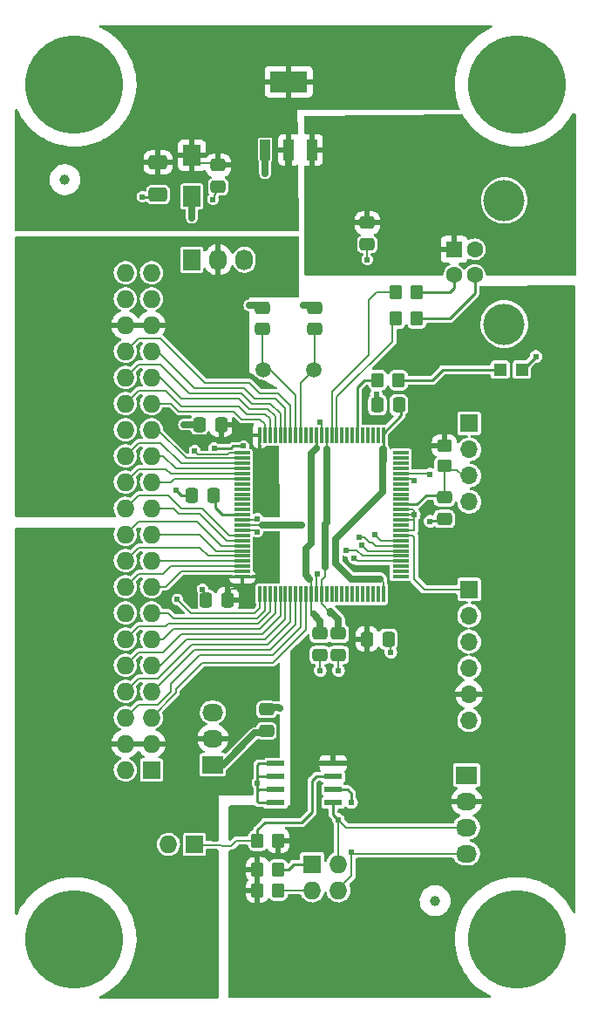
<source format=gtl>
%TF.GenerationSoftware,KiCad,Pcbnew,(6.0.1)*%
%TF.CreationDate,2022-09-04T16:23:26-04:00*%
%TF.ProjectId,ODAS-PSOC5,4f444153-2d50-4534-9f43-352e6b696361,5*%
%TF.SameCoordinates,Original*%
%TF.FileFunction,Copper,L1,Top*%
%TF.FilePolarity,Positive*%
%FSLAX46Y46*%
G04 Gerber Fmt 4.6, Leading zero omitted, Abs format (unit mm)*
G04 Created by KiCad (PCBNEW (6.0.1)) date 2022-09-04 16:23:26*
%MOMM*%
%LPD*%
G01*
G04 APERTURE LIST*
G04 Aperture macros list*
%AMRoundRect*
0 Rectangle with rounded corners*
0 $1 Rounding radius*
0 $2 $3 $4 $5 $6 $7 $8 $9 X,Y pos of 4 corners*
0 Add a 4 corners polygon primitive as box body*
4,1,4,$2,$3,$4,$5,$6,$7,$8,$9,$2,$3,0*
0 Add four circle primitives for the rounded corners*
1,1,$1+$1,$2,$3*
1,1,$1+$1,$4,$5*
1,1,$1+$1,$6,$7*
1,1,$1+$1,$8,$9*
0 Add four rect primitives between the rounded corners*
20,1,$1+$1,$2,$3,$4,$5,0*
20,1,$1+$1,$4,$5,$6,$7,0*
20,1,$1+$1,$6,$7,$8,$9,0*
20,1,$1+$1,$8,$9,$2,$3,0*%
G04 Aperture macros list end*
%TA.AperFunction,SMDPad,CuDef*%
%ADD10RoundRect,0.250000X-0.337500X-0.475000X0.337500X-0.475000X0.337500X0.475000X-0.337500X0.475000X0*%
%TD*%
%TA.AperFunction,SMDPad,CuDef*%
%ADD11RoundRect,0.250000X-0.475000X0.337500X-0.475000X-0.337500X0.475000X-0.337500X0.475000X0.337500X0*%
%TD*%
%TA.AperFunction,SMDPad,CuDef*%
%ADD12RoundRect,0.250000X0.337500X0.475000X-0.337500X0.475000X-0.337500X-0.475000X0.337500X-0.475000X0*%
%TD*%
%TA.AperFunction,SMDPad,CuDef*%
%ADD13RoundRect,0.250000X0.475000X-0.337500X0.475000X0.337500X-0.475000X0.337500X-0.475000X-0.337500X0*%
%TD*%
%TA.AperFunction,SMDPad,CuDef*%
%ADD14R,1.700000X2.000000*%
%TD*%
%TA.AperFunction,ComponentPad*%
%ADD15R,1.727200X1.727200*%
%TD*%
%TA.AperFunction,ComponentPad*%
%ADD16O,1.727200X1.727200*%
%TD*%
%TA.AperFunction,ComponentPad*%
%ADD17R,1.727200X2.032000*%
%TD*%
%TA.AperFunction,ComponentPad*%
%ADD18O,1.727200X2.032000*%
%TD*%
%TA.AperFunction,ComponentPad*%
%ADD19R,2.032000X1.727200*%
%TD*%
%TA.AperFunction,ComponentPad*%
%ADD20O,2.032000X1.727200*%
%TD*%
%TA.AperFunction,SMDPad,CuDef*%
%ADD21RoundRect,0.250000X0.350000X0.450000X-0.350000X0.450000X-0.350000X-0.450000X0.350000X-0.450000X0*%
%TD*%
%TA.AperFunction,SMDPad,CuDef*%
%ADD22RoundRect,0.250000X0.450000X-0.350000X0.450000X0.350000X-0.450000X0.350000X-0.450000X-0.350000X0*%
%TD*%
%TA.AperFunction,SMDPad,CuDef*%
%ADD23RoundRect,0.250000X-0.350000X-0.450000X0.350000X-0.450000X0.350000X0.450000X-0.350000X0.450000X0*%
%TD*%
%TA.AperFunction,SMDPad,CuDef*%
%ADD24R,1.651000X0.599440*%
%TD*%
%TA.AperFunction,SMDPad,CuDef*%
%ADD25R,1.500000X0.300000*%
%TD*%
%TA.AperFunction,SMDPad,CuDef*%
%ADD26R,0.300000X1.500000*%
%TD*%
%TA.AperFunction,ComponentPad*%
%ADD27R,1.600000X1.600000*%
%TD*%
%TA.AperFunction,ComponentPad*%
%ADD28C,1.600000*%
%TD*%
%TA.AperFunction,ComponentPad*%
%ADD29C,4.000000*%
%TD*%
%TA.AperFunction,ComponentPad*%
%ADD30C,1.501140*%
%TD*%
%TA.AperFunction,SMDPad,CuDef*%
%ADD31R,1.198880X1.198880*%
%TD*%
%TA.AperFunction,ComponentPad*%
%ADD32C,9.525000*%
%TD*%
%TA.AperFunction,SMDPad,CuDef*%
%ADD33C,1.000000*%
%TD*%
%TA.AperFunction,ComponentPad*%
%ADD34R,1.700000X1.700000*%
%TD*%
%TA.AperFunction,ComponentPad*%
%ADD35O,1.700000X1.700000*%
%TD*%
%TA.AperFunction,SMDPad,CuDef*%
%ADD36R,1.016000X2.032000*%
%TD*%
%TA.AperFunction,SMDPad,CuDef*%
%ADD37R,3.657600X2.032000*%
%TD*%
%TA.AperFunction,SMDPad,CuDef*%
%ADD38RoundRect,0.250000X-0.650000X0.412500X-0.650000X-0.412500X0.650000X-0.412500X0.650000X0.412500X0*%
%TD*%
%TA.AperFunction,ViaPad*%
%ADD39C,0.610000*%
%TD*%
%TA.AperFunction,Conductor*%
%ADD40C,0.203200*%
%TD*%
%TA.AperFunction,Conductor*%
%ADD41C,0.254000*%
%TD*%
%TA.AperFunction,Conductor*%
%ADD42C,0.635000*%
%TD*%
G04 APERTURE END LIST*
D10*
%TO.P,C13,1*%
%TO.N,+3V3*%
X44428500Y-69850000D03*
%TO.P,C13,2*%
%TO.N,GND*%
X46503500Y-69850000D03*
%TD*%
D11*
%TO.P,C9,1*%
%TO.N,/IO_22*%
X51943000Y-56112500D03*
%TO.P,C9,2*%
%TO.N,GND*%
X51943000Y-58187500D03*
%TD*%
D12*
%TO.P,C10,1*%
%TO.N,/VZ0*%
X30882500Y-66040000D03*
%TO.P,C10,2*%
%TO.N,GND*%
X28807500Y-66040000D03*
%TD*%
%TO.P,C6,1*%
%TO.N,+3.3VP*%
X47519500Y-47117000D03*
%TO.P,C6,2*%
%TO.N,GND*%
X45444500Y-47117000D03*
%TD*%
D13*
%TO.P,C14,1*%
%TO.N,+3.3VP*%
X34671000Y-78761500D03*
%TO.P,C14,2*%
%TO.N,GND*%
X34671000Y-76686500D03*
%TD*%
D12*
%TO.P,C7,1*%
%TO.N,/VZ3*%
X30247500Y-49022000D03*
%TO.P,C7,2*%
%TO.N,GND*%
X28172500Y-49022000D03*
%TD*%
D13*
%TO.P,C11,1*%
%TO.N,GND*%
X39878000Y-71395500D03*
%TO.P,C11,2*%
%TO.N,Net-(C11-Pad2)*%
X39878000Y-69320500D03*
%TD*%
%TO.P,C12,1*%
%TO.N,GND*%
X41656000Y-71395500D03*
%TO.P,C12,2*%
%TO.N,+5V*%
X41656000Y-69320500D03*
%TD*%
D10*
%TO.P,C8,1*%
%TO.N,GND*%
X27410500Y-55880000D03*
%TO.P,C8,2*%
%TO.N,Net-(C8-Pad2)*%
X29485500Y-55880000D03*
%TD*%
D14*
%TO.P,F1,1*%
%TO.N,+3.3VP*%
X27432000Y-26892000D03*
%TO.P,F1,2*%
%TO.N,+3V3*%
X27432000Y-22892000D03*
%TD*%
D15*
%TO.P,H3,1,P1*%
%TO.N,/WR*%
X27686000Y-89789000D03*
D16*
%TO.P,H3,2,PM*%
%TO.N,GND*%
X25146000Y-89789000D03*
%TD*%
D17*
%TO.P,H1,1,P1*%
%TO.N,+3.3VP*%
X27432000Y-33020000D03*
D18*
%TO.P,H1,2,P2*%
%TO.N,/VZ3*%
X29972000Y-33020000D03*
%TO.P,H1,3,P3*%
%TO.N,+5VP*%
X32512000Y-33020000D03*
%TD*%
D19*
%TO.P,H2,1,P1*%
%TO.N,+3.3VP*%
X29464000Y-82042000D03*
D20*
%TO.P,H2,2,P2*%
%TO.N,/VZ0*%
X29464000Y-79502000D03*
%TO.P,H2,3,P3*%
%TO.N,+5VP*%
X29464000Y-76962000D03*
%TD*%
D21*
%TO.P,R5,1*%
%TO.N,+3V3*%
X35798000Y-89408000D03*
%TO.P,R5,2*%
%TO.N,/WR*%
X33798000Y-89408000D03*
%TD*%
%TO.P,R6,1*%
%TO.N,Net-(H4-Pad1)*%
X35798000Y-92202000D03*
%TO.P,R6,2*%
%TO.N,+3V3*%
X33798000Y-92202000D03*
%TD*%
%TO.P,R7,1*%
%TO.N,Net-(H4-Pad3)*%
X35798000Y-94234000D03*
%TO.P,R7,2*%
%TO.N,+3V3*%
X33798000Y-94234000D03*
%TD*%
D22*
%TO.P,R4,1*%
%TO.N,/IO_22*%
X51943000Y-53070000D03*
%TO.P,R4,2*%
%TO.N,+3V3*%
X51943000Y-51070000D03*
%TD*%
D23*
%TO.P,R3,1*%
%TO.N,/P5-4*%
X45482000Y-44704000D03*
%TO.P,R3,2*%
%TO.N,Net-(DS1-Pad2)*%
X47482000Y-44704000D03*
%TD*%
D24*
%TO.P,U3,1,A0*%
%TO.N,GND*%
X35560000Y-81915000D03*
%TO.P,U3,2,A1*%
X35560000Y-83185000D03*
%TO.P,U3,3,A2*%
X35560000Y-84455000D03*
%TO.P,U3,4,GND*%
X35560000Y-85725000D03*
%TO.P,U3,5,SDA*%
%TO.N,/SDA*%
X41148000Y-85725000D03*
%TO.P,U3,6,SCL*%
%TO.N,/SCL*%
X41148000Y-84455000D03*
%TO.P,U3,7,~{WP}*%
%TO.N,/WR*%
X41148000Y-83185000D03*
%TO.P,U3,8,VCC*%
%TO.N,+3V3*%
X41148000Y-81915000D03*
%TD*%
D25*
%TO.P,U2,1,P2[5]*%
%TO.N,unconnected-(U2-Pad1)*%
X47705000Y-63785000D03*
%TO.P,U2,2,P2[6]*%
%TO.N,unconnected-(U2-Pad2)*%
X47705000Y-63285000D03*
%TO.P,U2,3,P2[7]*%
%TO.N,unconnected-(U2-Pad3)*%
X47705000Y-62785000D03*
%TO.P,U2,4,I2C0_SCL/P12[4]*%
%TO.N,/SCL*%
X47705000Y-62285000D03*
%TO.P,U2,5,I2C2_SDA/P12[5]*%
%TO.N,/SDA*%
X47705000Y-61785000D03*
%TO.P,U2,6,P6[4]*%
%TO.N,/SPICE0*%
X47705000Y-61285000D03*
%TO.P,U2,7,P6[5]*%
%TO.N,/SPISCK*%
X47705000Y-60785000D03*
%TO.P,U2,8,P6[6]*%
%TO.N,/SPIMISO*%
X47705000Y-60285000D03*
%TO.P,U2,9,P6[7]*%
%TO.N,/SPIMOSI*%
X47705000Y-59785000D03*
%TO.P,U2,10,VSSB*%
%TO.N,GND*%
X47705000Y-59285000D03*
%TO.P,U2,11,IND*%
%TO.N,unconnected-(U2-Pad11)*%
X47705000Y-58785000D03*
%TO.P,U2,12,VBOOST*%
%TO.N,GND*%
X47705000Y-58285000D03*
%TO.P,U2,13,VBAT*%
X47705000Y-57785000D03*
%TO.P,U2,14,VSSD*%
X47705000Y-57285000D03*
%TO.P,U2,15,~{XRES}*%
%TO.N,/IO_22*%
X47705000Y-56785000D03*
%TO.P,U2,16,P5[0]*%
%TO.N,unconnected-(U2-Pad16)*%
X47705000Y-56285000D03*
%TO.P,U2,17,P5[1]*%
%TO.N,unconnected-(U2-Pad17)*%
X47705000Y-55785000D03*
%TO.P,U2,18,P5[2]*%
%TO.N,unconnected-(U2-Pad18)*%
X47705000Y-55285000D03*
%TO.P,U2,19,P5[3]*%
%TO.N,unconnected-(U2-Pad19)*%
X47705000Y-54785000D03*
%TO.P,U2,20,P1[0]/TMS/SWDIO*%
%TO.N,/IO_24*%
X47705000Y-54285000D03*
%TO.P,U2,21,P1[1]/TCK/SWDCK*%
%TO.N,/IO_23*%
X47705000Y-53785000D03*
%TO.P,U2,22,P1[2]/CXRESn*%
%TO.N,unconnected-(U2-Pad22)*%
X47705000Y-53285000D03*
%TO.P,U2,23,P1[3]/TDO/SWV*%
%TO.N,unconnected-(U2-Pad23)*%
X47705000Y-52785000D03*
%TO.P,U2,24,P1[4]/TDI*%
%TO.N,unconnected-(U2-Pad24)*%
X47705000Y-52285000D03*
%TO.P,U2,25,P1[5]/NTRST*%
%TO.N,unconnected-(U2-Pad25)*%
X47705000Y-51785000D03*
D26*
%TO.P,U2,26,VDDIO1*%
%TO.N,+3.3VP*%
X46005000Y-50085000D03*
%TO.P,U2,27,P1[6]*%
%TO.N,unconnected-(U2-Pad27)*%
X45505000Y-50085000D03*
%TO.P,U2,28,P1[7]*%
%TO.N,unconnected-(U2-Pad28)*%
X45005000Y-50085000D03*
%TO.P,U2,29,P12[6]*%
%TO.N,unconnected-(U2-Pad29)*%
X44505000Y-50085000D03*
%TO.P,U2,30,P12[7]*%
%TO.N,unconnected-(U2-Pad30)*%
X44005000Y-50085000D03*
%TO.P,U2,31,P5[4]*%
%TO.N,/P5-4*%
X43505000Y-50085000D03*
%TO.P,U2,32,P5[5]*%
%TO.N,unconnected-(U2-Pad32)*%
X43005000Y-50085000D03*
%TO.P,U2,33,P5[6]*%
%TO.N,unconnected-(U2-Pad33)*%
X42505000Y-50085000D03*
%TO.P,U2,34,P5[7]*%
%TO.N,unconnected-(U2-Pad34)*%
X42005000Y-50085000D03*
%TO.P,U2,35,DP/P15[6]*%
%TO.N,Net-(R2-Pad2)*%
X41505000Y-50085000D03*
%TO.P,U2,36,DM/P15[7]*%
%TO.N,Net-(R1-Pad2)*%
X41005000Y-50085000D03*
%TO.P,U2,37,VDDD*%
%TO.N,+5V*%
X40505000Y-50085000D03*
%TO.P,U2,38,VSSD*%
%TO.N,GND*%
X40005000Y-50085000D03*
%TO.P,U2,39,VCCD*%
%TO.N,Net-(C11-Pad2)*%
X39505000Y-50085000D03*
%TO.P,U2,40,NC*%
%TO.N,unconnected-(U2-Pad40)*%
X39005000Y-50085000D03*
%TO.P,U2,41,NC*%
%TO.N,unconnected-(U2-Pad41)*%
X38505000Y-50085000D03*
%TO.P,U2,42,P15[0]*%
%TO.N,Net-(C5-Pad2)*%
X38005000Y-50085000D03*
%TO.P,U2,43,P15[1]*%
%TO.N,Net-(C4-Pad2)*%
X37505000Y-50085000D03*
%TO.P,U2,44,P3[0]*%
%TO.N,/P44*%
X37005000Y-50085000D03*
%TO.P,U2,45,P3[1]*%
%TO.N,/P45*%
X36505000Y-50085000D03*
%TO.P,U2,46,P3[2]*%
%TO.N,/P46*%
X36005000Y-50085000D03*
%TO.P,U2,47,P3[3]*%
%TO.N,/P47*%
X35505000Y-50085000D03*
%TO.P,U2,48,P3[4]*%
%TO.N,/P48*%
X35005000Y-50085000D03*
%TO.P,U2,49,P3[5]*%
%TO.N,/P49*%
X34505000Y-50085000D03*
%TO.P,U2,50,VDDIO3*%
%TO.N,/VZ3*%
X34005000Y-50085000D03*
D25*
%TO.P,U2,51,P3[6]*%
%TO.N,/P51*%
X32305000Y-51785000D03*
%TO.P,U2,52,P3[7]*%
%TO.N,/P52*%
X32305000Y-52285000D03*
%TO.P,U2,53,I2C1_SCL/P12[0]*%
%TO.N,/P53*%
X32305000Y-52785000D03*
%TO.P,U2,54,I2C1_SDA/P12[1]*%
%TO.N,/P54*%
X32305000Y-53285000D03*
%TO.P,U2,55,P15[2]*%
%TO.N,/P55*%
X32305000Y-53785000D03*
%TO.P,U2,56,P15[3]*%
%TO.N,/P56*%
X32305000Y-54285000D03*
%TO.P,U2,57,NC*%
%TO.N,unconnected-(U2-Pad57)*%
X32305000Y-54785000D03*
%TO.P,U2,58,NC*%
%TO.N,unconnected-(U2-Pad58)*%
X32305000Y-55285000D03*
%TO.P,U2,59,NC*%
%TO.N,unconnected-(U2-Pad59)*%
X32305000Y-55785000D03*
%TO.P,U2,60,NC*%
%TO.N,unconnected-(U2-Pad60)*%
X32305000Y-56285000D03*
%TO.P,U2,61,NC*%
%TO.N,unconnected-(U2-Pad61)*%
X32305000Y-56785000D03*
%TO.P,U2,62,NC*%
%TO.N,unconnected-(U2-Pad62)*%
X32305000Y-57285000D03*
%TO.P,U2,63,VCCA*%
%TO.N,Net-(C8-Pad2)*%
X32305000Y-57785000D03*
%TO.P,U2,64,VSSA*%
%TO.N,GND*%
X32305000Y-58285000D03*
%TO.P,U2,65,VDDA*%
%TO.N,+5V*%
X32305000Y-58785000D03*
%TO.P,U2,66,VSSD*%
%TO.N,GND*%
X32305000Y-59285000D03*
%TO.P,U2,67,P12[2]*%
%TO.N,/P67*%
X32305000Y-59785000D03*
%TO.P,U2,68,P12[3]*%
%TO.N,/P68*%
X32305000Y-60285000D03*
%TO.P,U2,69,P4[0]*%
%TO.N,/P69*%
X32305000Y-60785000D03*
%TO.P,U2,70,P4[1]*%
%TO.N,/P70*%
X32305000Y-61285000D03*
%TO.P,U2,71,P0[0]*%
%TO.N,/P71*%
X32305000Y-61785000D03*
%TO.P,U2,72,P0[1]*%
%TO.N,/P72*%
X32305000Y-62285000D03*
%TO.P,U2,73,P0[2]*%
%TO.N,/P73*%
X32305000Y-62785000D03*
%TO.P,U2,74,P0[3]*%
%TO.N,/P74*%
X32305000Y-63285000D03*
%TO.P,U2,75,VDDIO0*%
%TO.N,/VZ0*%
X32305000Y-63785000D03*
D26*
%TO.P,U2,76,P0[4]*%
%TO.N,/P76*%
X34005000Y-65485000D03*
%TO.P,U2,77,P0[5]*%
%TO.N,/P77*%
X34505000Y-65485000D03*
%TO.P,U2,78,P0[6]*%
%TO.N,/P78*%
X35005000Y-65485000D03*
%TO.P,U2,79,P0[7]*%
%TO.N,/P79*%
X35505000Y-65485000D03*
%TO.P,U2,80,P4[2]*%
%TO.N,/P80*%
X36005000Y-65485000D03*
%TO.P,U2,81,P4[3]*%
%TO.N,/P81*%
X36505000Y-65485000D03*
%TO.P,U2,82,P4[4]*%
%TO.N,/P82*%
X37005000Y-65485000D03*
%TO.P,U2,83,P4[5]*%
%TO.N,/P83*%
X37505000Y-65485000D03*
%TO.P,U2,84,P4[6]*%
%TO.N,/P84*%
X38005000Y-65485000D03*
%TO.P,U2,85,P4[7]*%
%TO.N,/P85*%
X38505000Y-65485000D03*
%TO.P,U2,86,VCCD*%
%TO.N,Net-(C11-Pad2)*%
X39005000Y-65485000D03*
%TO.P,U2,87,VSSD*%
%TO.N,GND*%
X39505000Y-65485000D03*
%TO.P,U2,88,VDDD*%
%TO.N,+5V*%
X40005000Y-65485000D03*
%TO.P,U2,89,P6[0]*%
%TO.N,unconnected-(U2-Pad89)*%
X40505000Y-65485000D03*
%TO.P,U2,90,P6[1]*%
%TO.N,unconnected-(U2-Pad90)*%
X41005000Y-65485000D03*
%TO.P,U2,91,P6[2]*%
%TO.N,unconnected-(U2-Pad91)*%
X41505000Y-65485000D03*
%TO.P,U2,92,P6[3]*%
%TO.N,unconnected-(U2-Pad92)*%
X42005000Y-65485000D03*
%TO.P,U2,93,P15[4]*%
%TO.N,unconnected-(U2-Pad93)*%
X42505000Y-65485000D03*
%TO.P,U2,94,P15[5]*%
%TO.N,unconnected-(U2-Pad94)*%
X43005000Y-65485000D03*
%TO.P,U2,95,P2[0]*%
%TO.N,unconnected-(U2-Pad95)*%
X43505000Y-65485000D03*
%TO.P,U2,96,P2[1]*%
%TO.N,unconnected-(U2-Pad96)*%
X44005000Y-65485000D03*
%TO.P,U2,97,P2[2]*%
%TO.N,unconnected-(U2-Pad97)*%
X44505000Y-65485000D03*
%TO.P,U2,98,P2[3]*%
%TO.N,unconnected-(U2-Pad98)*%
X45005000Y-65485000D03*
%TO.P,U2,99,P2[4]*%
%TO.N,unconnected-(U2-Pad99)*%
X45505000Y-65485000D03*
%TO.P,U2,100,VDDIO2*%
%TO.N,+3.3VP*%
X46005000Y-65485000D03*
%TD*%
D11*
%TO.P,C4,1*%
%TO.N,GND*%
X34290000Y-37697500D03*
%TO.P,C4,2*%
%TO.N,Net-(C4-Pad2)*%
X34290000Y-39772500D03*
%TD*%
%TO.P,C5,1*%
%TO.N,GND*%
X39370000Y-37697500D03*
%TO.P,C5,2*%
%TO.N,Net-(C5-Pad2)*%
X39370000Y-39772500D03*
%TD*%
D27*
%TO.P,P2,1,VCC*%
%TO.N,+5VP*%
X52902500Y-32024000D03*
D28*
%TO.P,P2,2,D-*%
%TO.N,/USB-DM*%
X52902500Y-34524000D03*
%TO.P,P2,3,D+*%
%TO.N,/USB-DP*%
X54902500Y-34524000D03*
%TO.P,P2,4,GND*%
%TO.N,GND*%
X54902500Y-32024000D03*
D29*
%TO.P,P2,5*%
%TO.N,N/C*%
X57762500Y-27274000D03*
X57762500Y-39274000D03*
%TD*%
D21*
%TO.P,R1,1*%
%TO.N,/USB-DM*%
X49260000Y-36195000D03*
%TO.P,R1,2*%
%TO.N,Net-(R1-Pad2)*%
X47260000Y-36195000D03*
%TD*%
%TO.P,R2,1*%
%TO.N,/USB-DP*%
X49260000Y-38735000D03*
%TO.P,R2,2*%
%TO.N,Net-(R2-Pad2)*%
X47260000Y-38735000D03*
%TD*%
D30*
%TO.P,Y1,1,1*%
%TO.N,Net-(C4-Pad2)*%
X34389060Y-43688000D03*
%TO.P,Y1,2,2*%
%TO.N,Net-(C5-Pad2)*%
X39270940Y-43688000D03*
%TD*%
D15*
%TO.P,P1,1,P1*%
%TO.N,GND*%
X23495000Y-82550000D03*
D16*
%TO.P,P1,2,P2*%
X20955000Y-82550000D03*
%TO.P,P1,3,P3*%
%TO.N,/VZ0*%
X23495000Y-80010000D03*
%TO.P,P1,4,P4*%
X20955000Y-80010000D03*
%TO.P,P1,5,P5*%
%TO.N,/P85*%
X23495000Y-77470000D03*
%TO.P,P1,6,P6*%
%TO.N,/P84*%
X20955000Y-77470000D03*
%TO.P,P1,7,P7*%
%TO.N,/P83*%
X23495000Y-74930000D03*
%TO.P,P1,8,P8*%
%TO.N,/P82*%
X20955000Y-74930000D03*
%TO.P,P1,9,P9*%
%TO.N,/P81*%
X23495000Y-72390000D03*
%TO.P,P1,10,P10*%
%TO.N,/P80*%
X20955000Y-72390000D03*
%TO.P,P1,11,P11*%
%TO.N,/P79*%
X23495000Y-69850000D03*
%TO.P,P1,12,P12*%
%TO.N,/P78*%
X20955000Y-69850000D03*
%TO.P,P1,13,P13*%
%TO.N,/P77*%
X23495000Y-67310000D03*
%TO.P,P1,14,P14*%
%TO.N,/P76*%
X20955000Y-67310000D03*
%TO.P,P1,15,P15*%
%TO.N,/P74*%
X23495000Y-64770000D03*
%TO.P,P1,16,P16*%
%TO.N,/P73*%
X20955000Y-64770000D03*
%TO.P,P1,17,P17*%
%TO.N,/P72*%
X23495000Y-62230000D03*
%TO.P,P1,18,P18*%
%TO.N,/P71*%
X20955000Y-62230000D03*
%TO.P,P1,19,P19*%
%TO.N,/P70*%
X23495000Y-59690000D03*
%TO.P,P1,20,P20*%
%TO.N,/P69*%
X20955000Y-59690000D03*
%TO.P,P1,21,P21*%
%TO.N,/P68*%
X23495000Y-57150000D03*
%TO.P,P1,22,P22*%
%TO.N,/P67*%
X20955000Y-57150000D03*
%TO.P,P1,23,P23*%
%TO.N,/P56*%
X23495000Y-54610000D03*
%TO.P,P1,24,P24*%
%TO.N,/P55*%
X20955000Y-54610000D03*
%TO.P,P1,25,P25*%
%TO.N,/P54*%
X23495000Y-52070000D03*
%TO.P,P1,26,P26*%
%TO.N,/P53*%
X20955000Y-52070000D03*
%TO.P,P1,27,P27*%
%TO.N,/P52*%
X23495000Y-49530000D03*
%TO.P,P1,28,P28*%
%TO.N,/P51*%
X20955000Y-49530000D03*
%TO.P,P1,29,P29*%
%TO.N,/P49*%
X23495000Y-46990000D03*
%TO.P,P1,30,P30*%
%TO.N,/P48*%
X20955000Y-46990000D03*
%TO.P,P1,31,P31*%
%TO.N,/P47*%
X23495000Y-44450000D03*
%TO.P,P1,32,P32*%
%TO.N,/P46*%
X20955000Y-44450000D03*
%TO.P,P1,33,P33*%
%TO.N,/P45*%
X23495000Y-41910000D03*
%TO.P,P1,34,P34*%
%TO.N,/P44*%
X20955000Y-41910000D03*
%TO.P,P1,35,P35*%
%TO.N,/VZ3*%
X23495000Y-39370000D03*
%TO.P,P1,36,P36*%
X20955000Y-39370000D03*
%TO.P,P1,37,P37*%
%TO.N,GND*%
X23495000Y-36830000D03*
%TO.P,P1,38,P38*%
X20955000Y-36830000D03*
%TO.P,P1,39,P39*%
X23495000Y-34290000D03*
%TO.P,P1,40,P40*%
X20955000Y-34290000D03*
%TD*%
D11*
%TO.P,C3,1*%
%TO.N,+5VP*%
X44450000Y-29442500D03*
%TO.P,C3,2*%
%TO.N,GND*%
X44450000Y-31517500D03*
%TD*%
%TO.P,C2,1*%
%TO.N,+3V3*%
X29972000Y-23854500D03*
%TO.P,C2,2*%
%TO.N,GND*%
X29972000Y-25929500D03*
%TD*%
D19*
%TO.P,P5,1,P1*%
%TO.N,GND*%
X54102000Y-83058000D03*
D20*
%TO.P,P5,2,P2*%
%TO.N,+3V3*%
X54102000Y-85598000D03*
%TO.P,P5,3,P3*%
%TO.N,/SDA*%
X54102000Y-88138000D03*
%TO.P,P5,4,P4*%
%TO.N,/SCL*%
X54102000Y-90678000D03*
%TD*%
D15*
%TO.P,H4,1,P1*%
%TO.N,Net-(H4-Pad1)*%
X39116000Y-91694000D03*
D16*
%TO.P,H4,2,P2*%
%TO.N,/SDA*%
X41656000Y-91694000D03*
%TO.P,H4,3,P3*%
%TO.N,Net-(H4-Pad3)*%
X39116000Y-94234000D03*
%TO.P,H4,4,P4*%
%TO.N,/SCL*%
X41656000Y-94234000D03*
%TD*%
D31*
%TO.P,DS1,1,K*%
%TO.N,GND*%
X59469020Y-43688000D03*
%TO.P,DS1,2,A*%
%TO.N,Net-(DS1-Pad2)*%
X57370980Y-43688000D03*
%TD*%
D32*
%TO.P,MTG1,1,1*%
%TO.N,unconnected-(MTG1-Pad1)*%
X16000000Y-16000000D03*
%TD*%
%TO.P,MTG2,1,1*%
%TO.N,unconnected-(MTG2-Pad1)*%
X59000000Y-16000000D03*
%TD*%
%TO.P,MTG3,1,1*%
%TO.N,unconnected-(MTG3-Pad1)*%
X16000000Y-99000000D03*
%TD*%
%TO.P,MTG4,1,1*%
%TO.N,unconnected-(MTG4-Pad1)*%
X59000000Y-99000000D03*
%TD*%
D33*
%TO.P,FID1,1,1*%
%TO.N,unconnected-(FID1-Pad1)*%
X15087600Y-25247600D03*
%TD*%
%TO.P,FID2,1,1*%
%TO.N,unconnected-(FID2-Pad1)*%
X51054000Y-95250000D03*
%TD*%
D34*
%TO.P,P3,1,P1*%
%TO.N,/IO_24*%
X54356000Y-48895000D03*
D35*
%TO.P,P3,2,P2*%
%TO.N,/IO_23*%
X54356000Y-51435000D03*
%TO.P,P3,3,P3*%
%TO.N,/IO_22*%
X54356000Y-53975000D03*
%TO.P,P3,4,P4*%
%TO.N,GND*%
X54356000Y-56515000D03*
%TD*%
D34*
%TO.P,P4,1,P1*%
%TO.N,/SPIMOSI*%
X54356000Y-65024000D03*
D35*
%TO.P,P4,2,P2*%
%TO.N,/SPIMISO*%
X54356000Y-67564000D03*
%TO.P,P4,3,P3*%
%TO.N,/SPISCK*%
X54356000Y-70104000D03*
%TO.P,P4,4,P4*%
%TO.N,/SPICE0*%
X54356000Y-72644000D03*
%TO.P,P4,5,P5*%
%TO.N,+3V3*%
X54356000Y-75184000D03*
%TO.P,P4,6,P6*%
%TO.N,GND*%
X54356000Y-77724000D03*
%TD*%
D36*
%TO.P,U1,1,GND*%
%TO.N,GND*%
X34544000Y-22352000D03*
%TO.P,U1,2,VO*%
%TO.N,+3V3*%
X36830000Y-22352000D03*
%TO.P,U1,3,VIN*%
%TO.N,+5VP*%
X39116000Y-22352000D03*
D37*
%TO.P,U1,4,VO*%
%TO.N,+3V3*%
X36830000Y-15748000D03*
%TD*%
D38*
%TO.P,C1,1*%
%TO.N,+3V3*%
X24130000Y-23583500D03*
%TO.P,C1,2*%
%TO.N,GND*%
X24130000Y-26708500D03*
%TD*%
D39*
%TO.N,GND*%
X33782000Y-58166000D03*
X33782000Y-83820000D03*
X39878000Y-72898000D03*
X35941000Y-76581000D03*
X49022000Y-57785000D03*
X25908000Y-55372000D03*
X46736000Y-71120000D03*
X38227000Y-37465000D03*
X22606000Y-26924000D03*
X50546000Y-58420000D03*
X39878000Y-48768000D03*
X44450000Y-33020000D03*
X34544000Y-24638000D03*
X41656000Y-72898000D03*
X26670000Y-49022000D03*
X39624000Y-63500000D03*
X33020000Y-37465000D03*
X33782000Y-59436000D03*
X29464000Y-27178000D03*
X45339000Y-46101000D03*
X60833000Y-42418000D03*
X28448000Y-65024000D03*
%TO.N,+5V*%
X40386000Y-58674000D03*
X38100000Y-58801000D03*
%TO.N,+3V3*%
X36830000Y-24384000D03*
X48641000Y-65024000D03*
%TO.N,/IO_23*%
X50546000Y-53848000D03*
%TO.N,/IO_24*%
X49022000Y-54483000D03*
%TO.N,/SCL*%
X42926000Y-85725000D03*
X43180000Y-61976000D03*
X42926000Y-90551000D03*
%TO.N,/SDA*%
X42418000Y-61214000D03*
X41656000Y-87376000D03*
%TO.N,/P51*%
X27686000Y-51562000D03*
%TO.N,/P76*%
X26000000Y-66000000D03*
%TO.N,/SPICE0*%
X43942000Y-60706000D03*
%TO.N,/SPISCK*%
X43688000Y-59944000D03*
%TO.N,/SPIMISO*%
X45212000Y-59690000D03*
%TO.N,+3.3VP*%
X29591000Y-51308000D03*
X32448500Y-51117500D03*
X45974000Y-51435000D03*
X27432000Y-28956000D03*
%TO.N,+5VP*%
X39370000Y-33020000D03*
X38608000Y-33020000D03*
%TD*%
D40*
%TO.N,GND*%
X33631000Y-59285000D02*
X33782000Y-59436000D01*
X33663000Y-58285000D02*
X33782000Y-58166000D01*
X26416000Y-55880000D02*
X25908000Y-55372000D01*
X28595000Y-65171000D02*
X28448000Y-65024000D01*
X40005000Y-48895000D02*
X39878000Y-48768000D01*
X39505000Y-63619000D02*
X39624000Y-63500000D01*
X46716000Y-71100000D02*
X46736000Y-71120000D01*
D41*
X26416000Y-55880000D02*
X25908000Y-55372000D01*
D42*
X35834000Y-76474000D02*
X35941000Y-76581000D01*
D40*
X48903000Y-58285000D02*
X49022000Y-58166000D01*
X49022000Y-58166000D02*
X49022000Y-57785000D01*
X48998000Y-59285000D02*
X49022000Y-59261000D01*
X49022000Y-59261000D02*
X49022000Y-58166000D01*
X48903000Y-57285000D02*
X49022000Y-57404000D01*
X49022000Y-57404000D02*
X49022000Y-57785000D01*
D41*
X45232000Y-46208000D02*
X45339000Y-46101000D01*
X59563000Y-43688000D02*
X60833000Y-42418000D01*
D42*
X33040000Y-37485000D02*
X33020000Y-37465000D01*
X38247000Y-37485000D02*
X38227000Y-37465000D01*
D40*
X44450000Y-31730000D02*
X44450000Y-33020000D01*
X47705000Y-59285000D02*
X48998000Y-59285000D01*
X29972000Y-26142000D02*
X29464000Y-27178000D01*
D41*
X51943000Y-58400000D02*
X50566000Y-58400000D01*
X33909000Y-81915000D02*
X35560000Y-81915000D01*
D40*
X32305000Y-58285000D02*
X33663000Y-58285000D01*
D41*
X35560000Y-85725000D02*
X33909000Y-85725000D01*
X27198000Y-55880000D02*
X26416000Y-55880000D01*
D42*
X34544000Y-22352000D02*
X34544000Y-24638000D01*
D40*
X46716000Y-69850000D02*
X46716000Y-71100000D01*
D41*
X50566000Y-58400000D02*
X50546000Y-58420000D01*
D40*
X39878000Y-71608000D02*
X39878000Y-72898000D01*
D42*
X28172500Y-49022000D02*
X26670000Y-49022000D01*
D40*
X41656000Y-71608000D02*
X41656000Y-72898000D01*
X40005000Y-50085000D02*
X40005000Y-48895000D01*
D41*
X35560000Y-83185000D02*
X33909000Y-83185000D01*
D40*
X47705000Y-58285000D02*
X48903000Y-58285000D01*
D41*
X45232000Y-47117000D02*
X45232000Y-46208000D01*
D40*
X47705000Y-57285000D02*
X48903000Y-57285000D01*
D41*
X33782000Y-85598000D02*
X33782000Y-84582000D01*
D42*
X34290000Y-37485000D02*
X33040000Y-37485000D01*
D41*
X33782000Y-83058000D02*
X33782000Y-82042000D01*
D42*
X39370000Y-37485000D02*
X38247000Y-37485000D01*
D41*
X35560000Y-84455000D02*
X33909000Y-84455000D01*
X33909000Y-85725000D02*
X33782000Y-85598000D01*
X33782000Y-83820000D02*
X33782000Y-83058000D01*
D40*
X39505000Y-65485000D02*
X39505000Y-63619000D01*
D41*
X24130000Y-26962500D02*
X22644500Y-26962500D01*
D40*
X28595000Y-66040000D02*
X28595000Y-65171000D01*
X49022000Y-57785000D02*
X47705000Y-57785000D01*
D41*
X22644500Y-26962500D02*
X22606000Y-26924000D01*
D42*
X34671000Y-76474000D02*
X35834000Y-76474000D01*
D41*
X33909000Y-83185000D02*
X33782000Y-83058000D01*
X33782000Y-82042000D02*
X33909000Y-81915000D01*
D40*
X32305000Y-59285000D02*
X33631000Y-59285000D01*
D41*
X33909000Y-84455000D02*
X33782000Y-84582000D01*
X33782000Y-84582000D02*
X33782000Y-83820000D01*
D40*
%TO.N,+5V*%
X40005000Y-66421000D02*
X40894000Y-67310000D01*
X40005000Y-64135000D02*
X40386000Y-63754000D01*
X40386000Y-63754000D02*
X40386000Y-62865000D01*
X40386000Y-51562000D02*
X40505000Y-51443000D01*
X40505000Y-51443000D02*
X40505000Y-50085000D01*
X40386000Y-62865000D02*
X40386000Y-58674000D01*
D42*
X38084000Y-58785000D02*
X38100000Y-58801000D01*
X40505000Y-58555000D02*
X40386000Y-58674000D01*
X41656000Y-67945000D02*
X40894000Y-67183000D01*
X40894000Y-67183000D02*
X40894000Y-67310000D01*
X41656000Y-69108000D02*
X41656000Y-67945000D01*
D41*
X40386000Y-51562000D02*
X40386000Y-58674000D01*
D42*
X40386000Y-58674000D02*
X40386000Y-62865000D01*
X34290000Y-58785000D02*
X38084000Y-58785000D01*
D40*
X40005000Y-65485000D02*
X40005000Y-64135000D01*
D42*
X40505000Y-51443000D02*
X40505000Y-58555000D01*
D40*
X32305000Y-58785000D02*
X34290000Y-58785000D01*
X40005000Y-65485000D02*
X40005000Y-66421000D01*
%TO.N,+3V3*%
X28182000Y-23642000D02*
X27432000Y-22892000D01*
X29972000Y-23642000D02*
X28182000Y-23642000D01*
D42*
X36830000Y-24384000D02*
X36830000Y-22352000D01*
D40*
%TO.N,/IO_22*%
X53721000Y-53975000D02*
X53166000Y-53420000D01*
X53166000Y-53420000D02*
X51943000Y-53420000D01*
D41*
X47705000Y-56785000D02*
X49260000Y-56785000D01*
D40*
X51943000Y-55519000D02*
X51943000Y-53420000D01*
D41*
X51943000Y-55900000D02*
X50145000Y-55900000D01*
X50145000Y-55900000D02*
X49260000Y-56785000D01*
D40*
%TO.N,/VZ0*%
X31095000Y-65095000D02*
X31190000Y-65000000D01*
X31190000Y-65000000D02*
X32000000Y-65000000D01*
X32000000Y-65000000D02*
X32305000Y-64695000D01*
X32305000Y-64695000D02*
X32305000Y-63785000D01*
X31095000Y-66040000D02*
X31095000Y-65095000D01*
%TO.N,Net-(C8-Pad2)*%
X29698000Y-57130000D02*
X29698000Y-55880000D01*
D41*
X30353000Y-57785000D02*
X29698000Y-57130000D01*
X29698000Y-57130000D02*
X29698000Y-55880000D01*
X32305000Y-57785000D02*
X30353000Y-57785000D01*
D40*
%TO.N,Net-(C11-Pad2)*%
X39005000Y-67453000D02*
X39878000Y-68326000D01*
X39878000Y-68326000D02*
X39878000Y-69108000D01*
X38862000Y-64008000D02*
X39005000Y-64151000D01*
X39005000Y-64151000D02*
X39005000Y-65485000D01*
D41*
X39505000Y-51308000D02*
X39505000Y-50085000D01*
D42*
X38481000Y-63627000D02*
X38862000Y-64008000D01*
X39878000Y-68072000D02*
X39243000Y-67437000D01*
X38481000Y-61087000D02*
X38989000Y-60579000D01*
X38989000Y-60579000D02*
X38989000Y-51824000D01*
X38989000Y-51824000D02*
X39505000Y-51308000D01*
D40*
X39005000Y-65485000D02*
X39005000Y-67453000D01*
D42*
X38481000Y-63627000D02*
X38481000Y-61087000D01*
X39878000Y-69108000D02*
X39878000Y-68072000D01*
D40*
%TO.N,/IO_23*%
X50483000Y-53785000D02*
X50546000Y-53848000D01*
X47705000Y-53785000D02*
X50483000Y-53785000D01*
%TO.N,/IO_24*%
X48824000Y-54285000D02*
X49022000Y-54483000D01*
X47705000Y-54285000D02*
X48824000Y-54285000D01*
%TO.N,/WR*%
X31242000Y-89916000D02*
X31750000Y-89408000D01*
X31750000Y-89408000D02*
X33448000Y-89408000D01*
D41*
X38100000Y-87630000D02*
X39116000Y-86614000D01*
X34544000Y-87630000D02*
X38100000Y-87630000D01*
D40*
X27686000Y-89789000D02*
X31242000Y-89916000D01*
D41*
X33798000Y-89408000D02*
X33798000Y-88376000D01*
X39116000Y-86614000D02*
X39116000Y-83566000D01*
X39116000Y-83566000D02*
X39497000Y-83185000D01*
X33798000Y-88376000D02*
X34544000Y-87630000D01*
X39497000Y-83185000D02*
X41148000Y-83185000D01*
D40*
%TO.N,/P83*%
X37505000Y-68413000D02*
X35052000Y-70866000D01*
X23622000Y-74930000D02*
X27686000Y-70866000D01*
X27686000Y-70866000D02*
X35052000Y-70866000D01*
X37505000Y-65485000D02*
X37505000Y-68413000D01*
%TO.N,/SCL*%
X43180000Y-61976000D02*
X43489000Y-62285000D01*
X43489000Y-62285000D02*
X47705000Y-62285000D01*
X41656000Y-94107000D02*
X42926000Y-92837000D01*
X42926000Y-92837000D02*
X42926000Y-90551000D01*
X43053000Y-90678000D02*
X42926000Y-90551000D01*
D41*
X41148000Y-84455000D02*
X42545000Y-84455000D01*
X42545000Y-84455000D02*
X42926000Y-84836000D01*
D40*
X54102000Y-90678000D02*
X43053000Y-90678000D01*
D41*
X42926000Y-84836000D02*
X42926000Y-85725000D01*
D40*
%TO.N,/SDA*%
X42418000Y-61214000D02*
X43434000Y-61214000D01*
X44005000Y-61785000D02*
X43434000Y-61214000D01*
X41656000Y-91694000D02*
X41656000Y-87376000D01*
X42418000Y-88138000D02*
X41656000Y-87376000D01*
D41*
X41148000Y-86868000D02*
X41656000Y-87376000D01*
D40*
X54102000Y-88138000D02*
X42418000Y-88138000D01*
D41*
X41148000Y-85725000D02*
X41148000Y-86868000D01*
D40*
X47705000Y-61785000D02*
X44005000Y-61785000D01*
D41*
%TO.N,/P5-4*%
X43505000Y-45395000D02*
X44196000Y-44704000D01*
X44196000Y-44704000D02*
X45132000Y-44704000D01*
X43505000Y-50085000D02*
X43505000Y-45395000D01*
D40*
%TO.N,/P44*%
X37005000Y-47165000D02*
X35814000Y-45974000D01*
X35814000Y-45974000D02*
X34036000Y-45974000D01*
X34036000Y-45974000D02*
X33020000Y-44958000D01*
X33020000Y-44958000D02*
X28702000Y-44958000D01*
X28702000Y-44958000D02*
X24384000Y-40640000D01*
X24384000Y-40640000D02*
X22225000Y-40640000D01*
X22225000Y-40640000D02*
X20955000Y-41910000D01*
X37005000Y-50085000D02*
X37005000Y-47165000D01*
%TO.N,/P45*%
X36505000Y-47427000D02*
X35560000Y-46482000D01*
X35560000Y-46482000D02*
X33528000Y-46482000D01*
X33528000Y-46482000D02*
X32512000Y-45466000D01*
X32512000Y-45466000D02*
X27686000Y-45466000D01*
X27686000Y-45466000D02*
X24130000Y-41910000D01*
X36505000Y-50085000D02*
X36505000Y-47427000D01*
%TO.N,/P46*%
X36005000Y-47943000D02*
X35052000Y-46990000D01*
X35052000Y-46990000D02*
X33274000Y-46990000D01*
X33274000Y-46990000D02*
X32258000Y-45974000D01*
X32258000Y-45974000D02*
X27178000Y-45974000D01*
X27178000Y-45974000D02*
X24384000Y-43180000D01*
X24384000Y-43180000D02*
X22225000Y-43180000D01*
X22225000Y-43180000D02*
X20955000Y-44450000D01*
X36005000Y-50085000D02*
X36005000Y-47943000D01*
%TO.N,/P47*%
X35505000Y-48205000D02*
X34798000Y-47498000D01*
X34798000Y-47498000D02*
X33020000Y-47498000D01*
X33020000Y-47498000D02*
X32004000Y-46482000D01*
X32004000Y-46482000D02*
X26416000Y-46482000D01*
X26416000Y-46482000D02*
X24384000Y-44450000D01*
X24384000Y-44450000D02*
X23495000Y-44450000D01*
X35505000Y-50085000D02*
X35505000Y-48205000D01*
%TO.N,/P48*%
X35005000Y-48467000D02*
X34544000Y-48006000D01*
X34544000Y-48006000D02*
X32766000Y-48006000D01*
X32766000Y-48006000D02*
X32004000Y-47244000D01*
X32004000Y-47244000D02*
X26416000Y-47244000D01*
X26416000Y-47244000D02*
X24892000Y-45720000D01*
X24892000Y-45720000D02*
X22225000Y-45720000D01*
X22225000Y-45720000D02*
X20955000Y-46990000D01*
X35005000Y-50085000D02*
X35005000Y-48467000D01*
%TO.N,/P49*%
X26162000Y-47752000D02*
X25400000Y-46990000D01*
X25400000Y-46990000D02*
X23495000Y-46990000D01*
X34505000Y-48983000D02*
X34036000Y-48514000D01*
X34036000Y-48514000D02*
X32258000Y-48514000D01*
X32258000Y-48514000D02*
X31496000Y-47752000D01*
X31496000Y-47752000D02*
X26162000Y-47752000D01*
X34505000Y-50085000D02*
X34505000Y-48983000D01*
%TO.N,/P51*%
X31019000Y-51785000D02*
X32305000Y-51785000D01*
X27686000Y-51562000D02*
X28028480Y-51904480D01*
X28028480Y-51904480D02*
X30899520Y-51904480D01*
X30899520Y-51904480D02*
X31019000Y-51785000D01*
%TO.N,/P52*%
X26885000Y-52285000D02*
X24130000Y-49530000D01*
X32305000Y-52285000D02*
X26885000Y-52285000D01*
%TO.N,/P53*%
X26369000Y-52785000D02*
X24384000Y-50800000D01*
X24384000Y-50800000D02*
X22225000Y-50800000D01*
X22225000Y-50800000D02*
X20955000Y-52070000D01*
X32305000Y-52785000D02*
X26369000Y-52785000D01*
%TO.N,/P54*%
X25853000Y-53285000D02*
X24638000Y-52070000D01*
X24638000Y-52070000D02*
X23495000Y-52070000D01*
X32305000Y-53285000D02*
X25853000Y-53285000D01*
%TO.N,/P55*%
X25337000Y-53785000D02*
X24892000Y-53340000D01*
X24892000Y-53340000D02*
X22225000Y-53340000D01*
X22225000Y-53340000D02*
X20955000Y-54610000D01*
X32305000Y-53785000D02*
X25337000Y-53785000D01*
%TO.N,/P56*%
X25725000Y-54285000D02*
X25400000Y-54610000D01*
X25400000Y-54610000D02*
X23495000Y-54610000D01*
X32305000Y-54285000D02*
X25725000Y-54285000D01*
%TO.N,/P67*%
X31083000Y-59785000D02*
X28448000Y-57150000D01*
X28448000Y-57150000D02*
X26416000Y-57150000D01*
X26416000Y-57150000D02*
X25146000Y-55880000D01*
X25146000Y-55880000D02*
X22225000Y-55880000D01*
X22225000Y-55880000D02*
X20955000Y-57150000D01*
X32305000Y-59785000D02*
X31083000Y-59785000D01*
%TO.N,/P68*%
X30821000Y-60285000D02*
X28194000Y-57658000D01*
X28194000Y-57658000D02*
X26162000Y-57658000D01*
X26162000Y-57658000D02*
X25654000Y-57150000D01*
X25654000Y-57150000D02*
X23495000Y-57150000D01*
X32305000Y-60285000D02*
X30821000Y-60285000D01*
%TO.N,/P69*%
X30305000Y-60785000D02*
X27940000Y-58420000D01*
X27940000Y-58420000D02*
X22225000Y-58420000D01*
X22225000Y-58420000D02*
X20955000Y-59690000D01*
X32305000Y-60785000D02*
X30305000Y-60785000D01*
%TO.N,/P70*%
X29789000Y-61285000D02*
X28194000Y-59690000D01*
X28194000Y-59690000D02*
X23495000Y-59690000D01*
X32305000Y-61285000D02*
X29789000Y-61285000D01*
%TO.N,/P71*%
X29019000Y-61785000D02*
X28194000Y-60960000D01*
X28194000Y-60960000D02*
X22225000Y-60960000D01*
X22225000Y-60960000D02*
X20955000Y-62230000D01*
X32305000Y-61785000D02*
X29019000Y-61785000D01*
%TO.N,/P72*%
X28503000Y-62285000D02*
X28448000Y-62230000D01*
X28448000Y-62230000D02*
X23495000Y-62230000D01*
X32305000Y-62285000D02*
X28503000Y-62285000D01*
%TO.N,/P73*%
X25353000Y-62785000D02*
X24638000Y-63500000D01*
X24638000Y-63500000D02*
X22225000Y-63500000D01*
X22225000Y-63500000D02*
X20955000Y-64770000D01*
X32305000Y-62785000D02*
X25353000Y-62785000D01*
%TO.N,/P74*%
X26377000Y-63285000D02*
X24892000Y-64770000D01*
X24892000Y-64770000D02*
X23495000Y-64770000D01*
X32305000Y-63285000D02*
X26377000Y-63285000D01*
%TO.N,/P76*%
X34005000Y-66833000D02*
X33528000Y-67310000D01*
X27310000Y-67310000D02*
X26000000Y-66000000D01*
X33528000Y-67310000D02*
X27310000Y-67310000D01*
X34005000Y-65485000D02*
X34005000Y-66833000D01*
%TO.N,/P77*%
X34505000Y-67095000D02*
X33782000Y-67818000D01*
X33782000Y-67818000D02*
X25654000Y-67818000D01*
X25654000Y-67818000D02*
X25146000Y-67310000D01*
X25146000Y-67310000D02*
X23495000Y-67310000D01*
X34505000Y-65485000D02*
X34505000Y-67095000D01*
%TO.N,/P78*%
X35005000Y-67133818D02*
X33812818Y-68326000D01*
X33812818Y-68326000D02*
X25146000Y-68326000D01*
X25146000Y-68326000D02*
X24892000Y-68580000D01*
X24892000Y-68580000D02*
X22225000Y-68580000D01*
X22225000Y-68580000D02*
X20955000Y-69850000D01*
X35005000Y-65485000D02*
X35005000Y-67133818D01*
%TO.N,/P79*%
X35505000Y-67365000D02*
X34036000Y-68834000D01*
X24638000Y-69850000D02*
X25654000Y-68834000D01*
X25654000Y-68834000D02*
X34036000Y-68834000D01*
X35505000Y-65485000D02*
X35505000Y-67365000D01*
X23495000Y-69850000D02*
X24638000Y-69850000D01*
%TO.N,/P80*%
X36005000Y-67627000D02*
X34290000Y-69342000D01*
X22225000Y-71120000D02*
X20955000Y-72390000D01*
X24638000Y-71120000D02*
X26416000Y-69342000D01*
X26416000Y-69342000D02*
X34290000Y-69342000D01*
X36005000Y-65485000D02*
X36005000Y-67627000D01*
X22225000Y-71120000D02*
X24638000Y-71120000D01*
%TO.N,/P81*%
X36505000Y-67889000D02*
X34544000Y-69850000D01*
X24384000Y-72390000D02*
X26924000Y-69850000D01*
X26924000Y-69850000D02*
X34544000Y-69850000D01*
X23495000Y-72390000D02*
X24384000Y-72390000D01*
X36505000Y-65485000D02*
X36505000Y-67889000D01*
%TO.N,/P82*%
X37005000Y-68151000D02*
X34798000Y-70358000D01*
X22225000Y-73660000D02*
X20955000Y-74930000D01*
X24130000Y-73660000D02*
X22225000Y-73660000D01*
X24130000Y-73660000D02*
X27432000Y-70358000D01*
X27432000Y-70358000D02*
X34798000Y-70358000D01*
X37005000Y-65485000D02*
X37005000Y-68151000D01*
%TO.N,/P85*%
X38505000Y-68937000D02*
X35306000Y-72136000D01*
X35306000Y-72136000D02*
X28448000Y-72136000D01*
X28448000Y-72136000D02*
X25908000Y-74676000D01*
X25908000Y-74676000D02*
X25908000Y-75057000D01*
X25908000Y-75057000D02*
X23495000Y-77470000D01*
X38505000Y-65485000D02*
X38505000Y-68937000D01*
%TO.N,/P84*%
X38005000Y-68675000D02*
X35306000Y-71374000D01*
X35306000Y-71374000D02*
X28194000Y-71374000D01*
X28194000Y-71374000D02*
X25400000Y-74168000D01*
X25400000Y-74168000D02*
X25400000Y-74930000D01*
X25400000Y-74930000D02*
X24130000Y-76200000D01*
X24130000Y-76200000D02*
X22225000Y-76200000D01*
X22225000Y-76200000D02*
X20955000Y-77470000D01*
X38005000Y-65485000D02*
X38005000Y-68675000D01*
D41*
%TO.N,/USB-DM*%
X52902500Y-35743500D02*
X52902500Y-34524000D01*
X52451000Y-36195000D02*
X52902500Y-35743500D01*
X49610000Y-36195000D02*
X52451000Y-36195000D01*
%TO.N,/USB-DP*%
X52451000Y-38735000D02*
X54902500Y-36283500D01*
X49610000Y-38735000D02*
X52451000Y-38735000D01*
X54902500Y-36283500D02*
X54902500Y-34524000D01*
D40*
%TO.N,/SPICE0*%
X44521000Y-61285000D02*
X43942000Y-60706000D01*
X47705000Y-61285000D02*
X44521000Y-61285000D01*
%TO.N,/SPISCK*%
X43688000Y-59944000D02*
X44196000Y-59944000D01*
X44196000Y-59944000D02*
X44704000Y-60452000D01*
X44704000Y-60452000D02*
X44958000Y-60452000D01*
X44958000Y-60452000D02*
X45291000Y-60785000D01*
X45291000Y-60785000D02*
X47705000Y-60785000D01*
%TO.N,/SPIMISO*%
X45212000Y-59690000D02*
X45807000Y-60285000D01*
X45807000Y-60285000D02*
X47705000Y-60285000D01*
%TO.N,/SPIMOSI*%
X50038000Y-65024000D02*
X49022000Y-64008000D01*
X49022000Y-64008000D02*
X49022000Y-59944000D01*
X49022000Y-59944000D02*
X48863000Y-59785000D01*
X48863000Y-59785000D02*
X47705000Y-59785000D01*
X54356000Y-65024000D02*
X50038000Y-65024000D01*
%TO.N,+3.3VP*%
X41402000Y-62484000D02*
X42926000Y-64008000D01*
X45720000Y-64008000D02*
X46005000Y-64293000D01*
X46005000Y-64293000D02*
X46005000Y-65485000D01*
D41*
X42926000Y-64008000D02*
X41402000Y-62484000D01*
D42*
X30480000Y-82042000D02*
X33548000Y-78974000D01*
X33548000Y-78974000D02*
X34671000Y-78974000D01*
D41*
X46005000Y-51435000D02*
X46005000Y-50085000D01*
D42*
X41402000Y-62484000D02*
X42926000Y-64008000D01*
X42926000Y-64008000D02*
X45720000Y-64008000D01*
X45974000Y-51435000D02*
X46005000Y-51435000D01*
X45974000Y-55600604D02*
X41402000Y-60172604D01*
X41402000Y-60172604D02*
X41402000Y-62484000D01*
D41*
X46005000Y-49880000D02*
X47732000Y-48153000D01*
X47732000Y-48153000D02*
X47732000Y-47117000D01*
D42*
X29464000Y-82042000D02*
X30480000Y-82042000D01*
D40*
X46005000Y-50085000D02*
X46005000Y-52547000D01*
D41*
X29591000Y-51308000D02*
X31242000Y-51308000D01*
X31432500Y-51117500D02*
X32448500Y-51117500D01*
X31432500Y-51117500D02*
X31242000Y-51308000D01*
D42*
X27432000Y-26892000D02*
X27432000Y-28956000D01*
D41*
X45720000Y-64008000D02*
X42926000Y-64008000D01*
D42*
X45974000Y-51435000D02*
X45974000Y-55600604D01*
X46005000Y-51435000D02*
X46005000Y-52547000D01*
D41*
%TO.N,Net-(H4-Pad1)*%
X36830000Y-92202000D02*
X37338000Y-91694000D01*
X37338000Y-91694000D02*
X39116000Y-91694000D01*
X35798000Y-92202000D02*
X36830000Y-92202000D01*
D40*
%TO.N,Net-(H4-Pad3)*%
X36148000Y-94234000D02*
X39116000Y-94234000D01*
D41*
%TO.N,Net-(DS1-Pad2)*%
X47832000Y-44704000D02*
X50800000Y-44704000D01*
X57370980Y-43688000D02*
X51816000Y-43688000D01*
X51816000Y-43688000D02*
X50800000Y-44704000D01*
D40*
%TO.N,Net-(C4-Pad2)*%
X37505000Y-46141000D02*
X35052000Y-43688000D01*
X35052000Y-43688000D02*
X34389060Y-43688000D01*
X37505000Y-50085000D02*
X37505000Y-46141000D01*
X34290000Y-39985000D02*
X34290000Y-43588940D01*
%TO.N,Net-(C5-Pad2)*%
X38005000Y-44953940D02*
X39270940Y-43688000D01*
X39370000Y-39985000D02*
X39370000Y-43588940D01*
X38005000Y-50085000D02*
X38005000Y-44953940D01*
%TO.N,Net-(R1-Pad2)*%
X41005000Y-50085000D02*
X41005000Y-45863000D01*
X44624000Y-42244000D02*
X44624000Y-36910000D01*
X45339000Y-36195000D02*
X46910000Y-36195000D01*
X41005000Y-45863000D02*
X44624000Y-42244000D01*
X44624000Y-36910000D02*
X45339000Y-36195000D01*
%TO.N,Net-(R2-Pad2)*%
X41505000Y-46379000D02*
X46910000Y-40974000D01*
X41505000Y-50085000D02*
X41505000Y-46379000D01*
X46910000Y-40974000D02*
X46910000Y-38735000D01*
%TD*%
%TA.AperFunction,Conductor*%
%TO.N,+3V3*%
G36*
X64637235Y-35560297D02*
G01*
X64683771Y-35613915D01*
X64695200Y-35666350D01*
X64695200Y-96369849D01*
X64675198Y-96437970D01*
X64621542Y-96484463D01*
X64551268Y-96494567D01*
X64486688Y-96465073D01*
X64455286Y-96423696D01*
X64351885Y-96204949D01*
X64350806Y-96202666D01*
X64349559Y-96200497D01*
X64349552Y-96200484D01*
X64193361Y-95928861D01*
X64109227Y-95782548D01*
X63834734Y-95383157D01*
X63828489Y-95375473D01*
X63530696Y-95009039D01*
X63530691Y-95009033D01*
X63529093Y-95007067D01*
X63194276Y-94656700D01*
X63176543Y-94640900D01*
X62834317Y-94335989D01*
X62832437Y-94334314D01*
X62781034Y-94295438D01*
X62447916Y-94043503D01*
X62447914Y-94043502D01*
X62445910Y-94041986D01*
X62402779Y-94014508D01*
X62077210Y-93807098D01*
X62037183Y-93781598D01*
X62034946Y-93780414D01*
X62034933Y-93780406D01*
X61611135Y-93556017D01*
X61611131Y-93556015D01*
X61608889Y-93554828D01*
X61163789Y-93363138D01*
X60704749Y-93207761D01*
X60234726Y-93089700D01*
X60232245Y-93089285D01*
X60232241Y-93089284D01*
X60051880Y-93059102D01*
X59756749Y-93009714D01*
X59273897Y-92968319D01*
X59015515Y-92966966D01*
X58791811Y-92965794D01*
X58791805Y-92965794D01*
X58789280Y-92965781D01*
X58306021Y-93002118D01*
X57827233Y-93077094D01*
X57356000Y-93190227D01*
X57353610Y-93191008D01*
X57353600Y-93191011D01*
X56897756Y-93340004D01*
X56897751Y-93340006D01*
X56895358Y-93340788D01*
X56448274Y-93527807D01*
X56446025Y-93528968D01*
X56020093Y-93748808D01*
X56017630Y-93750079D01*
X55606198Y-94006173D01*
X55417721Y-94145639D01*
X55220291Y-94291730D01*
X55216631Y-94294438D01*
X55214735Y-94296092D01*
X55214730Y-94296096D01*
X54978328Y-94502322D01*
X54851436Y-94613017D01*
X54512968Y-94959858D01*
X54203406Y-95332727D01*
X54201953Y-95334794D01*
X54201951Y-95334797D01*
X53926195Y-95727158D01*
X53926188Y-95727168D01*
X53924745Y-95729222D01*
X53923463Y-95731399D01*
X53923462Y-95731400D01*
X53680926Y-96143146D01*
X53678781Y-96146787D01*
X53677677Y-96149060D01*
X53677673Y-96149068D01*
X53468203Y-96580453D01*
X53468198Y-96580465D01*
X53467096Y-96582734D01*
X53422588Y-96696891D01*
X53302803Y-97004124D01*
X53291056Y-97034253D01*
X53151795Y-97498436D01*
X53050209Y-97972293D01*
X52986953Y-98452770D01*
X52962434Y-98936772D01*
X52976811Y-99421182D01*
X53029991Y-99902879D01*
X53030470Y-99905364D01*
X53030470Y-99905367D01*
X53048694Y-100000000D01*
X53121631Y-100378759D01*
X53251141Y-100845757D01*
X53305041Y-100993047D01*
X53416816Y-101298488D01*
X53416821Y-101298499D01*
X53417686Y-101300864D01*
X53620194Y-101741148D01*
X53857360Y-102163773D01*
X54127657Y-102566016D01*
X54429342Y-102945286D01*
X54760472Y-103299140D01*
X54762336Y-103300836D01*
X55117035Y-103623587D01*
X55117044Y-103623595D01*
X55118915Y-103625297D01*
X55502360Y-103921658D01*
X55908338Y-104186311D01*
X55910561Y-104187518D01*
X55910566Y-104187521D01*
X55914784Y-104189811D01*
X56334233Y-104417554D01*
X56336535Y-104418574D01*
X56416487Y-104454004D01*
X56470663Y-104499890D01*
X56491431Y-104567781D01*
X56472198Y-104636122D01*
X56419069Y-104683217D01*
X56365439Y-104695200D01*
X31114211Y-104695200D01*
X31046090Y-104675198D01*
X30999597Y-104621542D01*
X30988211Y-104569120D01*
X30988454Y-104187521D01*
X30994457Y-94731095D01*
X32690001Y-94731095D01*
X32690338Y-94737614D01*
X32700257Y-94833206D01*
X32703149Y-94846600D01*
X32754588Y-95000784D01*
X32760761Y-95013962D01*
X32846063Y-95151807D01*
X32855099Y-95163208D01*
X32969829Y-95277739D01*
X32981240Y-95286751D01*
X33119243Y-95371816D01*
X33132424Y-95377963D01*
X33286710Y-95429138D01*
X33300086Y-95432005D01*
X33394438Y-95441672D01*
X33400854Y-95442000D01*
X33525885Y-95442000D01*
X33541124Y-95437525D01*
X33542329Y-95436135D01*
X33544000Y-95428452D01*
X33544000Y-94506115D01*
X33539525Y-94490876D01*
X33538135Y-94489671D01*
X33530452Y-94488000D01*
X32708116Y-94488000D01*
X32692877Y-94492475D01*
X32691672Y-94493865D01*
X32690001Y-94501548D01*
X32690001Y-94731095D01*
X30994457Y-94731095D01*
X30994945Y-93961885D01*
X32690000Y-93961885D01*
X32694475Y-93977124D01*
X32695865Y-93978329D01*
X32703548Y-93980000D01*
X33525885Y-93980000D01*
X33541124Y-93975525D01*
X33542329Y-93974135D01*
X33544000Y-93966452D01*
X33544000Y-92474115D01*
X33539525Y-92458876D01*
X33538135Y-92457671D01*
X33530452Y-92456000D01*
X32708116Y-92456000D01*
X32692877Y-92460475D01*
X32691672Y-92461865D01*
X32690001Y-92469548D01*
X32690001Y-92699095D01*
X32690338Y-92705614D01*
X32700257Y-92801206D01*
X32703149Y-92814600D01*
X32754588Y-92968784D01*
X32760761Y-92981962D01*
X32846063Y-93119807D01*
X32859646Y-93136945D01*
X32857942Y-93138296D01*
X32886896Y-93191214D01*
X32881893Y-93262034D01*
X32857926Y-93299394D01*
X32858799Y-93300083D01*
X32845249Y-93317240D01*
X32760184Y-93455243D01*
X32754037Y-93468424D01*
X32702862Y-93622710D01*
X32699995Y-93636086D01*
X32690328Y-93730438D01*
X32690000Y-93736855D01*
X32690000Y-93961885D01*
X30994945Y-93961885D01*
X30996235Y-91929885D01*
X32690000Y-91929885D01*
X32694475Y-91945124D01*
X32695865Y-91946329D01*
X32703548Y-91948000D01*
X33525885Y-91948000D01*
X33541124Y-91943525D01*
X33542329Y-91942135D01*
X33544000Y-91934452D01*
X33544000Y-91012116D01*
X33539525Y-90996877D01*
X33538135Y-90995672D01*
X33530452Y-90994001D01*
X33400905Y-90994001D01*
X33394386Y-90994338D01*
X33298794Y-91004257D01*
X33285400Y-91007149D01*
X33131216Y-91058588D01*
X33118038Y-91064761D01*
X32980193Y-91150063D01*
X32968792Y-91159099D01*
X32854261Y-91273829D01*
X32845249Y-91285240D01*
X32760184Y-91423243D01*
X32754037Y-91436424D01*
X32702862Y-91590710D01*
X32699995Y-91604086D01*
X32690328Y-91698438D01*
X32690000Y-91704855D01*
X32690000Y-91929885D01*
X30996235Y-91929885D01*
X30997178Y-90444917D01*
X31017223Y-90376809D01*
X31070908Y-90330350D01*
X31127675Y-90319077D01*
X31166063Y-90320448D01*
X31171678Y-90320991D01*
X31177554Y-90322900D01*
X31232472Y-90322900D01*
X31236969Y-90322980D01*
X31254541Y-90323608D01*
X31254546Y-90323608D01*
X31259481Y-90323784D01*
X31264388Y-90323185D01*
X31268337Y-90323016D01*
X31273735Y-90322900D01*
X31306446Y-90322900D01*
X31318736Y-90318907D01*
X31342410Y-90313668D01*
X31343890Y-90313488D01*
X31345396Y-90313304D01*
X31355240Y-90312103D01*
X31384311Y-90298575D01*
X31398528Y-90292981D01*
X31399075Y-90292803D01*
X31429032Y-90283070D01*
X31439486Y-90275475D01*
X31460388Y-90263173D01*
X31463109Y-90261907D01*
X31463113Y-90261905D01*
X31472101Y-90257722D01*
X31482920Y-90247650D01*
X31496037Y-90235437D01*
X31500060Y-90231849D01*
X31503074Y-90229275D01*
X31507077Y-90226366D01*
X31522979Y-90210464D01*
X31526215Y-90207340D01*
X31542916Y-90191791D01*
X31566437Y-90169892D01*
X31569436Y-90164491D01*
X31573179Y-90160264D01*
X31881640Y-89851804D01*
X31943952Y-89817779D01*
X31970735Y-89814900D01*
X32770592Y-89814900D01*
X32838713Y-89834902D01*
X32885206Y-89888558D01*
X32895679Y-89925762D01*
X32903659Y-89991703D01*
X32906639Y-89999231D01*
X32906640Y-89999233D01*
X32925756Y-90047515D01*
X32959666Y-90133162D01*
X33051652Y-90254348D01*
X33058492Y-90259540D01*
X33093528Y-90286134D01*
X33172838Y-90346334D01*
X33229447Y-90368747D01*
X33306767Y-90399360D01*
X33306769Y-90399361D01*
X33314297Y-90402341D01*
X33404856Y-90413300D01*
X34191144Y-90413300D01*
X34281703Y-90402341D01*
X34289231Y-90399361D01*
X34289233Y-90399360D01*
X34366553Y-90368747D01*
X34423162Y-90346334D01*
X34502472Y-90286134D01*
X34537508Y-90259540D01*
X34544348Y-90254348D01*
X34549540Y-90247508D01*
X34575253Y-90213633D01*
X34632371Y-90171466D01*
X34703219Y-90166874D01*
X34765303Y-90201314D01*
X34782759Y-90223510D01*
X34846063Y-90325807D01*
X34855099Y-90337208D01*
X34969829Y-90451739D01*
X34981240Y-90460751D01*
X35119243Y-90545816D01*
X35132424Y-90551963D01*
X35286710Y-90603138D01*
X35300086Y-90606005D01*
X35394438Y-90615672D01*
X35400854Y-90616000D01*
X35525885Y-90616000D01*
X35541124Y-90611525D01*
X35542329Y-90610135D01*
X35544000Y-90602452D01*
X35544000Y-90597884D01*
X36052000Y-90597884D01*
X36056475Y-90613123D01*
X36057865Y-90614328D01*
X36065548Y-90615999D01*
X36195095Y-90615999D01*
X36201614Y-90615662D01*
X36297206Y-90605743D01*
X36310600Y-90602851D01*
X36464784Y-90551412D01*
X36477962Y-90545239D01*
X36615807Y-90459937D01*
X36627208Y-90450901D01*
X36741739Y-90336171D01*
X36750751Y-90324760D01*
X36835816Y-90186757D01*
X36841963Y-90173576D01*
X36893138Y-90019290D01*
X36896005Y-90005914D01*
X36905672Y-89911562D01*
X36906000Y-89905146D01*
X36906000Y-89680115D01*
X36901525Y-89664876D01*
X36900135Y-89663671D01*
X36892452Y-89662000D01*
X36070115Y-89662000D01*
X36054876Y-89666475D01*
X36053671Y-89667865D01*
X36052000Y-89675548D01*
X36052000Y-90597884D01*
X35544000Y-90597884D01*
X35544000Y-89280000D01*
X35564002Y-89211879D01*
X35617658Y-89165386D01*
X35670000Y-89154000D01*
X36887884Y-89154000D01*
X36903123Y-89149525D01*
X36904328Y-89148135D01*
X36905999Y-89140452D01*
X36905999Y-88910905D01*
X36905662Y-88904386D01*
X36895743Y-88808794D01*
X36892851Y-88795400D01*
X36841412Y-88641216D01*
X36835239Y-88628038D01*
X36749937Y-88490193D01*
X36740901Y-88478792D01*
X36626171Y-88364261D01*
X36614760Y-88355249D01*
X36517926Y-88295560D01*
X36470433Y-88242788D01*
X36459009Y-88172716D01*
X36487283Y-88107592D01*
X36546277Y-88068093D01*
X36584042Y-88062300D01*
X38066868Y-88062300D01*
X38081677Y-88063173D01*
X38113733Y-88066967D01*
X38169069Y-88056861D01*
X38172922Y-88056220D01*
X38228549Y-88047856D01*
X38234795Y-88044857D01*
X38241611Y-88043612D01*
X38291533Y-88017680D01*
X38295035Y-88015931D01*
X38337238Y-87995665D01*
X38345733Y-87991586D01*
X38350822Y-87986881D01*
X38356970Y-87983688D01*
X38361807Y-87979558D01*
X38397495Y-87943870D01*
X38401061Y-87940441D01*
X38434274Y-87909739D01*
X38441191Y-87903345D01*
X38444765Y-87897192D01*
X38449850Y-87891515D01*
X39398252Y-86943113D01*
X39409341Y-86933258D01*
X39427296Y-86919103D01*
X39434693Y-86913272D01*
X39466662Y-86867016D01*
X39468949Y-86863816D01*
X39480190Y-86848597D01*
X39502367Y-86818571D01*
X39504663Y-86812034D01*
X39508602Y-86806334D01*
X39525562Y-86752706D01*
X39526813Y-86748958D01*
X39542317Y-86704810D01*
X39545439Y-86695920D01*
X39545711Y-86688999D01*
X39547801Y-86682390D01*
X39548300Y-86676049D01*
X39548300Y-86625587D01*
X39548397Y-86620640D01*
X39550173Y-86575435D01*
X39550543Y-86566026D01*
X39548719Y-86559146D01*
X39548300Y-86551534D01*
X39548300Y-83797256D01*
X39568302Y-83729135D01*
X39585204Y-83708161D01*
X39639159Y-83654205D01*
X39701471Y-83620180D01*
X39728255Y-83617300D01*
X39973043Y-83617300D01*
X40041164Y-83637302D01*
X40065896Y-83661281D01*
X40066536Y-83660640D01*
X40136793Y-83730774D01*
X40170873Y-83793056D01*
X40165870Y-83863876D01*
X40136949Y-83908964D01*
X40074451Y-83971572D01*
X40074450Y-83971574D01*
X40066230Y-83979808D01*
X40020242Y-84083829D01*
X40017200Y-84109922D01*
X40017200Y-84800078D01*
X40020367Y-84826698D01*
X40066536Y-84930639D01*
X40074772Y-84938861D01*
X40074773Y-84938862D01*
X40136793Y-85000774D01*
X40170873Y-85063056D01*
X40165870Y-85133876D01*
X40136949Y-85178964D01*
X40074451Y-85241572D01*
X40074450Y-85241574D01*
X40066230Y-85249808D01*
X40020242Y-85353829D01*
X40017200Y-85379922D01*
X40017200Y-86070078D01*
X40020367Y-86096698D01*
X40066536Y-86200639D01*
X40080556Y-86214634D01*
X40138795Y-86272772D01*
X40138797Y-86272773D01*
X40147028Y-86280990D01*
X40251049Y-86326978D01*
X40277142Y-86330020D01*
X40589700Y-86330020D01*
X40657821Y-86350022D01*
X40704314Y-86403678D01*
X40715700Y-86456020D01*
X40715700Y-86834868D01*
X40714827Y-86849677D01*
X40711033Y-86881733D01*
X40721139Y-86937069D01*
X40721780Y-86940922D01*
X40730144Y-86996549D01*
X40733143Y-87002795D01*
X40734388Y-87009611D01*
X40760320Y-87059533D01*
X40762069Y-87063035D01*
X40786414Y-87113733D01*
X40791119Y-87118822D01*
X40794312Y-87124970D01*
X40798442Y-87129807D01*
X40834129Y-87165494D01*
X40837558Y-87169060D01*
X40864033Y-87197700D01*
X40874655Y-87209191D01*
X40880811Y-87212766D01*
X40886481Y-87217845D01*
X41010343Y-87341708D01*
X41044368Y-87404020D01*
X41046486Y-87416976D01*
X41057461Y-87516386D01*
X41108225Y-87655105D01*
X41190613Y-87777711D01*
X41196228Y-87782820D01*
X41196233Y-87782826D01*
X41207900Y-87793442D01*
X41244822Y-87854082D01*
X41249100Y-87886635D01*
X41249100Y-90510300D01*
X41229098Y-90578421D01*
X41175442Y-90624914D01*
X41166721Y-90628508D01*
X41150620Y-90634448D01*
X40965994Y-90744288D01*
X40961654Y-90748094D01*
X40961650Y-90748097D01*
X40808818Y-90882128D01*
X40804477Y-90885935D01*
X40671478Y-91054644D01*
X40668789Y-91059755D01*
X40668787Y-91059758D01*
X40666155Y-91064761D01*
X40571450Y-91244765D01*
X40552342Y-91306303D01*
X40531233Y-91374286D01*
X40491930Y-91433411D01*
X40426901Y-91461902D01*
X40356791Y-91450712D01*
X40303861Y-91403395D01*
X40284900Y-91336922D01*
X40284900Y-90785042D01*
X40283604Y-90774148D01*
X40282850Y-90767807D01*
X40282849Y-90767804D01*
X40281733Y-90758422D01*
X40235564Y-90654481D01*
X40187003Y-90606005D01*
X40163305Y-90582348D01*
X40163303Y-90582347D01*
X40155072Y-90574130D01*
X40051051Y-90528142D01*
X40024958Y-90525100D01*
X38207042Y-90525100D01*
X38196148Y-90526396D01*
X38189807Y-90527150D01*
X38189804Y-90527151D01*
X38180422Y-90528267D01*
X38076481Y-90574436D01*
X38048514Y-90602452D01*
X38004348Y-90646695D01*
X38004347Y-90646697D01*
X37996130Y-90654928D01*
X37950142Y-90758949D01*
X37947100Y-90785042D01*
X37947100Y-91135700D01*
X37927098Y-91203821D01*
X37873442Y-91250314D01*
X37821100Y-91261700D01*
X37371132Y-91261700D01*
X37356323Y-91260827D01*
X37353577Y-91260502D01*
X37324267Y-91257033D01*
X37268931Y-91267139D01*
X37265078Y-91267780D01*
X37209451Y-91276144D01*
X37203205Y-91279143D01*
X37196389Y-91280388D01*
X37188036Y-91284727D01*
X37188030Y-91284729D01*
X37146498Y-91306303D01*
X37142959Y-91308071D01*
X37100762Y-91328334D01*
X37100758Y-91328337D01*
X37092267Y-91332414D01*
X37087179Y-91337117D01*
X37081029Y-91340312D01*
X37076193Y-91344443D01*
X37040518Y-91380118D01*
X37036952Y-91383547D01*
X36996809Y-91420655D01*
X36993235Y-91426809D01*
X36988150Y-91432486D01*
X36859174Y-91561461D01*
X36796862Y-91595486D01*
X36726046Y-91590420D01*
X36669211Y-91547874D01*
X36652927Y-91518748D01*
X36639498Y-91484830D01*
X36636334Y-91476838D01*
X36580587Y-91403395D01*
X36549540Y-91362492D01*
X36544348Y-91355652D01*
X36531904Y-91346206D01*
X36445192Y-91280388D01*
X36423162Y-91263666D01*
X36289998Y-91210943D01*
X36289233Y-91210640D01*
X36289231Y-91210639D01*
X36281703Y-91207659D01*
X36191144Y-91196700D01*
X35404856Y-91196700D01*
X35314297Y-91207659D01*
X35306769Y-91210639D01*
X35306767Y-91210640D01*
X35306002Y-91210943D01*
X35172838Y-91263666D01*
X35150808Y-91280388D01*
X35064097Y-91346206D01*
X35051652Y-91355652D01*
X35046460Y-91362492D01*
X35020747Y-91396367D01*
X34963629Y-91438534D01*
X34892781Y-91443126D01*
X34830697Y-91408686D01*
X34813241Y-91386490D01*
X34749937Y-91284193D01*
X34740901Y-91272792D01*
X34626171Y-91158261D01*
X34614760Y-91149249D01*
X34476757Y-91064184D01*
X34463576Y-91058037D01*
X34309290Y-91006862D01*
X34295914Y-91003995D01*
X34201562Y-90994328D01*
X34195145Y-90994000D01*
X34070115Y-90994000D01*
X34054876Y-90998475D01*
X34053671Y-90999865D01*
X34052000Y-91007548D01*
X34052000Y-95423884D01*
X34056475Y-95439123D01*
X34057865Y-95440328D01*
X34065548Y-95441999D01*
X34195095Y-95441999D01*
X34201614Y-95441662D01*
X34297206Y-95431743D01*
X34310600Y-95428851D01*
X34464784Y-95377412D01*
X34477962Y-95371239D01*
X34615807Y-95285937D01*
X34627208Y-95276901D01*
X34741739Y-95162171D01*
X34750751Y-95150760D01*
X34813082Y-95049640D01*
X34865854Y-95002147D01*
X34935926Y-94990723D01*
X35001050Y-95018997D01*
X35020704Y-95039576D01*
X35051652Y-95080348D01*
X35172838Y-95172334D01*
X35233936Y-95196524D01*
X35306767Y-95225360D01*
X35306769Y-95225361D01*
X35314297Y-95228341D01*
X35404856Y-95239300D01*
X36191144Y-95239300D01*
X36281703Y-95228341D01*
X36289231Y-95225361D01*
X36289233Y-95225360D01*
X36362064Y-95196524D01*
X36423162Y-95172334D01*
X36544348Y-95080348D01*
X36636334Y-94959162D01*
X36692341Y-94817703D01*
X36695809Y-94789042D01*
X36700321Y-94751762D01*
X36728362Y-94686538D01*
X36787215Y-94646828D01*
X36825408Y-94640900D01*
X37935702Y-94640900D01*
X38003823Y-94660902D01*
X38050128Y-94714149D01*
X38057940Y-94731095D01*
X38099366Y-94820954D01*
X38223353Y-94996392D01*
X38377236Y-95146298D01*
X38382032Y-95149503D01*
X38382035Y-95149505D01*
X38551055Y-95262440D01*
X38551060Y-95262443D01*
X38555860Y-95265650D01*
X38561169Y-95267931D01*
X38561171Y-95267932D01*
X38747932Y-95348172D01*
X38747936Y-95348173D01*
X38753242Y-95350453D01*
X38758874Y-95351727D01*
X38758876Y-95351728D01*
X38957137Y-95396590D01*
X38957142Y-95396591D01*
X38962774Y-95397865D01*
X38968545Y-95398092D01*
X38968547Y-95398092D01*
X39034614Y-95400688D01*
X39177438Y-95406299D01*
X39302168Y-95388214D01*
X39384321Y-95376303D01*
X39384325Y-95376302D01*
X39390043Y-95375473D01*
X39395515Y-95373615D01*
X39395517Y-95373615D01*
X39588007Y-95308273D01*
X39588009Y-95308272D01*
X39593471Y-95306418D01*
X39780909Y-95201448D01*
X39826888Y-95163208D01*
X39920273Y-95085540D01*
X39946078Y-95064078D01*
X40083448Y-94898909D01*
X40188418Y-94711471D01*
X40207011Y-94656700D01*
X40255615Y-94513517D01*
X40255615Y-94513515D01*
X40257473Y-94508043D01*
X40261808Y-94478146D01*
X40291379Y-94413600D01*
X40351151Y-94375288D01*
X40422147Y-94375374D01*
X40481827Y-94413829D01*
X40508627Y-94465211D01*
X40549426Y-94625859D01*
X40639366Y-94820954D01*
X40763353Y-94996392D01*
X40917236Y-95146298D01*
X40922032Y-95149503D01*
X40922035Y-95149505D01*
X41091055Y-95262440D01*
X41091060Y-95262443D01*
X41095860Y-95265650D01*
X41101169Y-95267931D01*
X41101171Y-95267932D01*
X41287932Y-95348172D01*
X41287936Y-95348173D01*
X41293242Y-95350453D01*
X41298874Y-95351727D01*
X41298876Y-95351728D01*
X41497137Y-95396590D01*
X41497142Y-95396591D01*
X41502774Y-95397865D01*
X41508545Y-95398092D01*
X41508547Y-95398092D01*
X41574614Y-95400688D01*
X41717438Y-95406299D01*
X41842168Y-95388214D01*
X41924321Y-95376303D01*
X41924325Y-95376302D01*
X41930043Y-95375473D01*
X41935515Y-95373615D01*
X41935517Y-95373615D01*
X42128007Y-95308273D01*
X42128009Y-95308272D01*
X42133471Y-95306418D01*
X42299899Y-95213214D01*
X49548806Y-95213214D01*
X49549103Y-95218366D01*
X49549103Y-95218370D01*
X49556793Y-95351728D01*
X49563010Y-95459545D01*
X49564147Y-95464591D01*
X49564148Y-95464597D01*
X49586336Y-95563051D01*
X49617255Y-95700249D01*
X49710084Y-95928861D01*
X49839006Y-96139241D01*
X50000557Y-96325741D01*
X50190399Y-96483351D01*
X50403433Y-96607838D01*
X50408253Y-96609678D01*
X50408258Y-96609681D01*
X50522547Y-96653323D01*
X50633939Y-96695859D01*
X50639007Y-96696890D01*
X50639010Y-96696891D01*
X50758587Y-96721219D01*
X50875726Y-96745052D01*
X50880899Y-96745242D01*
X50880902Y-96745242D01*
X51117136Y-96753904D01*
X51117140Y-96753904D01*
X51122300Y-96754093D01*
X51127420Y-96753437D01*
X51127422Y-96753437D01*
X51203703Y-96743665D01*
X51367041Y-96722741D01*
X51371990Y-96721256D01*
X51371996Y-96721255D01*
X51598424Y-96653323D01*
X51598423Y-96653323D01*
X51603374Y-96651838D01*
X51707266Y-96600942D01*
X51820303Y-96545566D01*
X51820308Y-96545563D01*
X51824954Y-96543287D01*
X51829164Y-96540284D01*
X51829169Y-96540281D01*
X52021617Y-96403009D01*
X52021622Y-96403005D01*
X52025829Y-96400004D01*
X52200605Y-96225837D01*
X52258978Y-96144603D01*
X52341570Y-96029663D01*
X52344588Y-96025463D01*
X52453911Y-95804264D01*
X52487045Y-95695207D01*
X52524135Y-95573132D01*
X52524136Y-95573126D01*
X52525639Y-95568180D01*
X52543982Y-95428851D01*
X52557408Y-95326872D01*
X52557409Y-95326866D01*
X52557845Y-95323550D01*
X52557927Y-95320197D01*
X52559561Y-95253364D01*
X52559561Y-95253360D01*
X52559643Y-95250000D01*
X52545695Y-95080348D01*
X52539849Y-95009240D01*
X52539848Y-95009234D01*
X52539425Y-95004089D01*
X52479316Y-94764783D01*
X52380928Y-94538507D01*
X52246905Y-94331339D01*
X52220635Y-94302468D01*
X52161704Y-94237704D01*
X52080846Y-94148842D01*
X52076795Y-94145643D01*
X52076791Y-94145639D01*
X51891264Y-93999119D01*
X51891259Y-93999116D01*
X51887210Y-93995918D01*
X51882694Y-93993425D01*
X51882691Y-93993423D01*
X51675722Y-93879170D01*
X51675718Y-93879168D01*
X51671198Y-93876673D01*
X51666329Y-93874949D01*
X51666325Y-93874947D01*
X51443485Y-93796035D01*
X51443481Y-93796034D01*
X51438610Y-93794309D01*
X51433517Y-93793402D01*
X51433514Y-93793401D01*
X51200783Y-93751945D01*
X51200777Y-93751944D01*
X51195694Y-93751039D01*
X51116324Y-93750069D01*
X50954142Y-93748088D01*
X50954140Y-93748088D01*
X50948972Y-93748025D01*
X50705070Y-93785347D01*
X50470540Y-93862003D01*
X50465948Y-93864393D01*
X50465949Y-93864393D01*
X50269896Y-93966452D01*
X50251679Y-93975935D01*
X50247546Y-93979038D01*
X50247543Y-93979040D01*
X50104762Y-94086243D01*
X50054364Y-94124083D01*
X50050792Y-94127821D01*
X49891570Y-94294438D01*
X49883896Y-94302468D01*
X49880982Y-94306740D01*
X49880981Y-94306741D01*
X49863210Y-94332793D01*
X49744851Y-94506300D01*
X49729901Y-94538507D01*
X49661188Y-94686538D01*
X49640965Y-94730104D01*
X49575026Y-94967871D01*
X49548806Y-95213214D01*
X42299899Y-95213214D01*
X42320909Y-95201448D01*
X42366888Y-95163208D01*
X42460273Y-95085540D01*
X42486078Y-95064078D01*
X42623448Y-94898909D01*
X42728418Y-94711471D01*
X42747011Y-94656700D01*
X42795615Y-94513517D01*
X42795615Y-94513515D01*
X42797473Y-94508043D01*
X42798302Y-94502325D01*
X42798303Y-94502321D01*
X42822883Y-94332793D01*
X42828299Y-94295438D01*
X42829908Y-94234000D01*
X42810251Y-94020072D01*
X42806755Y-94007674D01*
X42753507Y-93818873D01*
X42751938Y-93813309D01*
X42716965Y-93742390D01*
X42704775Y-93672449D01*
X42732334Y-93607020D01*
X42740876Y-93597568D01*
X43236366Y-93102078D01*
X43236369Y-93102074D01*
X43259292Y-93079151D01*
X43269511Y-93059095D01*
X43279833Y-93042252D01*
X43293070Y-93024032D01*
X43300026Y-93002623D01*
X43307592Y-92984357D01*
X43308813Y-92981962D01*
X43317809Y-92964306D01*
X43321331Y-92942070D01*
X43325946Y-92922846D01*
X43327141Y-92919170D01*
X43332899Y-92901447D01*
X43332899Y-92869030D01*
X43332900Y-92869024D01*
X43332900Y-91210900D01*
X43352902Y-91142779D01*
X43406558Y-91096286D01*
X43458900Y-91084900D01*
X52765900Y-91084900D01*
X52834021Y-91104902D01*
X52880514Y-91158558D01*
X52884108Y-91167279D01*
X52890048Y-91183380D01*
X52893000Y-91188342D01*
X52898244Y-91197156D01*
X52999888Y-91368006D01*
X53003694Y-91372346D01*
X53003697Y-91372350D01*
X53137728Y-91525182D01*
X53141535Y-91529523D01*
X53310244Y-91662522D01*
X53315355Y-91665211D01*
X53315358Y-91665213D01*
X53390705Y-91704855D01*
X53500365Y-91762550D01*
X53705531Y-91826255D01*
X53711268Y-91826934D01*
X53876269Y-91846464D01*
X53876276Y-91846464D01*
X53879956Y-91846900D01*
X54308902Y-91846900D01*
X54468328Y-91832251D01*
X54473890Y-91830682D01*
X54473892Y-91830682D01*
X54531844Y-91814338D01*
X54675091Y-91773938D01*
X54680268Y-91771385D01*
X54680273Y-91771383D01*
X54862586Y-91681475D01*
X54867765Y-91678921D01*
X55039898Y-91550384D01*
X55059182Y-91529523D01*
X55181805Y-91396870D01*
X55181807Y-91396867D01*
X55185724Y-91392630D01*
X55300360Y-91210943D01*
X55379966Y-91011408D01*
X55381389Y-91004257D01*
X55420750Y-90806374D01*
X55420750Y-90806371D01*
X55421877Y-90800707D01*
X55422034Y-90788765D01*
X55424053Y-90634448D01*
X55424689Y-90585896D01*
X55414316Y-90525525D01*
X55389287Y-90379867D01*
X55389287Y-90379866D01*
X55388308Y-90374170D01*
X55313952Y-90172620D01*
X55204112Y-89987994D01*
X55200306Y-89983654D01*
X55200303Y-89983650D01*
X55066272Y-89830818D01*
X55062465Y-89826477D01*
X54893756Y-89693478D01*
X54888645Y-89690789D01*
X54888642Y-89690787D01*
X54792072Y-89639979D01*
X54703635Y-89593450D01*
X54498469Y-89529745D01*
X54497563Y-89529638D01*
X54436479Y-89496661D01*
X54402157Y-89434512D01*
X54406883Y-89363673D01*
X54449158Y-89306635D01*
X54490946Y-89285872D01*
X54491868Y-89285612D01*
X54675091Y-89233938D01*
X54680268Y-89231385D01*
X54680273Y-89231383D01*
X54862586Y-89141475D01*
X54867765Y-89138921D01*
X54973468Y-89059989D01*
X55035274Y-89013837D01*
X55035275Y-89013836D01*
X55039898Y-89010384D01*
X55059182Y-88989523D01*
X55181805Y-88856870D01*
X55181807Y-88856867D01*
X55185724Y-88852630D01*
X55300360Y-88670943D01*
X55379966Y-88471408D01*
X55386376Y-88439186D01*
X55420750Y-88266374D01*
X55420750Y-88266371D01*
X55421877Y-88260707D01*
X55422135Y-88241042D01*
X55424285Y-88076728D01*
X55424689Y-88045896D01*
X55415037Y-87989721D01*
X55389287Y-87839867D01*
X55389287Y-87839866D01*
X55388308Y-87834170D01*
X55313952Y-87632620D01*
X55204112Y-87447994D01*
X55200306Y-87443654D01*
X55200303Y-87443650D01*
X55066272Y-87290818D01*
X55062465Y-87286477D01*
X54893756Y-87153478D01*
X54888645Y-87150789D01*
X54888642Y-87150787D01*
X54802067Y-87105238D01*
X54775140Y-87091071D01*
X54724168Y-87041652D01*
X54708005Y-86972519D01*
X54731784Y-86905623D01*
X54782057Y-86864681D01*
X54919008Y-86802989D01*
X54928294Y-86797820D01*
X55112530Y-86673785D01*
X55120816Y-86667124D01*
X55281520Y-86513820D01*
X55288569Y-86505852D01*
X55421144Y-86327664D01*
X55426743Y-86318634D01*
X55527402Y-86120653D01*
X55531405Y-86110792D01*
X55597263Y-85898699D01*
X55599548Y-85888304D01*
X55601980Y-85869959D01*
X55599783Y-85855792D01*
X55586599Y-85852000D01*
X52619512Y-85852000D01*
X52605981Y-85855973D01*
X52604456Y-85866580D01*
X52630004Y-85988343D01*
X52633064Y-85998539D01*
X52714637Y-86205097D01*
X52719371Y-86214634D01*
X52834586Y-86404503D01*
X52840850Y-86413093D01*
X52986411Y-86580837D01*
X52994041Y-86588257D01*
X53165780Y-86729073D01*
X53174547Y-86735099D01*
X53367556Y-86844966D01*
X53377223Y-86849433D01*
X53411923Y-86862029D01*
X53469130Y-86904074D01*
X53494525Y-86970374D01*
X53480044Y-87039878D01*
X53424658Y-87093473D01*
X53373256Y-87118822D01*
X53336235Y-87137079D01*
X53295834Y-87167248D01*
X53228076Y-87217845D01*
X53164102Y-87265616D01*
X53160188Y-87269850D01*
X53160186Y-87269852D01*
X53024187Y-87416976D01*
X53018276Y-87423370D01*
X52903640Y-87605057D01*
X52890483Y-87638036D01*
X52884995Y-87651791D01*
X52841173Y-87707650D01*
X52767965Y-87731100D01*
X42638733Y-87731100D01*
X42570612Y-87711098D01*
X42549638Y-87694195D01*
X42306854Y-87451411D01*
X42272828Y-87389099D01*
X42271050Y-87375968D01*
X42270782Y-87376000D01*
X42263748Y-87317872D01*
X42253036Y-87229354D01*
X42200822Y-87091174D01*
X42174895Y-87053450D01*
X42121457Y-86975696D01*
X42121455Y-86975694D01*
X42117155Y-86969437D01*
X42087610Y-86943113D01*
X42012531Y-86876221D01*
X42006864Y-86871172D01*
X41891558Y-86810121D01*
X41883027Y-86805604D01*
X41883026Y-86805603D01*
X41876318Y-86802052D01*
X41733053Y-86766066D01*
X41725455Y-86766026D01*
X41725453Y-86766026D01*
X41708836Y-86765939D01*
X41640821Y-86745580D01*
X41620402Y-86729036D01*
X41617205Y-86725839D01*
X41583179Y-86663527D01*
X41580300Y-86636744D01*
X41580300Y-86456020D01*
X41600302Y-86387899D01*
X41653958Y-86341406D01*
X41706300Y-86330020D01*
X42018858Y-86330020D01*
X42029752Y-86328724D01*
X42036093Y-86327970D01*
X42036096Y-86327969D01*
X42045478Y-86326853D01*
X42149419Y-86280684D01*
X42200262Y-86229752D01*
X42221552Y-86208425D01*
X42221553Y-86208423D01*
X42229770Y-86200192D01*
X42239890Y-86177302D01*
X42249335Y-86155938D01*
X42295173Y-86101722D01*
X42363046Y-86080894D01*
X42431404Y-86100068D01*
X42458086Y-86122950D01*
X42460613Y-86126711D01*
X42569868Y-86226126D01*
X42576541Y-86229749D01*
X42576545Y-86229752D01*
X42693007Y-86292985D01*
X42693009Y-86292986D01*
X42699684Y-86296610D01*
X42707033Y-86298538D01*
X42835215Y-86332166D01*
X42835217Y-86332166D01*
X42842565Y-86334094D01*
X42917814Y-86335276D01*
X42982663Y-86336295D01*
X42982666Y-86336295D01*
X42990262Y-86336414D01*
X42997667Y-86334718D01*
X42997668Y-86334718D01*
X43067895Y-86318634D01*
X43134250Y-86303437D01*
X43266215Y-86237065D01*
X43378539Y-86141131D01*
X43448556Y-86043693D01*
X43460301Y-86027348D01*
X43460302Y-86027347D01*
X43464738Y-86021173D01*
X43519834Y-85884117D01*
X43540647Y-85737875D01*
X43540782Y-85725000D01*
X43523036Y-85578354D01*
X43470822Y-85440174D01*
X43402118Y-85340208D01*
X43392381Y-85326041D01*
X52602020Y-85326041D01*
X52604217Y-85340208D01*
X52617401Y-85344000D01*
X55584488Y-85344000D01*
X55598019Y-85340027D01*
X55599544Y-85329420D01*
X55573996Y-85207657D01*
X55570936Y-85197461D01*
X55489363Y-84990903D01*
X55484629Y-84981366D01*
X55369414Y-84791497D01*
X55363150Y-84782907D01*
X55217589Y-84615163D01*
X55209959Y-84607743D01*
X55038220Y-84466927D01*
X55025057Y-84457880D01*
X55026167Y-84456265D01*
X54982786Y-84411327D01*
X54968920Y-84341698D01*
X54994899Y-84275625D01*
X55052476Y-84234087D01*
X55094421Y-84226900D01*
X55163358Y-84226900D01*
X55174252Y-84225604D01*
X55180593Y-84224850D01*
X55180596Y-84224849D01*
X55189978Y-84223733D01*
X55293919Y-84177564D01*
X55361443Y-84109922D01*
X55366052Y-84105305D01*
X55366053Y-84105303D01*
X55374270Y-84097072D01*
X55420258Y-83993051D01*
X55423300Y-83966958D01*
X55423300Y-82149042D01*
X55422004Y-82138148D01*
X55421250Y-82131807D01*
X55421249Y-82131804D01*
X55420133Y-82122422D01*
X55373964Y-82018481D01*
X55315461Y-81960080D01*
X55301705Y-81946348D01*
X55301703Y-81946347D01*
X55293472Y-81938130D01*
X55189451Y-81892142D01*
X55163358Y-81889100D01*
X53040642Y-81889100D01*
X53029748Y-81890396D01*
X53023407Y-81891150D01*
X53023404Y-81891151D01*
X53014022Y-81892267D01*
X52910081Y-81938436D01*
X52888475Y-81960080D01*
X52837948Y-82010695D01*
X52837947Y-82010697D01*
X52829730Y-82018928D01*
X52783742Y-82122949D01*
X52780700Y-82149042D01*
X52780700Y-83966958D01*
X52781249Y-83971572D01*
X52782685Y-83983640D01*
X52783867Y-83993578D01*
X52830036Y-84097519D01*
X52863529Y-84130953D01*
X52902295Y-84169652D01*
X52902297Y-84169653D01*
X52910528Y-84177870D01*
X53014549Y-84223858D01*
X53040642Y-84226900D01*
X53117346Y-84226900D01*
X53185467Y-84246902D01*
X53231960Y-84300558D01*
X53242064Y-84370832D01*
X53212570Y-84435412D01*
X53187713Y-84457420D01*
X53091470Y-84522215D01*
X53083184Y-84528876D01*
X52922480Y-84682180D01*
X52915431Y-84690148D01*
X52782856Y-84868336D01*
X52777257Y-84877366D01*
X52676598Y-85075347D01*
X52672595Y-85085208D01*
X52606737Y-85297301D01*
X52604452Y-85307696D01*
X52602020Y-85326041D01*
X43392381Y-85326041D01*
X43391457Y-85324696D01*
X43391455Y-85324694D01*
X43387155Y-85318437D01*
X43387604Y-85318129D01*
X43359741Y-85258475D01*
X43358300Y-85239476D01*
X43358300Y-84869132D01*
X43359173Y-84854323D01*
X43361860Y-84831619D01*
X43362967Y-84822267D01*
X43352861Y-84766931D01*
X43352217Y-84763062D01*
X43345256Y-84716765D01*
X43343856Y-84707451D01*
X43340857Y-84701205D01*
X43339612Y-84694389D01*
X43335273Y-84686036D01*
X43335271Y-84686030D01*
X43313697Y-84644498D01*
X43311929Y-84640959D01*
X43291666Y-84598762D01*
X43291663Y-84598758D01*
X43287586Y-84590267D01*
X43282883Y-84585179D01*
X43279688Y-84579029D01*
X43275557Y-84574193D01*
X43239894Y-84538530D01*
X43236464Y-84534964D01*
X43205738Y-84501725D01*
X43199345Y-84494809D01*
X43193191Y-84491235D01*
X43187512Y-84486148D01*
X42874108Y-84172743D01*
X42864254Y-84161654D01*
X42850103Y-84143704D01*
X42844272Y-84136307D01*
X42798016Y-84104338D01*
X42794816Y-84102051D01*
X42757147Y-84074229D01*
X42749571Y-84068633D01*
X42743034Y-84066337D01*
X42737334Y-84062398D01*
X42683706Y-84045438D01*
X42679958Y-84044187D01*
X42635810Y-84028683D01*
X42626920Y-84025561D01*
X42619999Y-84025289D01*
X42613390Y-84023199D01*
X42607049Y-84022700D01*
X42556587Y-84022700D01*
X42551640Y-84022603D01*
X42497026Y-84020457D01*
X42490146Y-84022281D01*
X42482534Y-84022700D01*
X42322957Y-84022700D01*
X42254836Y-84002698D01*
X42230104Y-83978719D01*
X42229464Y-83979360D01*
X42159207Y-83909226D01*
X42125127Y-83846944D01*
X42130130Y-83776124D01*
X42159051Y-83731036D01*
X42221549Y-83668428D01*
X42221550Y-83668426D01*
X42229770Y-83660192D01*
X42275758Y-83556171D01*
X42278800Y-83530078D01*
X42278800Y-82839922D01*
X42275633Y-82813302D01*
X42253029Y-82762413D01*
X42243657Y-82692040D01*
X42273819Y-82627769D01*
X42292616Y-82610440D01*
X42329228Y-82583001D01*
X42341785Y-82570444D01*
X42418286Y-82468369D01*
X42426824Y-82452774D01*
X42471978Y-82332326D01*
X42475605Y-82317071D01*
X42481131Y-82266206D01*
X42481500Y-82259392D01*
X42481500Y-82187115D01*
X42477025Y-82171876D01*
X42475635Y-82170671D01*
X42467952Y-82169000D01*
X39832616Y-82169000D01*
X39817377Y-82173475D01*
X39816172Y-82174865D01*
X39814501Y-82182548D01*
X39814501Y-82259389D01*
X39814871Y-82266210D01*
X39820395Y-82317072D01*
X39824021Y-82332324D01*
X39869176Y-82452774D01*
X39877714Y-82468368D01*
X39939744Y-82551135D01*
X39964592Y-82617641D01*
X39949539Y-82687024D01*
X39899365Y-82737254D01*
X39838918Y-82752700D01*
X39530132Y-82752700D01*
X39515323Y-82751827D01*
X39513973Y-82751667D01*
X39483267Y-82748033D01*
X39427931Y-82758139D01*
X39424078Y-82758780D01*
X39368451Y-82767144D01*
X39362205Y-82770143D01*
X39355389Y-82771388D01*
X39347036Y-82775727D01*
X39347030Y-82775729D01*
X39305498Y-82797303D01*
X39301959Y-82799071D01*
X39259762Y-82819334D01*
X39259758Y-82819337D01*
X39251267Y-82823414D01*
X39246179Y-82828117D01*
X39240029Y-82831312D01*
X39235193Y-82835443D01*
X39199530Y-82871106D01*
X39195964Y-82874536D01*
X39155809Y-82911655D01*
X39152235Y-82917809D01*
X39147148Y-82923488D01*
X38833743Y-83236892D01*
X38822654Y-83246746D01*
X38797307Y-83266728D01*
X38791953Y-83274475D01*
X38765352Y-83312964D01*
X38763051Y-83316184D01*
X38729633Y-83361429D01*
X38727337Y-83367966D01*
X38723398Y-83373666D01*
X38712340Y-83408631D01*
X38706440Y-83427287D01*
X38705189Y-83431036D01*
X38686561Y-83484080D01*
X38686289Y-83491001D01*
X38684199Y-83497610D01*
X38683700Y-83503951D01*
X38683700Y-83554413D01*
X38683603Y-83559359D01*
X38681457Y-83613974D01*
X38683281Y-83620854D01*
X38683700Y-83628466D01*
X38683700Y-86382745D01*
X38663698Y-86450866D01*
X38646795Y-86471840D01*
X37957840Y-87160795D01*
X37895528Y-87194821D01*
X37868745Y-87197700D01*
X34577132Y-87197700D01*
X34562323Y-87196827D01*
X34560973Y-87196667D01*
X34530267Y-87193033D01*
X34474931Y-87203139D01*
X34471078Y-87203780D01*
X34415451Y-87212144D01*
X34409205Y-87215143D01*
X34402389Y-87216388D01*
X34394036Y-87220727D01*
X34394030Y-87220729D01*
X34352498Y-87242303D01*
X34348959Y-87244071D01*
X34306762Y-87264334D01*
X34306758Y-87264337D01*
X34298267Y-87268414D01*
X34293179Y-87273117D01*
X34287029Y-87276312D01*
X34282193Y-87280443D01*
X34246518Y-87316118D01*
X34242952Y-87319547D01*
X34202809Y-87356655D01*
X34199235Y-87362809D01*
X34194150Y-87368486D01*
X33515743Y-88046892D01*
X33504654Y-88056746D01*
X33479307Y-88076728D01*
X33463773Y-88099205D01*
X33447352Y-88122964D01*
X33445051Y-88126184D01*
X33411633Y-88171429D01*
X33409337Y-88177966D01*
X33405398Y-88183666D01*
X33388440Y-88237287D01*
X33387189Y-88241036D01*
X33368561Y-88294080D01*
X33368289Y-88301001D01*
X33366199Y-88307610D01*
X33365700Y-88313951D01*
X33365700Y-88314441D01*
X33364262Y-88321821D01*
X33362817Y-88321539D01*
X33343192Y-88379808D01*
X33286334Y-88424730D01*
X33172838Y-88469666D01*
X33165990Y-88474864D01*
X33088965Y-88533330D01*
X33051652Y-88561652D01*
X32959666Y-88682838D01*
X32903659Y-88824297D01*
X32900821Y-88847745D01*
X32895679Y-88890238D01*
X32867638Y-88955462D01*
X32808785Y-88995172D01*
X32770592Y-89001100D01*
X31717976Y-89001100D01*
X31717972Y-89001101D01*
X31685553Y-89001101D01*
X31670020Y-89006148D01*
X31664156Y-89008053D01*
X31644937Y-89012667D01*
X31632489Y-89014639D01*
X31632485Y-89014640D01*
X31622694Y-89016191D01*
X31613863Y-89020691D01*
X31613862Y-89020691D01*
X31602635Y-89026412D01*
X31584369Y-89033977D01*
X31562968Y-89040931D01*
X31544760Y-89054160D01*
X31527907Y-89064488D01*
X31507849Y-89074708D01*
X31484926Y-89097631D01*
X31484922Y-89097634D01*
X31213013Y-89369543D01*
X31150701Y-89403569D01*
X31079886Y-89398504D01*
X31023050Y-89355957D01*
X30998239Y-89289437D01*
X30997918Y-89280368D01*
X30999783Y-86341406D01*
X30999920Y-86125920D01*
X31019965Y-86057812D01*
X31073650Y-86011353D01*
X31125920Y-86000000D01*
X33515358Y-86000000D01*
X33583479Y-86020002D01*
X33601609Y-86034148D01*
X33603897Y-86036296D01*
X33609728Y-86043693D01*
X33655984Y-86075662D01*
X33659184Y-86077949D01*
X33671862Y-86087313D01*
X33704429Y-86111367D01*
X33710966Y-86113663D01*
X33716666Y-86117602D01*
X33725646Y-86120442D01*
X33725648Y-86120443D01*
X33770272Y-86134556D01*
X33774027Y-86135809D01*
X33818190Y-86151318D01*
X33818194Y-86151319D01*
X33827079Y-86154439D01*
X33834001Y-86154711D01*
X33840610Y-86156801D01*
X33846951Y-86157300D01*
X33897428Y-86157300D01*
X33902374Y-86157397D01*
X33956974Y-86159542D01*
X33963851Y-86157719D01*
X33971458Y-86157300D01*
X34385043Y-86157300D01*
X34453164Y-86177302D01*
X34477895Y-86201281D01*
X34478536Y-86200639D01*
X34550795Y-86272772D01*
X34550797Y-86272773D01*
X34559028Y-86280990D01*
X34663049Y-86326978D01*
X34689142Y-86330020D01*
X36430858Y-86330020D01*
X36441752Y-86328724D01*
X36448093Y-86327970D01*
X36448096Y-86327969D01*
X36457478Y-86326853D01*
X36561419Y-86280684D01*
X36612262Y-86229752D01*
X36633552Y-86208425D01*
X36633553Y-86208423D01*
X36641770Y-86200192D01*
X36651890Y-86177302D01*
X36683926Y-86104839D01*
X36683926Y-86104838D01*
X36687758Y-86096171D01*
X36688367Y-86090949D01*
X36724410Y-86032396D01*
X36788405Y-86001654D01*
X36808756Y-86000000D01*
X37000000Y-86000000D01*
X36994677Y-81642885D01*
X39814500Y-81642885D01*
X39818975Y-81658124D01*
X39820365Y-81659329D01*
X39828048Y-81661000D01*
X40875885Y-81661000D01*
X40891124Y-81656525D01*
X40892329Y-81655135D01*
X40894000Y-81647452D01*
X40894000Y-81642885D01*
X41402000Y-81642885D01*
X41406475Y-81658124D01*
X41407865Y-81659329D01*
X41415548Y-81661000D01*
X42463384Y-81661000D01*
X42478623Y-81656525D01*
X42479828Y-81655135D01*
X42481499Y-81647452D01*
X42481499Y-81570611D01*
X42481129Y-81563790D01*
X42475605Y-81512928D01*
X42471979Y-81497676D01*
X42426824Y-81377226D01*
X42418286Y-81361631D01*
X42341785Y-81259556D01*
X42329224Y-81246995D01*
X42227149Y-81170494D01*
X42211554Y-81161956D01*
X42091106Y-81116802D01*
X42075851Y-81113175D01*
X42024986Y-81107649D01*
X42018172Y-81107280D01*
X41420115Y-81107280D01*
X41404876Y-81111755D01*
X41403671Y-81113145D01*
X41402000Y-81120828D01*
X41402000Y-81642885D01*
X40894000Y-81642885D01*
X40894000Y-81125396D01*
X40889525Y-81110157D01*
X40888135Y-81108952D01*
X40880452Y-81107281D01*
X40277831Y-81107281D01*
X40271010Y-81107651D01*
X40220148Y-81113175D01*
X40204896Y-81116801D01*
X40084446Y-81161956D01*
X40068851Y-81170494D01*
X39966776Y-81246995D01*
X39954215Y-81259556D01*
X39877714Y-81361631D01*
X39869176Y-81377226D01*
X39824022Y-81497674D01*
X39820395Y-81512929D01*
X39814869Y-81563794D01*
X39814500Y-81570608D01*
X39814500Y-81642885D01*
X36994677Y-81642885D01*
X36989376Y-77303025D01*
X36987115Y-75451966D01*
X53024257Y-75451966D01*
X53054565Y-75586446D01*
X53057645Y-75596275D01*
X53137770Y-75793603D01*
X53142413Y-75802794D01*
X53253694Y-75984388D01*
X53259777Y-75992699D01*
X53399213Y-76153667D01*
X53406580Y-76160883D01*
X53570434Y-76296916D01*
X53578881Y-76302831D01*
X53762756Y-76410279D01*
X53772042Y-76414729D01*
X53850111Y-76444540D01*
X53906614Y-76487527D01*
X53930907Y-76554238D01*
X53915277Y-76623493D01*
X53859883Y-76675528D01*
X53856500Y-76676776D01*
X53674023Y-76785339D01*
X53514385Y-76925337D01*
X53510818Y-76929862D01*
X53510813Y-76929867D01*
X53386507Y-77087549D01*
X53382933Y-77092083D01*
X53380245Y-77097192D01*
X53286759Y-77274880D01*
X53286757Y-77274885D01*
X53284070Y-77279992D01*
X53221105Y-77482771D01*
X53196149Y-77693628D01*
X53210036Y-77905503D01*
X53262301Y-78111299D01*
X53351195Y-78304124D01*
X53473740Y-78477521D01*
X53625832Y-78625683D01*
X53630628Y-78628888D01*
X53630631Y-78628890D01*
X53701886Y-78676501D01*
X53802377Y-78743647D01*
X53807685Y-78745928D01*
X53807686Y-78745928D01*
X53992160Y-78825184D01*
X53992163Y-78825185D01*
X53997463Y-78827462D01*
X54003092Y-78828736D01*
X54003093Y-78828736D01*
X54198921Y-78873048D01*
X54198924Y-78873048D01*
X54204557Y-78874323D01*
X54210328Y-78874550D01*
X54210330Y-78874550D01*
X54275086Y-78877094D01*
X54416723Y-78882659D01*
X54521789Y-78867425D01*
X54621141Y-78853020D01*
X54621146Y-78853019D01*
X54626855Y-78852191D01*
X54632319Y-78850336D01*
X54632324Y-78850335D01*
X54780240Y-78800124D01*
X54827916Y-78783940D01*
X55013172Y-78680192D01*
X55176420Y-78544420D01*
X55312192Y-78381172D01*
X55415940Y-78195916D01*
X55446565Y-78105699D01*
X55482335Y-78000324D01*
X55482336Y-78000319D01*
X55484191Y-77994855D01*
X55485019Y-77989146D01*
X55485020Y-77989141D01*
X55514126Y-77788397D01*
X55514659Y-77784723D01*
X55516249Y-77724000D01*
X55496821Y-77512561D01*
X55439186Y-77308204D01*
X55345275Y-77117772D01*
X55218233Y-76947642D01*
X55062315Y-76803513D01*
X54882742Y-76690211D01*
X54863040Y-76682351D01*
X54807182Y-76638532D01*
X54783881Y-76571468D01*
X54800536Y-76502452D01*
X54854298Y-76452170D01*
X55049095Y-76356739D01*
X55057945Y-76351464D01*
X55231328Y-76227792D01*
X55239200Y-76221139D01*
X55390052Y-76070812D01*
X55396730Y-76062965D01*
X55521003Y-75890020D01*
X55526313Y-75881183D01*
X55620670Y-75690267D01*
X55624469Y-75680672D01*
X55686377Y-75476910D01*
X55688555Y-75466837D01*
X55689986Y-75455962D01*
X55687775Y-75441778D01*
X55674617Y-75438000D01*
X53039225Y-75438000D01*
X53025694Y-75441973D01*
X53024257Y-75451966D01*
X36987115Y-75451966D01*
X36982625Y-71776144D01*
X38847700Y-71776144D01*
X38858659Y-71866703D01*
X38914666Y-72008162D01*
X39006652Y-72129348D01*
X39013492Y-72134540D01*
X39031910Y-72148520D01*
X39127838Y-72221334D01*
X39145190Y-72228204D01*
X39261767Y-72274360D01*
X39261769Y-72274361D01*
X39269297Y-72277341D01*
X39294270Y-72280363D01*
X39336444Y-72285467D01*
X39401668Y-72313508D01*
X39441378Y-72372361D01*
X39442966Y-72443340D01*
X39419892Y-72485763D01*
X39421128Y-72486631D01*
X39336191Y-72607484D01*
X39282533Y-72745110D01*
X39263252Y-72891562D01*
X39279461Y-73038386D01*
X39330225Y-73177105D01*
X39334462Y-73183411D01*
X39334464Y-73183414D01*
X39408376Y-73293406D01*
X39412613Y-73299711D01*
X39521868Y-73399126D01*
X39528541Y-73402749D01*
X39528545Y-73402752D01*
X39645007Y-73465985D01*
X39645009Y-73465986D01*
X39651684Y-73469610D01*
X39659033Y-73471538D01*
X39787215Y-73505166D01*
X39787217Y-73505166D01*
X39794565Y-73507094D01*
X39869814Y-73508276D01*
X39934663Y-73509295D01*
X39934666Y-73509295D01*
X39942262Y-73509414D01*
X39949667Y-73507718D01*
X39949668Y-73507718D01*
X40014256Y-73492925D01*
X40086250Y-73476437D01*
X40218215Y-73410065D01*
X40330539Y-73314131D01*
X40416738Y-73194173D01*
X40471834Y-73057117D01*
X40492647Y-72910875D01*
X40492782Y-72898000D01*
X40475036Y-72751354D01*
X40422822Y-72613174D01*
X40413782Y-72600020D01*
X40343457Y-72497696D01*
X40343455Y-72497694D01*
X40339155Y-72491437D01*
X40338810Y-72491130D01*
X40310054Y-72429559D01*
X40319558Y-72359201D01*
X40365591Y-72305150D01*
X40419476Y-72285477D01*
X40486703Y-72277341D01*
X40494231Y-72274361D01*
X40494233Y-72274360D01*
X40610810Y-72228204D01*
X40628162Y-72221334D01*
X40690820Y-72173773D01*
X40757174Y-72148520D01*
X40826647Y-72163149D01*
X40843179Y-72173773D01*
X40905838Y-72221334D01*
X40923190Y-72228204D01*
X41039767Y-72274360D01*
X41039769Y-72274361D01*
X41047297Y-72277341D01*
X41072270Y-72280363D01*
X41114444Y-72285467D01*
X41179668Y-72313508D01*
X41219378Y-72372361D01*
X41220966Y-72443340D01*
X41197892Y-72485763D01*
X41199128Y-72486631D01*
X41114191Y-72607484D01*
X41060533Y-72745110D01*
X41041252Y-72891562D01*
X41057461Y-73038386D01*
X41108225Y-73177105D01*
X41112462Y-73183411D01*
X41112464Y-73183414D01*
X41186376Y-73293406D01*
X41190613Y-73299711D01*
X41299868Y-73399126D01*
X41306541Y-73402749D01*
X41306545Y-73402752D01*
X41423007Y-73465985D01*
X41423009Y-73465986D01*
X41429684Y-73469610D01*
X41437033Y-73471538D01*
X41565215Y-73505166D01*
X41565217Y-73505166D01*
X41572565Y-73507094D01*
X41647814Y-73508276D01*
X41712663Y-73509295D01*
X41712666Y-73509295D01*
X41720262Y-73509414D01*
X41727667Y-73507718D01*
X41727668Y-73507718D01*
X41792256Y-73492925D01*
X41864250Y-73476437D01*
X41996215Y-73410065D01*
X42108539Y-73314131D01*
X42194738Y-73194173D01*
X42249834Y-73057117D01*
X42270647Y-72910875D01*
X42270782Y-72898000D01*
X42253036Y-72751354D01*
X42200822Y-72613174D01*
X42191782Y-72600020D01*
X42121457Y-72497696D01*
X42121455Y-72497694D01*
X42117155Y-72491437D01*
X42116810Y-72491130D01*
X42088054Y-72429559D01*
X42097558Y-72359201D01*
X42143591Y-72305150D01*
X42197476Y-72285477D01*
X42264703Y-72277341D01*
X42272231Y-72274361D01*
X42272233Y-72274360D01*
X42388810Y-72228204D01*
X42406162Y-72221334D01*
X42502090Y-72148520D01*
X42520508Y-72134540D01*
X42527348Y-72129348D01*
X42619334Y-72008162D01*
X42675341Y-71866703D01*
X42686300Y-71776144D01*
X42686300Y-71014856D01*
X42675341Y-70924297D01*
X42619334Y-70782838D01*
X42527348Y-70661652D01*
X42406162Y-70569666D01*
X42345064Y-70545476D01*
X42272233Y-70516640D01*
X42272231Y-70516639D01*
X42264703Y-70513659D01*
X42174144Y-70502700D01*
X41137856Y-70502700D01*
X41047297Y-70513659D01*
X41039769Y-70516639D01*
X41039767Y-70516640D01*
X40966936Y-70545476D01*
X40905838Y-70569666D01*
X40898992Y-70574862D01*
X40898991Y-70574863D01*
X40843179Y-70617227D01*
X40776826Y-70642480D01*
X40707353Y-70627851D01*
X40690821Y-70617227D01*
X40635009Y-70574863D01*
X40635008Y-70574862D01*
X40628162Y-70569666D01*
X40567064Y-70545476D01*
X40494233Y-70516640D01*
X40494231Y-70516639D01*
X40486703Y-70513659D01*
X40396144Y-70502700D01*
X39359856Y-70502700D01*
X39269297Y-70513659D01*
X39261769Y-70516639D01*
X39261767Y-70516640D01*
X39188936Y-70545476D01*
X39127838Y-70569666D01*
X39006652Y-70661652D01*
X38914666Y-70782838D01*
X38858659Y-70924297D01*
X38847700Y-71014856D01*
X38847700Y-71776144D01*
X36982625Y-71776144D01*
X36981784Y-71088003D01*
X37001703Y-71019858D01*
X37018689Y-70998754D01*
X37645348Y-70372095D01*
X43333001Y-70372095D01*
X43333338Y-70378614D01*
X43343257Y-70474206D01*
X43346149Y-70487600D01*
X43397588Y-70641784D01*
X43403761Y-70654962D01*
X43489063Y-70792807D01*
X43498099Y-70804208D01*
X43612829Y-70918739D01*
X43624240Y-70927751D01*
X43762243Y-71012816D01*
X43775424Y-71018963D01*
X43929710Y-71070138D01*
X43943086Y-71073005D01*
X44037438Y-71082672D01*
X44043854Y-71083000D01*
X44156385Y-71083000D01*
X44171624Y-71078525D01*
X44172829Y-71077135D01*
X44174500Y-71069452D01*
X44174500Y-71064884D01*
X44682500Y-71064884D01*
X44686975Y-71080123D01*
X44688365Y-71081328D01*
X44696048Y-71082999D01*
X44813095Y-71082999D01*
X44819614Y-71082662D01*
X44915206Y-71072743D01*
X44928600Y-71069851D01*
X45082784Y-71018412D01*
X45095962Y-71012239D01*
X45233807Y-70926937D01*
X45245208Y-70917901D01*
X45359739Y-70803171D01*
X45368751Y-70791760D01*
X45453816Y-70653757D01*
X45459964Y-70640573D01*
X45460180Y-70639923D01*
X45460448Y-70639537D01*
X45463056Y-70633943D01*
X45464014Y-70634390D01*
X45500612Y-70581564D01*
X45566177Y-70554329D01*
X45636058Y-70566864D01*
X45680131Y-70603410D01*
X45769652Y-70721348D01*
X45776492Y-70726540D01*
X45841640Y-70775990D01*
X45890838Y-70813334D01*
X46032297Y-70869341D01*
X46040337Y-70870314D01*
X46041097Y-70870507D01*
X46102199Y-70906659D01*
X46134057Y-70970107D01*
X46135008Y-71009076D01*
X46133589Y-71019858D01*
X46125276Y-71083000D01*
X46121252Y-71113562D01*
X46137461Y-71260386D01*
X46188225Y-71399105D01*
X46192462Y-71405411D01*
X46192464Y-71405414D01*
X46249376Y-71490107D01*
X46270613Y-71521711D01*
X46379868Y-71621126D01*
X46386541Y-71624749D01*
X46386545Y-71624752D01*
X46503007Y-71687985D01*
X46503009Y-71687986D01*
X46509684Y-71691610D01*
X46517033Y-71693538D01*
X46645215Y-71727166D01*
X46645217Y-71727166D01*
X46652565Y-71729094D01*
X46727814Y-71730276D01*
X46792663Y-71731295D01*
X46792666Y-71731295D01*
X46800262Y-71731414D01*
X46807667Y-71729718D01*
X46807668Y-71729718D01*
X46905586Y-71707292D01*
X46944250Y-71698437D01*
X47076215Y-71632065D01*
X47188539Y-71536131D01*
X47274738Y-71416173D01*
X47308964Y-71331032D01*
X47327000Y-71286167D01*
X47327000Y-71286166D01*
X47329834Y-71279117D01*
X47350647Y-71132875D01*
X47350782Y-71120000D01*
X47333036Y-70973354D01*
X47280822Y-70835174D01*
X47276519Y-70828913D01*
X47270673Y-70820406D01*
X47248574Y-70752937D01*
X47266461Y-70684230D01*
X47274152Y-70672861D01*
X47324136Y-70607010D01*
X47329334Y-70600162D01*
X47367922Y-70502700D01*
X47382360Y-70466233D01*
X47382361Y-70466231D01*
X47385341Y-70458703D01*
X47396300Y-70368144D01*
X47396300Y-69331856D01*
X47385341Y-69241297D01*
X47329334Y-69099838D01*
X47237348Y-68978652D01*
X47181277Y-68936091D01*
X47123010Y-68891864D01*
X47116162Y-68886666D01*
X47002759Y-68841767D01*
X46982233Y-68833640D01*
X46982231Y-68833639D01*
X46974703Y-68830659D01*
X46884144Y-68819700D01*
X46122856Y-68819700D01*
X46032297Y-68830659D01*
X46024769Y-68833639D01*
X46024767Y-68833640D01*
X46004241Y-68841767D01*
X45890838Y-68886666D01*
X45883990Y-68891864D01*
X45825724Y-68936091D01*
X45769652Y-68978652D01*
X45764460Y-68985492D01*
X45680032Y-69096721D01*
X45622914Y-69138888D01*
X45552066Y-69143480D01*
X45489982Y-69109040D01*
X45462786Y-69064718D01*
X45462517Y-69064844D01*
X45461398Y-69062454D01*
X45460145Y-69060413D01*
X45459412Y-69058216D01*
X45453239Y-69045038D01*
X45367937Y-68907193D01*
X45358901Y-68895792D01*
X45244171Y-68781261D01*
X45232760Y-68772249D01*
X45094757Y-68687184D01*
X45081576Y-68681037D01*
X44927290Y-68629862D01*
X44913914Y-68626995D01*
X44819562Y-68617328D01*
X44813145Y-68617000D01*
X44700615Y-68617000D01*
X44685376Y-68621475D01*
X44684171Y-68622865D01*
X44682500Y-68630548D01*
X44682500Y-71064884D01*
X44174500Y-71064884D01*
X44174500Y-70122115D01*
X44170025Y-70106876D01*
X44168635Y-70105671D01*
X44160952Y-70104000D01*
X43351116Y-70104000D01*
X43335877Y-70108475D01*
X43334672Y-70109865D01*
X43333001Y-70117548D01*
X43333001Y-70372095D01*
X37645348Y-70372095D01*
X38632605Y-69384838D01*
X38694917Y-69350812D01*
X38765732Y-69355877D01*
X38822568Y-69398424D01*
X38847379Y-69464944D01*
X38847700Y-69473933D01*
X38847700Y-69701144D01*
X38858659Y-69791703D01*
X38861639Y-69799231D01*
X38861640Y-69799233D01*
X38889069Y-69868510D01*
X38914666Y-69933162D01*
X39006652Y-70054348D01*
X39013492Y-70059540D01*
X39074267Y-70105671D01*
X39127838Y-70146334D01*
X39164916Y-70161014D01*
X39261767Y-70199360D01*
X39261769Y-70199361D01*
X39269297Y-70202341D01*
X39359856Y-70213300D01*
X40396144Y-70213300D01*
X40486703Y-70202341D01*
X40494231Y-70199361D01*
X40494233Y-70199360D01*
X40591084Y-70161014D01*
X40628162Y-70146334D01*
X40683935Y-70104000D01*
X40690821Y-70098773D01*
X40757174Y-70073520D01*
X40826647Y-70088149D01*
X40843179Y-70098773D01*
X40850066Y-70104000D01*
X40905838Y-70146334D01*
X40942916Y-70161014D01*
X41039767Y-70199360D01*
X41039769Y-70199361D01*
X41047297Y-70202341D01*
X41137856Y-70213300D01*
X42174144Y-70213300D01*
X42264703Y-70202341D01*
X42272231Y-70199361D01*
X42272233Y-70199360D01*
X42369084Y-70161014D01*
X42406162Y-70146334D01*
X42459733Y-70105671D01*
X42520508Y-70059540D01*
X42527348Y-70054348D01*
X42619334Y-69933162D01*
X42644931Y-69868510D01*
X42672360Y-69799233D01*
X42672361Y-69799231D01*
X42675341Y-69791703D01*
X42686300Y-69701144D01*
X42686300Y-69577885D01*
X43333000Y-69577885D01*
X43337475Y-69593124D01*
X43338865Y-69594329D01*
X43346548Y-69596000D01*
X44156385Y-69596000D01*
X44171624Y-69591525D01*
X44172829Y-69590135D01*
X44174500Y-69582452D01*
X44174500Y-68635116D01*
X44170025Y-68619877D01*
X44168635Y-68618672D01*
X44160952Y-68617001D01*
X44043905Y-68617001D01*
X44037386Y-68617338D01*
X43941794Y-68627257D01*
X43928400Y-68630149D01*
X43774216Y-68681588D01*
X43761038Y-68687761D01*
X43623193Y-68773063D01*
X43611792Y-68782099D01*
X43497261Y-68896829D01*
X43488249Y-68908240D01*
X43403184Y-69046243D01*
X43397037Y-69059424D01*
X43345862Y-69213710D01*
X43342995Y-69227086D01*
X43333328Y-69321438D01*
X43333000Y-69327855D01*
X43333000Y-69577885D01*
X42686300Y-69577885D01*
X42686300Y-68939856D01*
X42675341Y-68849297D01*
X42663804Y-68820156D01*
X42629473Y-68733446D01*
X42619334Y-68707838D01*
X42560364Y-68630149D01*
X42532540Y-68593492D01*
X42527348Y-68586652D01*
X42502090Y-68567480D01*
X42413007Y-68499861D01*
X42413004Y-68499859D01*
X42406162Y-68494666D01*
X42358416Y-68475762D01*
X42302442Y-68432087D01*
X42278800Y-68358610D01*
X42278800Y-68022352D01*
X42279313Y-68011462D01*
X42280964Y-68004077D01*
X42278862Y-67937194D01*
X42278800Y-67933237D01*
X42278800Y-67905817D01*
X42278304Y-67901888D01*
X42278284Y-67901574D01*
X42277383Y-67890140D01*
X42277250Y-67885885D01*
X42276021Y-67846799D01*
X42270513Y-67827840D01*
X42266503Y-67808478D01*
X42265021Y-67796746D01*
X42264028Y-67788885D01*
X42248062Y-67748559D01*
X42244217Y-67737329D01*
X42234332Y-67703304D01*
X42234331Y-67703302D01*
X42232120Y-67695691D01*
X42222069Y-67678695D01*
X42213373Y-67660943D01*
X42209020Y-67649949D01*
X42206102Y-67642579D01*
X42180608Y-67607489D01*
X42174092Y-67597569D01*
X42156058Y-67567075D01*
X42156056Y-67567073D01*
X42152020Y-67560248D01*
X42138059Y-67546287D01*
X42125218Y-67531253D01*
X42118269Y-67521689D01*
X42113610Y-67515276D01*
X42080192Y-67487631D01*
X42071413Y-67479641D01*
X41376052Y-66784279D01*
X41363212Y-66769245D01*
X41351610Y-66753276D01*
X41348726Y-66750890D01*
X41317517Y-66689197D01*
X41324807Y-66618576D01*
X41369120Y-66563107D01*
X41441419Y-66540300D01*
X41700358Y-66540300D01*
X41726978Y-66537133D01*
X41727002Y-66537123D01*
X41783113Y-66537065D01*
X41783549Y-66537258D01*
X41809642Y-66540300D01*
X42200358Y-66540300D01*
X42226978Y-66537133D01*
X42227002Y-66537123D01*
X42283113Y-66537065D01*
X42283549Y-66537258D01*
X42309642Y-66540300D01*
X42700358Y-66540300D01*
X42726978Y-66537133D01*
X42727002Y-66537123D01*
X42783113Y-66537065D01*
X42783549Y-66537258D01*
X42809642Y-66540300D01*
X43200358Y-66540300D01*
X43226978Y-66537133D01*
X43227002Y-66537123D01*
X43283113Y-66537065D01*
X43283549Y-66537258D01*
X43309642Y-66540300D01*
X43700358Y-66540300D01*
X43726978Y-66537133D01*
X43727002Y-66537123D01*
X43783113Y-66537065D01*
X43783549Y-66537258D01*
X43809642Y-66540300D01*
X44200358Y-66540300D01*
X44226978Y-66537133D01*
X44227002Y-66537123D01*
X44283113Y-66537065D01*
X44283549Y-66537258D01*
X44309642Y-66540300D01*
X44700358Y-66540300D01*
X44726978Y-66537133D01*
X44727002Y-66537123D01*
X44783113Y-66537065D01*
X44783549Y-66537258D01*
X44809642Y-66540300D01*
X45200358Y-66540300D01*
X45226978Y-66537133D01*
X45227002Y-66537123D01*
X45283113Y-66537065D01*
X45283549Y-66537258D01*
X45309642Y-66540300D01*
X45700358Y-66540300D01*
X45726978Y-66537133D01*
X45727002Y-66537123D01*
X45783113Y-66537065D01*
X45783549Y-66537258D01*
X45809642Y-66540300D01*
X46200358Y-66540300D01*
X46211252Y-66539004D01*
X46217593Y-66538250D01*
X46217596Y-66538249D01*
X46226978Y-66537133D01*
X46330919Y-66490964D01*
X46376518Y-66445285D01*
X46403052Y-66418705D01*
X46403053Y-66418703D01*
X46411270Y-66410472D01*
X46417681Y-66395972D01*
X46453427Y-66315116D01*
X46457258Y-66306451D01*
X46460300Y-66280358D01*
X46460300Y-64689642D01*
X46457133Y-64663022D01*
X46422748Y-64585611D01*
X46411900Y-64534465D01*
X46411900Y-64228554D01*
X46404946Y-64207152D01*
X46400330Y-64187926D01*
X46398360Y-64175487D01*
X46396809Y-64165694D01*
X46386592Y-64145641D01*
X46379028Y-64127380D01*
X46375136Y-64115403D01*
X46375135Y-64115401D01*
X46372070Y-64105968D01*
X46366239Y-64097943D01*
X46361739Y-64089111D01*
X46364305Y-64087804D01*
X46345822Y-64036470D01*
X46345146Y-64025713D01*
X46338472Y-63919632D01*
X46337129Y-63898282D01*
X46337129Y-63898280D01*
X46336631Y-63890371D01*
X46332063Y-63876310D01*
X46295416Y-63763525D01*
X46288005Y-63740717D01*
X46203690Y-63607857D01*
X46088982Y-63500140D01*
X45951090Y-63424333D01*
X45798678Y-63385200D01*
X43236163Y-63385200D01*
X43168042Y-63365198D01*
X43147068Y-63348295D01*
X42061705Y-62262932D01*
X42027679Y-62200620D01*
X42024800Y-62173837D01*
X42024800Y-61903958D01*
X42044802Y-61835837D01*
X42098458Y-61789344D01*
X42168732Y-61779240D01*
X42190723Y-61785088D01*
X42191684Y-61785610D01*
X42245578Y-61799749D01*
X42327215Y-61821166D01*
X42327217Y-61821166D01*
X42334565Y-61823094D01*
X42442618Y-61824791D01*
X42510415Y-61845860D01*
X42556059Y-61900239D01*
X42563745Y-61954408D01*
X42566323Y-61954435D01*
X42566244Y-61962030D01*
X42565252Y-61969562D01*
X42581461Y-62116386D01*
X42632225Y-62255105D01*
X42636462Y-62261411D01*
X42636464Y-62261414D01*
X42710376Y-62371406D01*
X42714613Y-62377711D01*
X42823868Y-62477126D01*
X42830541Y-62480749D01*
X42830545Y-62480752D01*
X42947007Y-62543985D01*
X42947009Y-62543986D01*
X42953684Y-62547610D01*
X42961033Y-62549538D01*
X43089215Y-62583166D01*
X43089217Y-62583166D01*
X43096565Y-62585094D01*
X43166322Y-62586190D01*
X43238405Y-62610239D01*
X43239835Y-62611278D01*
X43246849Y-62618292D01*
X43266904Y-62628510D01*
X43283759Y-62638840D01*
X43301968Y-62652070D01*
X43311401Y-62655135D01*
X43311403Y-62655136D01*
X43323380Y-62659028D01*
X43341641Y-62666592D01*
X43361694Y-62676809D01*
X43371487Y-62678360D01*
X43383926Y-62680330D01*
X43403152Y-62684946D01*
X43424554Y-62691900D01*
X46523700Y-62691900D01*
X46591821Y-62711902D01*
X46638314Y-62765558D01*
X46649700Y-62817900D01*
X46649700Y-62980358D01*
X46652867Y-63006978D01*
X46652877Y-63007002D01*
X46652935Y-63063113D01*
X46652742Y-63063549D01*
X46649700Y-63089642D01*
X46649700Y-63480358D01*
X46652867Y-63506978D01*
X46652877Y-63507002D01*
X46652935Y-63563113D01*
X46652742Y-63563549D01*
X46649700Y-63589642D01*
X46649700Y-63980358D01*
X46652867Y-64006978D01*
X46699036Y-64110919D01*
X46733820Y-64145642D01*
X46771295Y-64183052D01*
X46771297Y-64183053D01*
X46779528Y-64191270D01*
X46883549Y-64237258D01*
X46909642Y-64240300D01*
X48500358Y-64240300D01*
X48511252Y-64239004D01*
X48517593Y-64238250D01*
X48517596Y-64238249D01*
X48526978Y-64237133D01*
X48550886Y-64226513D01*
X48621257Y-64217140D01*
X48685528Y-64247302D01*
X48691127Y-64252570D01*
X49795849Y-65357292D01*
X49815904Y-65367510D01*
X49832759Y-65377840D01*
X49850968Y-65391070D01*
X49860401Y-65394135D01*
X49860403Y-65394136D01*
X49872380Y-65398028D01*
X49890641Y-65405592D01*
X49910694Y-65415809D01*
X49920487Y-65417360D01*
X49932926Y-65419330D01*
X49952152Y-65423946D01*
X49973554Y-65430900D01*
X53074700Y-65430900D01*
X53142821Y-65450902D01*
X53189314Y-65504558D01*
X53200700Y-65556900D01*
X53200700Y-65919358D01*
X53201996Y-65930252D01*
X53202685Y-65936040D01*
X53203867Y-65945978D01*
X53250036Y-66049919D01*
X53290186Y-66089998D01*
X53322295Y-66122052D01*
X53322297Y-66122053D01*
X53330528Y-66130270D01*
X53434549Y-66176258D01*
X53460642Y-66179300D01*
X54114713Y-66179300D01*
X54182834Y-66199302D01*
X54229327Y-66252958D01*
X54239431Y-66323232D01*
X54209937Y-66387812D01*
X54150211Y-66426196D01*
X54136051Y-66429480D01*
X54061395Y-66442308D01*
X54061392Y-66442309D01*
X54055705Y-66443286D01*
X53856500Y-66516776D01*
X53743312Y-66584116D01*
X53685391Y-66618576D01*
X53674023Y-66625339D01*
X53514385Y-66765337D01*
X53510818Y-66769862D01*
X53510813Y-66769867D01*
X53386507Y-66927549D01*
X53382933Y-66932083D01*
X53380245Y-66937192D01*
X53286759Y-67114880D01*
X53286757Y-67114885D01*
X53284070Y-67119992D01*
X53221105Y-67322771D01*
X53196149Y-67533628D01*
X53210036Y-67745503D01*
X53262301Y-67951299D01*
X53351195Y-68144124D01*
X53473740Y-68317521D01*
X53625832Y-68465683D01*
X53630628Y-68468888D01*
X53630631Y-68468890D01*
X53684837Y-68505109D01*
X53802377Y-68583647D01*
X53807685Y-68585928D01*
X53807686Y-68585928D01*
X53992160Y-68665184D01*
X53992163Y-68665185D01*
X53997463Y-68667462D01*
X54003092Y-68668736D01*
X54003093Y-68668736D01*
X54198087Y-68712859D01*
X54260114Y-68747402D01*
X54293618Y-68809996D01*
X54287964Y-68880767D01*
X54244945Y-68937246D01*
X54191617Y-68959932D01*
X54061395Y-68982308D01*
X54061392Y-68982309D01*
X54055705Y-68983286D01*
X53856500Y-69056776D01*
X53674023Y-69165339D01*
X53514385Y-69305337D01*
X53510818Y-69309862D01*
X53510813Y-69309867D01*
X53478535Y-69350812D01*
X53382933Y-69472083D01*
X53380245Y-69477192D01*
X53286759Y-69654880D01*
X53286757Y-69654885D01*
X53284070Y-69659992D01*
X53221105Y-69862771D01*
X53196149Y-70073628D01*
X53210036Y-70285503D01*
X53262301Y-70491299D01*
X53351195Y-70684124D01*
X53473740Y-70857521D01*
X53625832Y-71005683D01*
X53630628Y-71008888D01*
X53630631Y-71008890D01*
X53647046Y-71019858D01*
X53802377Y-71123647D01*
X53807685Y-71125928D01*
X53807686Y-71125928D01*
X53992160Y-71205184D01*
X53992163Y-71205185D01*
X53997463Y-71207462D01*
X54003092Y-71208736D01*
X54003093Y-71208736D01*
X54198087Y-71252859D01*
X54260114Y-71287402D01*
X54293618Y-71349996D01*
X54287964Y-71420767D01*
X54244945Y-71477246D01*
X54191617Y-71499932D01*
X54061395Y-71522308D01*
X54061392Y-71522309D01*
X54055705Y-71523286D01*
X53856500Y-71596776D01*
X53823934Y-71616151D01*
X53693859Y-71693538D01*
X53674023Y-71705339D01*
X53514385Y-71845337D01*
X53510818Y-71849862D01*
X53510813Y-71849867D01*
X53476141Y-71893849D01*
X53382933Y-72012083D01*
X53380245Y-72017192D01*
X53286759Y-72194880D01*
X53286757Y-72194885D01*
X53284070Y-72199992D01*
X53221105Y-72402771D01*
X53196149Y-72613628D01*
X53210036Y-72825503D01*
X53262301Y-73031299D01*
X53351195Y-73224124D01*
X53473740Y-73397521D01*
X53544020Y-73465985D01*
X53586342Y-73507213D01*
X53625832Y-73545683D01*
X53630628Y-73548888D01*
X53630631Y-73548890D01*
X53701886Y-73596501D01*
X53802377Y-73663647D01*
X53807680Y-73665926D01*
X53807685Y-73665928D01*
X53835293Y-73677789D01*
X53855862Y-73686626D01*
X53910554Y-73731892D01*
X53932092Y-73799543D01*
X53913635Y-73868099D01*
X53861045Y-73915794D01*
X53845271Y-73922157D01*
X53832873Y-73926210D01*
X53823359Y-73930209D01*
X53634463Y-74028542D01*
X53625738Y-74034036D01*
X53455433Y-74161905D01*
X53447726Y-74168748D01*
X53300590Y-74322717D01*
X53294104Y-74330727D01*
X53174098Y-74506649D01*
X53169000Y-74515623D01*
X53079338Y-74708783D01*
X53075775Y-74718470D01*
X53020389Y-74918183D01*
X53021912Y-74926607D01*
X53034292Y-74930000D01*
X55674344Y-74930000D01*
X55687875Y-74926027D01*
X55689180Y-74916947D01*
X55647214Y-74749875D01*
X55643894Y-74740124D01*
X55558972Y-74544814D01*
X55554105Y-74535739D01*
X55438426Y-74356926D01*
X55432136Y-74348757D01*
X55288806Y-74191240D01*
X55281273Y-74184215D01*
X55114139Y-74052222D01*
X55105552Y-74046517D01*
X54919117Y-73943599D01*
X54909704Y-73939368D01*
X54864197Y-73923253D01*
X54806660Y-73881658D01*
X54780745Y-73815560D01*
X54794679Y-73745945D01*
X54844690Y-73694546D01*
X55013172Y-73600192D01*
X55176420Y-73464420D01*
X55312192Y-73301172D01*
X55415940Y-73115916D01*
X55444664Y-73031299D01*
X55482335Y-72920324D01*
X55482336Y-72920319D01*
X55484191Y-72914855D01*
X55485019Y-72909146D01*
X55485020Y-72909141D01*
X55508928Y-72744251D01*
X55514659Y-72704723D01*
X55516249Y-72644000D01*
X55501789Y-72486631D01*
X55497350Y-72438315D01*
X55497349Y-72438312D01*
X55496821Y-72432561D01*
X55439186Y-72228204D01*
X55345275Y-72037772D01*
X55218233Y-71867642D01*
X55108071Y-71765809D01*
X55066555Y-71727432D01*
X55066552Y-71727430D01*
X55062315Y-71723513D01*
X54882742Y-71610211D01*
X54849068Y-71596776D01*
X54822096Y-71586015D01*
X54685529Y-71531530D01*
X54679861Y-71530403D01*
X54679859Y-71530402D01*
X54509567Y-71496529D01*
X54446657Y-71463622D01*
X54411525Y-71401927D01*
X54415325Y-71331032D01*
X54456851Y-71273446D01*
X54516066Y-71248255D01*
X54626855Y-71232191D01*
X54632319Y-71230336D01*
X54632324Y-71230335D01*
X54822448Y-71165796D01*
X54827916Y-71163940D01*
X55013172Y-71060192D01*
X55176420Y-70924420D01*
X55312192Y-70761172D01*
X55415940Y-70575916D01*
X55432124Y-70528240D01*
X55482335Y-70380324D01*
X55482336Y-70380319D01*
X55484191Y-70374855D01*
X55485019Y-70369146D01*
X55485020Y-70369141D01*
X55503482Y-70241809D01*
X55514659Y-70164723D01*
X55516249Y-70104000D01*
X55496821Y-69892561D01*
X55484818Y-69850000D01*
X55440754Y-69693764D01*
X55439186Y-69688204D01*
X55345275Y-69497772D01*
X55218233Y-69327642D01*
X55062315Y-69183513D01*
X54882742Y-69070211D01*
X54858184Y-69060413D01*
X54819646Y-69045038D01*
X54685529Y-68991530D01*
X54679861Y-68990403D01*
X54679859Y-68990402D01*
X54509567Y-68956529D01*
X54446657Y-68923622D01*
X54411525Y-68861927D01*
X54415325Y-68791032D01*
X54456851Y-68733446D01*
X54516066Y-68708255D01*
X54626855Y-68692191D01*
X54632319Y-68690336D01*
X54632324Y-68690335D01*
X54780240Y-68640124D01*
X54827916Y-68623940D01*
X55013172Y-68520192D01*
X55176420Y-68384420D01*
X55312192Y-68221172D01*
X55415940Y-68035916D01*
X55456713Y-67915804D01*
X55482335Y-67840324D01*
X55482336Y-67840319D01*
X55484191Y-67834855D01*
X55485019Y-67829146D01*
X55485020Y-67829141D01*
X55512114Y-67642276D01*
X55514659Y-67624723D01*
X55516249Y-67564000D01*
X55504368Y-67434702D01*
X55497350Y-67358315D01*
X55497349Y-67358312D01*
X55496821Y-67352561D01*
X55484818Y-67310000D01*
X55440754Y-67153764D01*
X55439186Y-67148204D01*
X55345275Y-66957772D01*
X55218233Y-66787642D01*
X55084972Y-66664457D01*
X55066555Y-66647432D01*
X55066552Y-66647430D01*
X55062315Y-66643513D01*
X54882742Y-66530211D01*
X54849068Y-66516776D01*
X54822096Y-66506015D01*
X54685529Y-66451530D01*
X54679861Y-66450403D01*
X54679859Y-66450402D01*
X54571653Y-66428879D01*
X54508743Y-66395972D01*
X54473611Y-66334277D01*
X54477411Y-66263382D01*
X54518936Y-66205796D01*
X54585003Y-66179802D01*
X54596234Y-66179300D01*
X55251358Y-66179300D01*
X55262252Y-66178004D01*
X55268593Y-66177250D01*
X55268596Y-66177249D01*
X55277978Y-66176133D01*
X55381919Y-66129964D01*
X55421998Y-66089814D01*
X55454052Y-66057705D01*
X55454053Y-66057703D01*
X55462270Y-66049472D01*
X55508258Y-65945451D01*
X55511300Y-65919358D01*
X55511300Y-64128642D01*
X55509725Y-64115403D01*
X55509250Y-64111407D01*
X55509249Y-64111404D01*
X55508133Y-64102022D01*
X55469754Y-64015618D01*
X55466688Y-64008716D01*
X55461964Y-63998081D01*
X55399607Y-63935833D01*
X55389705Y-63925948D01*
X55389703Y-63925947D01*
X55381472Y-63917730D01*
X55277451Y-63871742D01*
X55251358Y-63868700D01*
X53460642Y-63868700D01*
X53449748Y-63869996D01*
X53443407Y-63870750D01*
X53443404Y-63870751D01*
X53434022Y-63871867D01*
X53367613Y-63901365D01*
X53347725Y-63910199D01*
X53330081Y-63918036D01*
X53290002Y-63958186D01*
X53257948Y-63990295D01*
X53257947Y-63990297D01*
X53249730Y-63998528D01*
X53203742Y-64102549D01*
X53200700Y-64128642D01*
X53200700Y-64491100D01*
X53180698Y-64559221D01*
X53127042Y-64605714D01*
X53074700Y-64617100D01*
X50258733Y-64617100D01*
X50190612Y-64597098D01*
X50169638Y-64580195D01*
X49465805Y-63876362D01*
X49431779Y-63814050D01*
X49428900Y-63787267D01*
X49428900Y-59879554D01*
X49421946Y-59858152D01*
X49417330Y-59838926D01*
X49415360Y-59826487D01*
X49413809Y-59816694D01*
X49403592Y-59796641D01*
X49396028Y-59778380D01*
X49392136Y-59766403D01*
X49392135Y-59766401D01*
X49389070Y-59756968D01*
X49375840Y-59738759D01*
X49365508Y-59721900D01*
X49359795Y-59710687D01*
X49355292Y-59701849D01*
X49345038Y-59691595D01*
X49311012Y-59629283D01*
X49316077Y-59558468D01*
X49345038Y-59513405D01*
X49355292Y-59503151D01*
X49365510Y-59483096D01*
X49375840Y-59466241D01*
X49383239Y-59456058D01*
X49383240Y-59456056D01*
X49389070Y-59448032D01*
X49396027Y-59426620D01*
X49403591Y-59408359D01*
X49409309Y-59397137D01*
X49413809Y-59388306D01*
X49415361Y-59378510D01*
X49417332Y-59366070D01*
X49421946Y-59346850D01*
X49425834Y-59334882D01*
X49428900Y-59325447D01*
X49428900Y-58413562D01*
X49931252Y-58413562D01*
X49947461Y-58560386D01*
X49998225Y-58699105D01*
X50002462Y-58705411D01*
X50002464Y-58705414D01*
X50070734Y-58807010D01*
X50080613Y-58821711D01*
X50189868Y-58921126D01*
X50196541Y-58924749D01*
X50196545Y-58924752D01*
X50313007Y-58987985D01*
X50313009Y-58987986D01*
X50319684Y-58991610D01*
X50327033Y-58993538D01*
X50455215Y-59027166D01*
X50455217Y-59027166D01*
X50462565Y-59029094D01*
X50537814Y-59030276D01*
X50602663Y-59031295D01*
X50602666Y-59031295D01*
X50610262Y-59031414D01*
X50617667Y-59029718D01*
X50617668Y-59029718D01*
X50716957Y-59006978D01*
X50754250Y-58998437D01*
X50886215Y-58932065D01*
X50904334Y-58916590D01*
X50969124Y-58887560D01*
X51039324Y-58898165D01*
X51070738Y-58920144D01*
X51071652Y-58921348D01*
X51192838Y-59013334D01*
X51247702Y-59035056D01*
X51326767Y-59066360D01*
X51326769Y-59066361D01*
X51334297Y-59069341D01*
X51424856Y-59080300D01*
X52461144Y-59080300D01*
X52551703Y-59069341D01*
X52559231Y-59066361D01*
X52559233Y-59066360D01*
X52638298Y-59035056D01*
X52693162Y-59013334D01*
X52814348Y-58921348D01*
X52906334Y-58800162D01*
X52951899Y-58685077D01*
X52959360Y-58666233D01*
X52959361Y-58666231D01*
X52962341Y-58658703D01*
X52973300Y-58568144D01*
X52973300Y-57806856D01*
X52962341Y-57716297D01*
X52945132Y-57672830D01*
X52913744Y-57593554D01*
X52906334Y-57574838D01*
X52831793Y-57476635D01*
X52819540Y-57460492D01*
X52814348Y-57453652D01*
X52693162Y-57361666D01*
X52632064Y-57337476D01*
X52559233Y-57308640D01*
X52559231Y-57308639D01*
X52551703Y-57305659D01*
X52461144Y-57294700D01*
X51424856Y-57294700D01*
X51334297Y-57305659D01*
X51326769Y-57308639D01*
X51326767Y-57308640D01*
X51253936Y-57337476D01*
X51192838Y-57361666D01*
X51071652Y-57453652D01*
X51066460Y-57460492D01*
X51054207Y-57476635D01*
X50979666Y-57574838D01*
X50972256Y-57593554D01*
X50940869Y-57672830D01*
X50923659Y-57716297D01*
X50922686Y-57724337D01*
X50920948Y-57738698D01*
X50892906Y-57803922D01*
X50834052Y-57843631D01*
X50765166Y-57845762D01*
X50630424Y-57811917D01*
X50630420Y-57811917D01*
X50623053Y-57810066D01*
X50615454Y-57810026D01*
X50615453Y-57810026D01*
X50554595Y-57809707D01*
X50475339Y-57809292D01*
X50467959Y-57811064D01*
X50467957Y-57811064D01*
X50339084Y-57842004D01*
X50339082Y-57842005D01*
X50331704Y-57843776D01*
X50200441Y-57911526D01*
X50089128Y-58008631D01*
X50004191Y-58129484D01*
X49986655Y-58174461D01*
X49964972Y-58230077D01*
X49950533Y-58267110D01*
X49949541Y-58274643D01*
X49949541Y-58274644D01*
X49932529Y-58403863D01*
X49931252Y-58413562D01*
X49428900Y-58413562D01*
X49428900Y-58298198D01*
X49448902Y-58230077D01*
X49464371Y-58212350D01*
X49463619Y-58211659D01*
X49468765Y-58206062D01*
X49474539Y-58201131D01*
X49488160Y-58182175D01*
X49556301Y-58087348D01*
X49556302Y-58087347D01*
X49560738Y-58081173D01*
X49615834Y-57944117D01*
X49634918Y-57810026D01*
X49636066Y-57801958D01*
X49636066Y-57801957D01*
X49636647Y-57797875D01*
X49636782Y-57785000D01*
X49619036Y-57638354D01*
X49566822Y-57500174D01*
X49544367Y-57467501D01*
X49487457Y-57384696D01*
X49487455Y-57384694D01*
X49483155Y-57378437D01*
X49464332Y-57361666D01*
X49463165Y-57360626D01*
X49425610Y-57300376D01*
X49426591Y-57229386D01*
X49465796Y-57170196D01*
X49492437Y-57152971D01*
X49505733Y-57146586D01*
X49510822Y-57141881D01*
X49516970Y-57138688D01*
X49521807Y-57134558D01*
X49557495Y-57098870D01*
X49561061Y-57095441D01*
X49594274Y-57064739D01*
X49601191Y-57058345D01*
X49604765Y-57052192D01*
X49609850Y-57046515D01*
X50287160Y-56369205D01*
X50349472Y-56335179D01*
X50376255Y-56332300D01*
X50786700Y-56332300D01*
X50854821Y-56352302D01*
X50901314Y-56405958D01*
X50912700Y-56458300D01*
X50912700Y-56493144D01*
X50923659Y-56583703D01*
X50926639Y-56591231D01*
X50926640Y-56591233D01*
X50938829Y-56622019D01*
X50979666Y-56725162D01*
X51071652Y-56846348D01*
X51192838Y-56938334D01*
X51253936Y-56962524D01*
X51326767Y-56991360D01*
X51326769Y-56991361D01*
X51334297Y-56994341D01*
X51424856Y-57005300D01*
X52461144Y-57005300D01*
X52551703Y-56994341D01*
X52559231Y-56991361D01*
X52559233Y-56991360D01*
X52632064Y-56962524D01*
X52693162Y-56938334D01*
X52814348Y-56846348D01*
X52906334Y-56725162D01*
X52962272Y-56583877D01*
X53005946Y-56527903D01*
X53072949Y-56504426D01*
X53142008Y-56520901D01*
X53191196Y-56572097D01*
X53205154Y-56622019D01*
X53210036Y-56696503D01*
X53262301Y-56902299D01*
X53351195Y-57095124D01*
X53473740Y-57268521D01*
X53546202Y-57339111D01*
X53592997Y-57384696D01*
X53625832Y-57416683D01*
X53630628Y-57419888D01*
X53630631Y-57419890D01*
X53761415Y-57507277D01*
X53802377Y-57534647D01*
X53807685Y-57536928D01*
X53807686Y-57536928D01*
X53992160Y-57616184D01*
X53992163Y-57616185D01*
X53997463Y-57618462D01*
X54003092Y-57619736D01*
X54003093Y-57619736D01*
X54198921Y-57664048D01*
X54198924Y-57664048D01*
X54204557Y-57665323D01*
X54210328Y-57665550D01*
X54210330Y-57665550D01*
X54275086Y-57668094D01*
X54416723Y-57673659D01*
X54527989Y-57657526D01*
X54621141Y-57644020D01*
X54621146Y-57644019D01*
X54626855Y-57643191D01*
X54632319Y-57641336D01*
X54632324Y-57641335D01*
X54822448Y-57576796D01*
X54827916Y-57574940D01*
X55013172Y-57471192D01*
X55176420Y-57335420D01*
X55312192Y-57172172D01*
X55415940Y-56986916D01*
X55461894Y-56851540D01*
X55482335Y-56791324D01*
X55482336Y-56791319D01*
X55484191Y-56785855D01*
X55485019Y-56780146D01*
X55485020Y-56780141D01*
X55507946Y-56622019D01*
X55514659Y-56575723D01*
X55516249Y-56515000D01*
X55496821Y-56303561D01*
X55439186Y-56099204D01*
X55345275Y-55908772D01*
X55218233Y-55738642D01*
X55062315Y-55594513D01*
X54882742Y-55481211D01*
X54863390Y-55473490D01*
X54822096Y-55457015D01*
X54685529Y-55402530D01*
X54679861Y-55401403D01*
X54679859Y-55401402D01*
X54509567Y-55367529D01*
X54446657Y-55334622D01*
X54411525Y-55272927D01*
X54415325Y-55202032D01*
X54456851Y-55144446D01*
X54516066Y-55119255D01*
X54626855Y-55103191D01*
X54632319Y-55101336D01*
X54632324Y-55101335D01*
X54822448Y-55036796D01*
X54827916Y-55034940D01*
X55013172Y-54931192D01*
X55176420Y-54795420D01*
X55312192Y-54632172D01*
X55415940Y-54446916D01*
X55447096Y-54355133D01*
X55482335Y-54251324D01*
X55482336Y-54251319D01*
X55484191Y-54245855D01*
X55485019Y-54240146D01*
X55485020Y-54240141D01*
X55514126Y-54039397D01*
X55514659Y-54035723D01*
X55516249Y-53975000D01*
X55496821Y-53763561D01*
X55439186Y-53559204D01*
X55345275Y-53368772D01*
X55272845Y-53271776D01*
X55221686Y-53203266D01*
X55221685Y-53203265D01*
X55218233Y-53198642D01*
X55104345Y-53093365D01*
X55066555Y-53058432D01*
X55066552Y-53058430D01*
X55062315Y-53054513D01*
X54882742Y-52941211D01*
X54849068Y-52927776D01*
X54747113Y-52887100D01*
X54685529Y-52862530D01*
X54679861Y-52861403D01*
X54679859Y-52861402D01*
X54509567Y-52827529D01*
X54446657Y-52794622D01*
X54411525Y-52732927D01*
X54415325Y-52662032D01*
X54456851Y-52604446D01*
X54516066Y-52579255D01*
X54626855Y-52563191D01*
X54632319Y-52561336D01*
X54632324Y-52561335D01*
X54794006Y-52506451D01*
X54827916Y-52494940D01*
X55013172Y-52391192D01*
X55176420Y-52255420D01*
X55312192Y-52092172D01*
X55415940Y-51906916D01*
X55450780Y-51804282D01*
X55482335Y-51711324D01*
X55482336Y-51711319D01*
X55484191Y-51705855D01*
X55485019Y-51700146D01*
X55485020Y-51700141D01*
X55506831Y-51549708D01*
X55514659Y-51495723D01*
X55516249Y-51435000D01*
X55502626Y-51286742D01*
X55497350Y-51229315D01*
X55497349Y-51229312D01*
X55496821Y-51223561D01*
X55439186Y-51019204D01*
X55345275Y-50828772D01*
X55272057Y-50730721D01*
X55221686Y-50663266D01*
X55221685Y-50663265D01*
X55218233Y-50658642D01*
X55124378Y-50571883D01*
X55066555Y-50518432D01*
X55066552Y-50518430D01*
X55062315Y-50514513D01*
X54882742Y-50401211D01*
X54857758Y-50391243D01*
X54822096Y-50377015D01*
X54685529Y-50322530D01*
X54679861Y-50321403D01*
X54679859Y-50321402D01*
X54571653Y-50299879D01*
X54508743Y-50266972D01*
X54473611Y-50205277D01*
X54477411Y-50134382D01*
X54518936Y-50076796D01*
X54585003Y-50050802D01*
X54596234Y-50050300D01*
X55251358Y-50050300D01*
X55262252Y-50049004D01*
X55268593Y-50048250D01*
X55268596Y-50048249D01*
X55277978Y-50047133D01*
X55381919Y-50000964D01*
X55421998Y-49960814D01*
X55454052Y-49928705D01*
X55454053Y-49928703D01*
X55462270Y-49920472D01*
X55508258Y-49816451D01*
X55511300Y-49790358D01*
X55511300Y-47999642D01*
X55509956Y-47988348D01*
X55509250Y-47982407D01*
X55509249Y-47982404D01*
X55508133Y-47973022D01*
X55461964Y-47869081D01*
X55421814Y-47829002D01*
X55389705Y-47796948D01*
X55389703Y-47796947D01*
X55381472Y-47788730D01*
X55277451Y-47742742D01*
X55251358Y-47739700D01*
X53460642Y-47739700D01*
X53449748Y-47740996D01*
X53443407Y-47741750D01*
X53443404Y-47741751D01*
X53434022Y-47742867D01*
X53330081Y-47789036D01*
X53290002Y-47829186D01*
X53257948Y-47861295D01*
X53257947Y-47861297D01*
X53249730Y-47869528D01*
X53203742Y-47973549D01*
X53200700Y-47999642D01*
X53200700Y-49790358D01*
X53201996Y-49801252D01*
X53202685Y-49807040D01*
X53203867Y-49816978D01*
X53250036Y-49920919D01*
X53290186Y-49960998D01*
X53322295Y-49993052D01*
X53322297Y-49993053D01*
X53330528Y-50001270D01*
X53434549Y-50047258D01*
X53460642Y-50050300D01*
X54114713Y-50050300D01*
X54182834Y-50070302D01*
X54229327Y-50123958D01*
X54239431Y-50194232D01*
X54209937Y-50258812D01*
X54150211Y-50297196D01*
X54136051Y-50300480D01*
X54061395Y-50313308D01*
X54061392Y-50313309D01*
X54055705Y-50314286D01*
X53856500Y-50387776D01*
X53674023Y-50496339D01*
X53514385Y-50636337D01*
X53510818Y-50640862D01*
X53510813Y-50640867D01*
X53393023Y-50790284D01*
X53382933Y-50803083D01*
X53381832Y-50805177D01*
X53328793Y-50850693D01*
X53258472Y-50860461D01*
X53194033Y-50830660D01*
X53155935Y-50770751D01*
X53150999Y-50735831D01*
X53150999Y-50672905D01*
X53150662Y-50666386D01*
X53140743Y-50570794D01*
X53137851Y-50557400D01*
X53086412Y-50403216D01*
X53080239Y-50390038D01*
X52994937Y-50252193D01*
X52985901Y-50240792D01*
X52871171Y-50126261D01*
X52859760Y-50117249D01*
X52721757Y-50032184D01*
X52708576Y-50026037D01*
X52554290Y-49974862D01*
X52540914Y-49971995D01*
X52446562Y-49962328D01*
X52440145Y-49962000D01*
X52215115Y-49962000D01*
X52199876Y-49966475D01*
X52198671Y-49967865D01*
X52197000Y-49975548D01*
X52197000Y-51198000D01*
X52176998Y-51266121D01*
X52123342Y-51312614D01*
X52071000Y-51324000D01*
X50753116Y-51324000D01*
X50737877Y-51328475D01*
X50736672Y-51329865D01*
X50735001Y-51337548D01*
X50735001Y-51467095D01*
X50735338Y-51473614D01*
X50745257Y-51569206D01*
X50748149Y-51582600D01*
X50799588Y-51736784D01*
X50805761Y-51749962D01*
X50891063Y-51887807D01*
X50900099Y-51899208D01*
X51014829Y-52013739D01*
X51026240Y-52022751D01*
X51127360Y-52085082D01*
X51174853Y-52137854D01*
X51186277Y-52207926D01*
X51158003Y-52273050D01*
X51137424Y-52292704D01*
X51096652Y-52323652D01*
X51091460Y-52330492D01*
X51055323Y-52378100D01*
X51004666Y-52444838D01*
X50999879Y-52456928D01*
X50954156Y-52572414D01*
X50948659Y-52586297D01*
X50937700Y-52676856D01*
X50937700Y-53157485D01*
X50917698Y-53225606D01*
X50864042Y-53272099D01*
X50793768Y-53282203D01*
X50770052Y-53276029D01*
X50766318Y-53274052D01*
X50758960Y-53272204D01*
X50758958Y-53272203D01*
X50630422Y-53239917D01*
X50623053Y-53238066D01*
X50615454Y-53238026D01*
X50615453Y-53238026D01*
X50554595Y-53237707D01*
X50475339Y-53237292D01*
X50467959Y-53239064D01*
X50467957Y-53239064D01*
X50339084Y-53270004D01*
X50339082Y-53270005D01*
X50331704Y-53271776D01*
X50200441Y-53339526D01*
X50194724Y-53344513D01*
X50194717Y-53344518D01*
X50191815Y-53347050D01*
X50189259Y-53348227D01*
X50188433Y-53348789D01*
X50188339Y-53348651D01*
X50127333Y-53376757D01*
X50108987Y-53378100D01*
X48886300Y-53378100D01*
X48818179Y-53358098D01*
X48771686Y-53304442D01*
X48760300Y-53252100D01*
X48760300Y-53089642D01*
X48757133Y-53063022D01*
X48757123Y-53062998D01*
X48757065Y-53006887D01*
X48757258Y-53006451D01*
X48760300Y-52980358D01*
X48760300Y-52589642D01*
X48757133Y-52563022D01*
X48757123Y-52562998D01*
X48757065Y-52506887D01*
X48757258Y-52506451D01*
X48760300Y-52480358D01*
X48760300Y-52089642D01*
X48757133Y-52063022D01*
X48757123Y-52062998D01*
X48757065Y-52006887D01*
X48757258Y-52006451D01*
X48760300Y-51980358D01*
X48760300Y-51589642D01*
X48757133Y-51563022D01*
X48710964Y-51459081D01*
X48659569Y-51407776D01*
X48638705Y-51386948D01*
X48638703Y-51386947D01*
X48630472Y-51378730D01*
X48526451Y-51332742D01*
X48500358Y-51329700D01*
X46909642Y-51329700D01*
X46898748Y-51330996D01*
X46892407Y-51331750D01*
X46892404Y-51331751D01*
X46883022Y-51332867D01*
X46847496Y-51348647D01*
X46788331Y-51374927D01*
X46717956Y-51384300D01*
X46653685Y-51354138D01*
X46615141Y-51291111D01*
X46614022Y-51286751D01*
X46613028Y-51278885D01*
X46592716Y-51227582D01*
X46590043Y-51220155D01*
X46575456Y-51175260D01*
X46575456Y-51175259D01*
X46573005Y-51167717D01*
X46568758Y-51161024D01*
X46568709Y-51160921D01*
X46558073Y-51140046D01*
X46558021Y-51139951D01*
X46555102Y-51132579D01*
X46522685Y-51087961D01*
X46518236Y-51081414D01*
X46492939Y-51041553D01*
X46488690Y-51034857D01*
X46482910Y-51029429D01*
X46478969Y-51024665D01*
X46450960Y-50959427D01*
X46454360Y-50913005D01*
X46457258Y-50906451D01*
X46460300Y-50880358D01*
X46460300Y-50797885D01*
X50735000Y-50797885D01*
X50739475Y-50813124D01*
X50740865Y-50814329D01*
X50748548Y-50816000D01*
X51670885Y-50816000D01*
X51686124Y-50811525D01*
X51687329Y-50810135D01*
X51689000Y-50802452D01*
X51689000Y-49980116D01*
X51684525Y-49964877D01*
X51683135Y-49963672D01*
X51675452Y-49962001D01*
X51445905Y-49962001D01*
X51439386Y-49962338D01*
X51343794Y-49972257D01*
X51330400Y-49975149D01*
X51176216Y-50026588D01*
X51163038Y-50032761D01*
X51025193Y-50118063D01*
X51013792Y-50127099D01*
X50899261Y-50241829D01*
X50890249Y-50253240D01*
X50805184Y-50391243D01*
X50799037Y-50404424D01*
X50747862Y-50558710D01*
X50744995Y-50572086D01*
X50735328Y-50666438D01*
X50735000Y-50672855D01*
X50735000Y-50797885D01*
X46460300Y-50797885D01*
X46460300Y-50088255D01*
X46480302Y-50020134D01*
X46497205Y-49999160D01*
X48014252Y-48482113D01*
X48025341Y-48472258D01*
X48043296Y-48458103D01*
X48050693Y-48452272D01*
X48082662Y-48406016D01*
X48084949Y-48402816D01*
X48112772Y-48365146D01*
X48118367Y-48357571D01*
X48120663Y-48351033D01*
X48124602Y-48345334D01*
X48141552Y-48291739D01*
X48142805Y-48287983D01*
X48158320Y-48243804D01*
X48161440Y-48234920D01*
X48161712Y-48227995D01*
X48163801Y-48221390D01*
X48164300Y-48215049D01*
X48164300Y-48164597D01*
X48164397Y-48159651D01*
X48165019Y-48143809D01*
X48166264Y-48112122D01*
X48188925Y-48044840D01*
X48215987Y-48016707D01*
X48246508Y-47993540D01*
X48253348Y-47988348D01*
X48345334Y-47867162D01*
X48378250Y-47784026D01*
X48398360Y-47733233D01*
X48398361Y-47733231D01*
X48401341Y-47725703D01*
X48412300Y-47635144D01*
X48412300Y-46598856D01*
X48401341Y-46508297D01*
X48390930Y-46482000D01*
X48348498Y-46374830D01*
X48345334Y-46366838D01*
X48253348Y-46245652D01*
X48132162Y-46153666D01*
X48028660Y-46112687D01*
X47998233Y-46100640D01*
X47998231Y-46100639D01*
X47990703Y-46097659D01*
X47900144Y-46086700D01*
X47138856Y-46086700D01*
X47048297Y-46097659D01*
X47040769Y-46100639D01*
X47040767Y-46100640D01*
X47010340Y-46112687D01*
X46906838Y-46153666D01*
X46785652Y-46245652D01*
X46693666Y-46366838D01*
X46690502Y-46374830D01*
X46648071Y-46482000D01*
X46637659Y-46508297D01*
X46626700Y-46598856D01*
X46626700Y-47635144D01*
X46637659Y-47725703D01*
X46640639Y-47733231D01*
X46640640Y-47733233D01*
X46660750Y-47784026D01*
X46693666Y-47867162D01*
X46785652Y-47988348D01*
X46792492Y-47993540D01*
X46795733Y-47996000D01*
X46906838Y-48080334D01*
X46914832Y-48083499D01*
X46933704Y-48090971D01*
X46989679Y-48134644D01*
X47013155Y-48201647D01*
X46996681Y-48270706D01*
X46976417Y-48297218D01*
X46280840Y-48992795D01*
X46218528Y-49026821D01*
X46191745Y-49029700D01*
X45809642Y-49029700D01*
X45783022Y-49032867D01*
X45782998Y-49032877D01*
X45726887Y-49032935D01*
X45726451Y-49032742D01*
X45700358Y-49029700D01*
X45309642Y-49029700D01*
X45283022Y-49032867D01*
X45282998Y-49032877D01*
X45226887Y-49032935D01*
X45226451Y-49032742D01*
X45200358Y-49029700D01*
X44809642Y-49029700D01*
X44783022Y-49032867D01*
X44782998Y-49032877D01*
X44726887Y-49032935D01*
X44726451Y-49032742D01*
X44700358Y-49029700D01*
X44309642Y-49029700D01*
X44283022Y-49032867D01*
X44282998Y-49032877D01*
X44226887Y-49032935D01*
X44226451Y-49032742D01*
X44200358Y-49029700D01*
X44063300Y-49029700D01*
X43995179Y-49009698D01*
X43948686Y-48956042D01*
X43937300Y-48903700D01*
X43937300Y-45626255D01*
X43957302Y-45558134D01*
X43974205Y-45537160D01*
X44338160Y-45173205D01*
X44400472Y-45139179D01*
X44427255Y-45136300D01*
X44457666Y-45136300D01*
X44525787Y-45156302D01*
X44572280Y-45209958D01*
X44582753Y-45247162D01*
X44587659Y-45287703D01*
X44590639Y-45295231D01*
X44590640Y-45295233D01*
X44619476Y-45368064D01*
X44643666Y-45429162D01*
X44735652Y-45550348D01*
X44742492Y-45555540D01*
X44798258Y-45597869D01*
X44840425Y-45654987D01*
X44845017Y-45725835D01*
X44825165Y-45770682D01*
X44797191Y-45810484D01*
X44743533Y-45948110D01*
X44724252Y-46094562D01*
X44725086Y-46102112D01*
X44731571Y-46160860D01*
X44719165Y-46230764D01*
X44706698Y-46250861D01*
X44618666Y-46366838D01*
X44615502Y-46374830D01*
X44573071Y-46482000D01*
X44562659Y-46508297D01*
X44551700Y-46598856D01*
X44551700Y-47635144D01*
X44562659Y-47725703D01*
X44565639Y-47733231D01*
X44565640Y-47733233D01*
X44585750Y-47784026D01*
X44618666Y-47867162D01*
X44710652Y-47988348D01*
X44717492Y-47993540D01*
X44720733Y-47996000D01*
X44831838Y-48080334D01*
X44872836Y-48096566D01*
X44965767Y-48133360D01*
X44965769Y-48133361D01*
X44973297Y-48136341D01*
X45063856Y-48147300D01*
X45825144Y-48147300D01*
X45915703Y-48136341D01*
X45923231Y-48133361D01*
X45923233Y-48133360D01*
X46016164Y-48096566D01*
X46057162Y-48080334D01*
X46168267Y-47996000D01*
X46171508Y-47993540D01*
X46178348Y-47988348D01*
X46270334Y-47867162D01*
X46303250Y-47784026D01*
X46323360Y-47733233D01*
X46323361Y-47733231D01*
X46326341Y-47725703D01*
X46337300Y-47635144D01*
X46337300Y-46598856D01*
X46326341Y-46508297D01*
X46315930Y-46482000D01*
X46273498Y-46374830D01*
X46270334Y-46366838D01*
X46178348Y-46245652D01*
X46057162Y-46153666D01*
X46024971Y-46140921D01*
X45968997Y-46097246D01*
X45946268Y-46038906D01*
X45936948Y-45961894D01*
X45936036Y-45954354D01*
X45899591Y-45857905D01*
X45894223Y-45787111D01*
X45927981Y-45724654D01*
X45971073Y-45696215D01*
X45998381Y-45685403D01*
X46107162Y-45642334D01*
X46197102Y-45574065D01*
X46221508Y-45555540D01*
X46228348Y-45550348D01*
X46320334Y-45429162D01*
X46364848Y-45316731D01*
X46408522Y-45260757D01*
X46475525Y-45237280D01*
X46544584Y-45253755D01*
X46593772Y-45304951D01*
X46599151Y-45316729D01*
X46643666Y-45429162D01*
X46735652Y-45550348D01*
X46742492Y-45555540D01*
X46766898Y-45574065D01*
X46856838Y-45642334D01*
X46875531Y-45649735D01*
X46990767Y-45695360D01*
X46990769Y-45695361D01*
X46998297Y-45698341D01*
X47088856Y-45709300D01*
X47875144Y-45709300D01*
X47965703Y-45698341D01*
X47973231Y-45695361D01*
X47973233Y-45695360D01*
X48088469Y-45649735D01*
X48107162Y-45642334D01*
X48197102Y-45574065D01*
X48221508Y-45555540D01*
X48228348Y-45550348D01*
X48320334Y-45429162D01*
X48344524Y-45368064D01*
X48373360Y-45295233D01*
X48373361Y-45295231D01*
X48376341Y-45287703D01*
X48381247Y-45247162D01*
X48409288Y-45181938D01*
X48468140Y-45142228D01*
X48506334Y-45136300D01*
X50766868Y-45136300D01*
X50781677Y-45137173D01*
X50813733Y-45140967D01*
X50869069Y-45130861D01*
X50872922Y-45130220D01*
X50928549Y-45121856D01*
X50934795Y-45118857D01*
X50941611Y-45117612D01*
X50991533Y-45091680D01*
X50995035Y-45089931D01*
X51037238Y-45069665D01*
X51045733Y-45065586D01*
X51050822Y-45060881D01*
X51056970Y-45057688D01*
X51061807Y-45053558D01*
X51097495Y-45017870D01*
X51101061Y-45014441D01*
X51134274Y-44983739D01*
X51141191Y-44977345D01*
X51144765Y-44971192D01*
X51149850Y-44965515D01*
X51958160Y-44157205D01*
X52020472Y-44123179D01*
X52047255Y-44120300D01*
X56340240Y-44120300D01*
X56408361Y-44140302D01*
X56454854Y-44193958D01*
X56466240Y-44246300D01*
X56466240Y-44332798D01*
X56467536Y-44343692D01*
X56468225Y-44349480D01*
X56469407Y-44359418D01*
X56515576Y-44463359D01*
X56555726Y-44503438D01*
X56587835Y-44535492D01*
X56587837Y-44535493D01*
X56596068Y-44543710D01*
X56700089Y-44589698D01*
X56726182Y-44592740D01*
X58015778Y-44592740D01*
X58026672Y-44591444D01*
X58033013Y-44590690D01*
X58033016Y-44590689D01*
X58042398Y-44589573D01*
X58146339Y-44543404D01*
X58186418Y-44503254D01*
X58218472Y-44471145D01*
X58218473Y-44471143D01*
X58226690Y-44462912D01*
X58272678Y-44358891D01*
X58275720Y-44332798D01*
X58564280Y-44332798D01*
X58565576Y-44343692D01*
X58566265Y-44349480D01*
X58567447Y-44359418D01*
X58613616Y-44463359D01*
X58653766Y-44503438D01*
X58685875Y-44535492D01*
X58685877Y-44535493D01*
X58694108Y-44543710D01*
X58798129Y-44589698D01*
X58824222Y-44592740D01*
X60113818Y-44592740D01*
X60124712Y-44591444D01*
X60131053Y-44590690D01*
X60131056Y-44590689D01*
X60140438Y-44589573D01*
X60244379Y-44543404D01*
X60284458Y-44503254D01*
X60316512Y-44471145D01*
X60316513Y-44471143D01*
X60324730Y-44462912D01*
X60370718Y-44358891D01*
X60373760Y-44332798D01*
X60373760Y-43540795D01*
X60393762Y-43472674D01*
X60410665Y-43451700D01*
X60796219Y-43066146D01*
X60858531Y-43032120D01*
X60887294Y-43029257D01*
X60897262Y-43029414D01*
X61041250Y-42996437D01*
X61173215Y-42930065D01*
X61285539Y-42834131D01*
X61371738Y-42714173D01*
X61426834Y-42577117D01*
X61447647Y-42430875D01*
X61447782Y-42418000D01*
X61430036Y-42271354D01*
X61377822Y-42133174D01*
X61349196Y-42091522D01*
X61298457Y-42017696D01*
X61298455Y-42017694D01*
X61294155Y-42011437D01*
X61183864Y-41913172D01*
X61053318Y-41844052D01*
X60910053Y-41808066D01*
X60902454Y-41808026D01*
X60902453Y-41808026D01*
X60841595Y-41807707D01*
X60762339Y-41807292D01*
X60754959Y-41809064D01*
X60754957Y-41809064D01*
X60626084Y-41840004D01*
X60626082Y-41840005D01*
X60618704Y-41841776D01*
X60487441Y-41909526D01*
X60376128Y-42006631D01*
X60291191Y-42127484D01*
X60237533Y-42265110D01*
X60236541Y-42272643D01*
X60236541Y-42272644D01*
X60222346Y-42380467D01*
X60193624Y-42445394D01*
X60186519Y-42453116D01*
X59893280Y-42746355D01*
X59830968Y-42780381D01*
X59804185Y-42783260D01*
X58824222Y-42783260D01*
X58813328Y-42784556D01*
X58806987Y-42785310D01*
X58806984Y-42785311D01*
X58797602Y-42786427D01*
X58693661Y-42832596D01*
X58653582Y-42872746D01*
X58621528Y-42904855D01*
X58621527Y-42904857D01*
X58613310Y-42913088D01*
X58567322Y-43017109D01*
X58564280Y-43043202D01*
X58564280Y-44332798D01*
X58275720Y-44332798D01*
X58275720Y-43043202D01*
X58273670Y-43025967D01*
X58273669Y-43025964D01*
X58272553Y-43016582D01*
X58235639Y-42933476D01*
X58231108Y-42923276D01*
X58226384Y-42912641D01*
X58186234Y-42872562D01*
X58154125Y-42840508D01*
X58154123Y-42840507D01*
X58145892Y-42832290D01*
X58041871Y-42786302D01*
X58015778Y-42783260D01*
X56726182Y-42783260D01*
X56715288Y-42784556D01*
X56708947Y-42785310D01*
X56708944Y-42785311D01*
X56699562Y-42786427D01*
X56595621Y-42832596D01*
X56555542Y-42872746D01*
X56523488Y-42904855D01*
X56523487Y-42904857D01*
X56515270Y-42913088D01*
X56469282Y-43017109D01*
X56466240Y-43043202D01*
X56466240Y-43129700D01*
X56446238Y-43197821D01*
X56392582Y-43244314D01*
X56340240Y-43255700D01*
X51849132Y-43255700D01*
X51834323Y-43254827D01*
X51832973Y-43254667D01*
X51802267Y-43251033D01*
X51746931Y-43261139D01*
X51743078Y-43261780D01*
X51687451Y-43270144D01*
X51681205Y-43273143D01*
X51674389Y-43274388D01*
X51624467Y-43300320D01*
X51620965Y-43302069D01*
X51598339Y-43312934D01*
X51570267Y-43326414D01*
X51565178Y-43331119D01*
X51559030Y-43334312D01*
X51554193Y-43338442D01*
X51518505Y-43374130D01*
X51514939Y-43377559D01*
X51474809Y-43414655D01*
X51471235Y-43420808D01*
X51466150Y-43426485D01*
X50657840Y-44234795D01*
X50595528Y-44268821D01*
X50568745Y-44271700D01*
X48506334Y-44271700D01*
X48438213Y-44251698D01*
X48391720Y-44198042D01*
X48381247Y-44160838D01*
X48377314Y-44128338D01*
X48376341Y-44120297D01*
X48320334Y-43978838D01*
X48228348Y-43857652D01*
X48107162Y-43765666D01*
X47985821Y-43717624D01*
X47973233Y-43712640D01*
X47973231Y-43712639D01*
X47965703Y-43709659D01*
X47875144Y-43698700D01*
X47088856Y-43698700D01*
X46998297Y-43709659D01*
X46990769Y-43712639D01*
X46990767Y-43712640D01*
X46978179Y-43717624D01*
X46856838Y-43765666D01*
X46735652Y-43857652D01*
X46643666Y-43978838D01*
X46640502Y-43986830D01*
X46599152Y-44091269D01*
X46555478Y-44147243D01*
X46488475Y-44170720D01*
X46419416Y-44154245D01*
X46370228Y-44103049D01*
X46364848Y-44091269D01*
X46323498Y-43986830D01*
X46320334Y-43978838D01*
X46228348Y-43857652D01*
X46107162Y-43765666D01*
X45985821Y-43717624D01*
X45973233Y-43712640D01*
X45973231Y-43712639D01*
X45965703Y-43709659D01*
X45875144Y-43698700D01*
X45088856Y-43698700D01*
X45077819Y-43700036D01*
X45007791Y-43688361D01*
X44955190Y-43640679D01*
X44936718Y-43572128D01*
X44958239Y-43504472D01*
X44973591Y-43485853D01*
X47220366Y-41239078D01*
X47220369Y-41239074D01*
X47243292Y-41216151D01*
X47253511Y-41196095D01*
X47263833Y-41179252D01*
X47277070Y-41161032D01*
X47284026Y-41139623D01*
X47291592Y-41121357D01*
X47297308Y-41110139D01*
X47301809Y-41101306D01*
X47305331Y-41079070D01*
X47309946Y-41059846D01*
X47313836Y-41047874D01*
X47316899Y-41038447D01*
X47316899Y-41006030D01*
X47316900Y-41006024D01*
X47316900Y-39866300D01*
X47336902Y-39798179D01*
X47390558Y-39751686D01*
X47442900Y-39740300D01*
X47653144Y-39740300D01*
X47743703Y-39729341D01*
X47751231Y-39726361D01*
X47751233Y-39726360D01*
X47824064Y-39697524D01*
X47885162Y-39673334D01*
X47968798Y-39609850D01*
X47999508Y-39586540D01*
X48006348Y-39581348D01*
X48098334Y-39460162D01*
X48142848Y-39347731D01*
X48186522Y-39291757D01*
X48253525Y-39268280D01*
X48322584Y-39284755D01*
X48371772Y-39335951D01*
X48377151Y-39347729D01*
X48421666Y-39460162D01*
X48513652Y-39581348D01*
X48520492Y-39586540D01*
X48551202Y-39609850D01*
X48634838Y-39673334D01*
X48695936Y-39697524D01*
X48768767Y-39726360D01*
X48768769Y-39726361D01*
X48776297Y-39729341D01*
X48866856Y-39740300D01*
X49653144Y-39740300D01*
X49743703Y-39729341D01*
X49751231Y-39726361D01*
X49751233Y-39726360D01*
X49824064Y-39697524D01*
X49885162Y-39673334D01*
X49968798Y-39609850D01*
X49999508Y-39586540D01*
X50006348Y-39581348D01*
X50098334Y-39460162D01*
X50154341Y-39318703D01*
X50159247Y-39278162D01*
X50161036Y-39274000D01*
X55452254Y-39274000D01*
X55452524Y-39278120D01*
X55471487Y-39567446D01*
X55472018Y-39575548D01*
X55472820Y-39579581D01*
X55472821Y-39579587D01*
X55529853Y-39866300D01*
X55530974Y-39871936D01*
X55628111Y-40158093D01*
X55761768Y-40429123D01*
X55929659Y-40680389D01*
X56128909Y-40907591D01*
X56356111Y-41106841D01*
X56607377Y-41274732D01*
X56611076Y-41276556D01*
X56611081Y-41276559D01*
X56750191Y-41345160D01*
X56878407Y-41408389D01*
X56882312Y-41409714D01*
X56882313Y-41409715D01*
X57160651Y-41504198D01*
X57160655Y-41504199D01*
X57164564Y-41505526D01*
X57168608Y-41506330D01*
X57168614Y-41506332D01*
X57456913Y-41563679D01*
X57456919Y-41563680D01*
X57460952Y-41564482D01*
X57465057Y-41564751D01*
X57465064Y-41564752D01*
X57758380Y-41583976D01*
X57762500Y-41584246D01*
X57766620Y-41583976D01*
X58059936Y-41564752D01*
X58059943Y-41564751D01*
X58064048Y-41564482D01*
X58068081Y-41563680D01*
X58068087Y-41563679D01*
X58356386Y-41506332D01*
X58356392Y-41506330D01*
X58360436Y-41505526D01*
X58364345Y-41504199D01*
X58364349Y-41504198D01*
X58642687Y-41409715D01*
X58642688Y-41409714D01*
X58646593Y-41408389D01*
X58774809Y-41345160D01*
X58913919Y-41276559D01*
X58913924Y-41276556D01*
X58917623Y-41274732D01*
X59168889Y-41106841D01*
X59396091Y-40907591D01*
X59595341Y-40680389D01*
X59763232Y-40429123D01*
X59896889Y-40158093D01*
X59994026Y-39871936D01*
X59995147Y-39866300D01*
X60052179Y-39579587D01*
X60052180Y-39579581D01*
X60052982Y-39575548D01*
X60053514Y-39567446D01*
X60072476Y-39278120D01*
X60072746Y-39274000D01*
X60064790Y-39152606D01*
X60053252Y-38976564D01*
X60053251Y-38976557D01*
X60052982Y-38972452D01*
X60036713Y-38890659D01*
X59994832Y-38680114D01*
X59994830Y-38680108D01*
X59994026Y-38676064D01*
X59896889Y-38389907D01*
X59799983Y-38193401D01*
X59765059Y-38122581D01*
X59765056Y-38122576D01*
X59763232Y-38118877D01*
X59595341Y-37867611D01*
X59396091Y-37640409D01*
X59168889Y-37441159D01*
X58917623Y-37273268D01*
X58913924Y-37271444D01*
X58913919Y-37271441D01*
X58749409Y-37190314D01*
X58646593Y-37139611D01*
X58642687Y-37138285D01*
X58364349Y-37043802D01*
X58364345Y-37043801D01*
X58360436Y-37042474D01*
X58356392Y-37041670D01*
X58356386Y-37041668D01*
X58068087Y-36984321D01*
X58068081Y-36984320D01*
X58064048Y-36983518D01*
X58059943Y-36983249D01*
X58059936Y-36983248D01*
X57766620Y-36964024D01*
X57762500Y-36963754D01*
X57758380Y-36964024D01*
X57465064Y-36983248D01*
X57465057Y-36983249D01*
X57460952Y-36983518D01*
X57456919Y-36984320D01*
X57456913Y-36984321D01*
X57168614Y-37041668D01*
X57168608Y-37041670D01*
X57164564Y-37042474D01*
X57160655Y-37043801D01*
X57160651Y-37043802D01*
X56882313Y-37138285D01*
X56878407Y-37139611D01*
X56775591Y-37190314D01*
X56611081Y-37271441D01*
X56611076Y-37271444D01*
X56607377Y-37273268D01*
X56356111Y-37441159D01*
X56128909Y-37640409D01*
X55929659Y-37867611D01*
X55761768Y-38118877D01*
X55759944Y-38122576D01*
X55759941Y-38122581D01*
X55725017Y-38193401D01*
X55628111Y-38389907D01*
X55530974Y-38676064D01*
X55530170Y-38680108D01*
X55530168Y-38680114D01*
X55488288Y-38890659D01*
X55472018Y-38972452D01*
X55471749Y-38976557D01*
X55471748Y-38976564D01*
X55460210Y-39152606D01*
X55452254Y-39274000D01*
X50161036Y-39274000D01*
X50187288Y-39212938D01*
X50246140Y-39173228D01*
X50284334Y-39167300D01*
X52417868Y-39167300D01*
X52432677Y-39168173D01*
X52464733Y-39171967D01*
X52520069Y-39161861D01*
X52523922Y-39161220D01*
X52579549Y-39152856D01*
X52585795Y-39149857D01*
X52592611Y-39148612D01*
X52642533Y-39122680D01*
X52646035Y-39120931D01*
X52688238Y-39100665D01*
X52696733Y-39096586D01*
X52701822Y-39091881D01*
X52707970Y-39088688D01*
X52712807Y-39084558D01*
X52748495Y-39048870D01*
X52752061Y-39045441D01*
X52785274Y-39014739D01*
X52792191Y-39008345D01*
X52795765Y-39002192D01*
X52800850Y-38996515D01*
X55184752Y-36612613D01*
X55195841Y-36602758D01*
X55213796Y-36588603D01*
X55221193Y-36582772D01*
X55253162Y-36536516D01*
X55255449Y-36533316D01*
X55283272Y-36495646D01*
X55288867Y-36488071D01*
X55291163Y-36481533D01*
X55295102Y-36475834D01*
X55312052Y-36422239D01*
X55313305Y-36418483D01*
X55328820Y-36374304D01*
X55331940Y-36365420D01*
X55332212Y-36358495D01*
X55334301Y-36351890D01*
X55334800Y-36345549D01*
X55334800Y-36295097D01*
X55334897Y-36290151D01*
X55336673Y-36244938D01*
X55337043Y-36235525D01*
X55335219Y-36228645D01*
X55334800Y-36221036D01*
X55334800Y-35673751D01*
X55354802Y-35605630D01*
X55408458Y-35559137D01*
X55460697Y-35547751D01*
X64569098Y-35540350D01*
X64637235Y-35560297D01*
G37*
%TD.AperFunction*%
%TD*%
%TA.AperFunction,Conductor*%
%TO.N,+3V3*%
G36*
X56543234Y-10274002D02*
G01*
X56589727Y-10327658D01*
X56599831Y-10397932D01*
X56570337Y-10462512D01*
X56523737Y-10496240D01*
X56450611Y-10526829D01*
X56450602Y-10526833D01*
X56448274Y-10527807D01*
X56017630Y-10750079D01*
X55606198Y-11006173D01*
X55216631Y-11294438D01*
X55214735Y-11296092D01*
X55214730Y-11296096D01*
X55051466Y-11438520D01*
X54851436Y-11613017D01*
X54512968Y-11959858D01*
X54203406Y-12332727D01*
X54201953Y-12334794D01*
X54201951Y-12334797D01*
X53926195Y-12727158D01*
X53926188Y-12727168D01*
X53924745Y-12729222D01*
X53923463Y-12731399D01*
X53923462Y-12731400D01*
X53768630Y-12994254D01*
X53678781Y-13146787D01*
X53677677Y-13149060D01*
X53677673Y-13149068D01*
X53468203Y-13580453D01*
X53468198Y-13580465D01*
X53467096Y-13582734D01*
X53291056Y-14034253D01*
X53151795Y-14498436D01*
X53151269Y-14500887D01*
X53151267Y-14500897D01*
X53112761Y-14680514D01*
X53050209Y-14972293D01*
X52986953Y-15452770D01*
X52986826Y-15455284D01*
X52986825Y-15455291D01*
X52983762Y-15515767D01*
X52962434Y-15936772D01*
X52976811Y-16421182D01*
X53029991Y-16902879D01*
X53030470Y-16905364D01*
X53030470Y-16905367D01*
X53100211Y-17267525D01*
X53121631Y-17378759D01*
X53251141Y-17845757D01*
X53252010Y-17848131D01*
X53416816Y-18298488D01*
X53416821Y-18298499D01*
X53417686Y-18300864D01*
X53436580Y-18341943D01*
X53446873Y-18412188D01*
X53417555Y-18476848D01*
X53357933Y-18515393D01*
X53321880Y-18520593D01*
X41653099Y-18499246D01*
X37710117Y-18492033D01*
X37692000Y-18492000D01*
X37692375Y-18520460D01*
X37721828Y-20753869D01*
X37702726Y-20822247D01*
X37649688Y-20869443D01*
X37579553Y-20880473D01*
X37551609Y-20873512D01*
X37455606Y-20837522D01*
X37440351Y-20833895D01*
X37389486Y-20828369D01*
X37382672Y-20828000D01*
X37102115Y-20828000D01*
X37086876Y-20832475D01*
X37085671Y-20833865D01*
X37084000Y-20841548D01*
X37084000Y-23857884D01*
X37088475Y-23873123D01*
X37089865Y-23874328D01*
X37097548Y-23875999D01*
X37382669Y-23875999D01*
X37389490Y-23875629D01*
X37440352Y-23870105D01*
X37455604Y-23866479D01*
X37576058Y-23821322D01*
X37577206Y-23820694D01*
X37578475Y-23820416D01*
X37584462Y-23818172D01*
X37584786Y-23819036D01*
X37646563Y-23805523D01*
X37713111Y-23830257D01*
X37755723Y-23887044D01*
X37763707Y-23929551D01*
X37845086Y-30100507D01*
X37825984Y-30168885D01*
X37772946Y-30216081D01*
X37719224Y-30228168D01*
X10380127Y-30255658D01*
X10311986Y-30235724D01*
X10265439Y-30182116D01*
X10254000Y-30129658D01*
X10254000Y-26924000D01*
X22041672Y-26924000D01*
X22060901Y-27070059D01*
X22117278Y-27206164D01*
X22206960Y-27323040D01*
X22323836Y-27412722D01*
X22459941Y-27469099D01*
X22606000Y-27488328D01*
X22614188Y-27487250D01*
X22743871Y-27470177D01*
X22752059Y-27469099D01*
X22888164Y-27412722D01*
X22901316Y-27402630D01*
X22967536Y-27377031D01*
X23037085Y-27391297D01*
X23078844Y-27427029D01*
X23108587Y-27466715D01*
X23119596Y-27481404D01*
X23126776Y-27486785D01*
X23228054Y-27562689D01*
X23228057Y-27562691D01*
X23235236Y-27568071D01*
X23324954Y-27601704D01*
X23363157Y-27616026D01*
X23363159Y-27616026D01*
X23370552Y-27618798D01*
X23378402Y-27619651D01*
X23378403Y-27619651D01*
X23428847Y-27625131D01*
X23432244Y-27625500D01*
X24827756Y-27625500D01*
X24831153Y-27625131D01*
X24881597Y-27619651D01*
X24881598Y-27619651D01*
X24889448Y-27618798D01*
X24896841Y-27616026D01*
X24896843Y-27616026D01*
X24935046Y-27601704D01*
X25024764Y-27568071D01*
X25031943Y-27562691D01*
X25031946Y-27562689D01*
X25133224Y-27486785D01*
X25140404Y-27481404D01*
X25195646Y-27407695D01*
X25221689Y-27372946D01*
X25221691Y-27372943D01*
X25227071Y-27365764D01*
X25277798Y-27230448D01*
X25279725Y-27212715D01*
X25284131Y-27172153D01*
X25284131Y-27172152D01*
X25284500Y-27168756D01*
X25284500Y-26248244D01*
X25277798Y-26186552D01*
X25227071Y-26051236D01*
X25221691Y-26044057D01*
X25221689Y-26044054D01*
X25145785Y-25942776D01*
X25140404Y-25935596D01*
X25091044Y-25898603D01*
X25048787Y-25866933D01*
X26327500Y-25866933D01*
X26327501Y-27917066D01*
X26342266Y-27991301D01*
X26398516Y-28075484D01*
X26482699Y-28131734D01*
X26556933Y-28146500D01*
X26734000Y-28146500D01*
X26802121Y-28166502D01*
X26848614Y-28220158D01*
X26860000Y-28272499D01*
X26860000Y-28993492D01*
X26874723Y-29105322D01*
X26932359Y-29244468D01*
X27024045Y-29363955D01*
X27143532Y-29455641D01*
X27282678Y-29513277D01*
X27432000Y-29532936D01*
X27581322Y-29513277D01*
X27720468Y-29455641D01*
X27839955Y-29363955D01*
X27931641Y-29244468D01*
X27989277Y-29105322D01*
X28004000Y-28993492D01*
X28004000Y-28272499D01*
X28024002Y-28204378D01*
X28077658Y-28157885D01*
X28130000Y-28146499D01*
X28307066Y-28146499D01*
X28346725Y-28138611D01*
X28369126Y-28134156D01*
X28369128Y-28134155D01*
X28381301Y-28131734D01*
X28391621Y-28124839D01*
X28391622Y-28124838D01*
X28455168Y-28082377D01*
X28465484Y-28075484D01*
X28521734Y-27991301D01*
X28536500Y-27917067D01*
X28536499Y-25866934D01*
X28521734Y-25792699D01*
X28465484Y-25708516D01*
X28381301Y-25652266D01*
X28307067Y-25637500D01*
X27432142Y-25637500D01*
X26556934Y-25637501D01*
X26521182Y-25644612D01*
X26494874Y-25649844D01*
X26494872Y-25649845D01*
X26482699Y-25652266D01*
X26472379Y-25659161D01*
X26472378Y-25659162D01*
X26446570Y-25676407D01*
X26398516Y-25708516D01*
X26342266Y-25792699D01*
X26327500Y-25866933D01*
X25048787Y-25866933D01*
X25031946Y-25854311D01*
X25031943Y-25854309D01*
X25024764Y-25848929D01*
X24907246Y-25804874D01*
X24896843Y-25800974D01*
X24896841Y-25800974D01*
X24889448Y-25798202D01*
X24881598Y-25797349D01*
X24881597Y-25797349D01*
X24831153Y-25791869D01*
X24831152Y-25791869D01*
X24827756Y-25791500D01*
X23432244Y-25791500D01*
X23428848Y-25791869D01*
X23428847Y-25791869D01*
X23378403Y-25797349D01*
X23378402Y-25797349D01*
X23370552Y-25798202D01*
X23363159Y-25800974D01*
X23363157Y-25800974D01*
X23352754Y-25804874D01*
X23235236Y-25848929D01*
X23228057Y-25854309D01*
X23228054Y-25854311D01*
X23168956Y-25898603D01*
X23119596Y-25935596D01*
X23114215Y-25942776D01*
X23038311Y-26044054D01*
X23038309Y-26044057D01*
X23032929Y-26051236D01*
X22982202Y-26186552D01*
X22975500Y-26248244D01*
X22975500Y-26282881D01*
X22955498Y-26351002D01*
X22901842Y-26397495D01*
X22831568Y-26407599D01*
X22801282Y-26399290D01*
X22759688Y-26382061D01*
X22752059Y-26378901D01*
X22606000Y-26359672D01*
X22459941Y-26378901D01*
X22323836Y-26435278D01*
X22206960Y-26524960D01*
X22117278Y-26641836D01*
X22060901Y-26777941D01*
X22041672Y-26924000D01*
X10254000Y-26924000D01*
X10254000Y-25210814D01*
X13582406Y-25210814D01*
X13582703Y-25215966D01*
X13582703Y-25215970D01*
X13588575Y-25317797D01*
X13596610Y-25457145D01*
X13597747Y-25462191D01*
X13597748Y-25462197D01*
X13619936Y-25560651D01*
X13650855Y-25697849D01*
X13743684Y-25926461D01*
X13872606Y-26136841D01*
X14034157Y-26323341D01*
X14223999Y-26480951D01*
X14437033Y-26605438D01*
X14441853Y-26607278D01*
X14441858Y-26607281D01*
X14556147Y-26650923D01*
X14667539Y-26693459D01*
X14672607Y-26694490D01*
X14672610Y-26694491D01*
X14768848Y-26714071D01*
X14909326Y-26742652D01*
X14914499Y-26742842D01*
X14914502Y-26742842D01*
X15150736Y-26751504D01*
X15150740Y-26751504D01*
X15155900Y-26751693D01*
X15161020Y-26751037D01*
X15161022Y-26751037D01*
X15237303Y-26741265D01*
X15400641Y-26720341D01*
X15405590Y-26718856D01*
X15405596Y-26718855D01*
X15632024Y-26650923D01*
X15632023Y-26650923D01*
X15636974Y-26649438D01*
X15760268Y-26589037D01*
X15853903Y-26543166D01*
X15853908Y-26543163D01*
X15858554Y-26540887D01*
X15862764Y-26537884D01*
X15862769Y-26537881D01*
X16055217Y-26400609D01*
X16055222Y-26400605D01*
X16059429Y-26397604D01*
X16234205Y-26223437D01*
X16378188Y-26023063D01*
X16487511Y-25801864D01*
X16525628Y-25676407D01*
X16557735Y-25570732D01*
X16557736Y-25570726D01*
X16559239Y-25565780D01*
X16574222Y-25451976D01*
X16591008Y-25324472D01*
X16591009Y-25324466D01*
X16591445Y-25321150D01*
X16593243Y-25247600D01*
X16577078Y-25050981D01*
X16573449Y-25006840D01*
X16573448Y-25006834D01*
X16573025Y-25001689D01*
X16512916Y-24762383D01*
X16452229Y-24622813D01*
X16416593Y-24540856D01*
X16416593Y-24540855D01*
X16414528Y-24536107D01*
X16280505Y-24328939D01*
X16254235Y-24300068D01*
X16198800Y-24239146D01*
X16114446Y-24146442D01*
X16110395Y-24143243D01*
X16110391Y-24143239D01*
X15983586Y-24043095D01*
X22722001Y-24043095D01*
X22722338Y-24049614D01*
X22732257Y-24145206D01*
X22735149Y-24158600D01*
X22786588Y-24312784D01*
X22792761Y-24325962D01*
X22878063Y-24463807D01*
X22887099Y-24475208D01*
X23001829Y-24589739D01*
X23013240Y-24598751D01*
X23151243Y-24683816D01*
X23164424Y-24689963D01*
X23318710Y-24741138D01*
X23332086Y-24744005D01*
X23426438Y-24753672D01*
X23432854Y-24754000D01*
X23857885Y-24754000D01*
X23873124Y-24749525D01*
X23874329Y-24748135D01*
X23876000Y-24740452D01*
X23876000Y-24735884D01*
X24384000Y-24735884D01*
X24388475Y-24751123D01*
X24389865Y-24752328D01*
X24397548Y-24753999D01*
X24827095Y-24753999D01*
X24833614Y-24753662D01*
X24929206Y-24743743D01*
X24942600Y-24740851D01*
X25096784Y-24689412D01*
X25109962Y-24683239D01*
X25247807Y-24597937D01*
X25259208Y-24588901D01*
X25373739Y-24474171D01*
X25382751Y-24462760D01*
X25467816Y-24324757D01*
X25473963Y-24311576D01*
X25525138Y-24157290D01*
X25528005Y-24143914D01*
X25537672Y-24049562D01*
X25538000Y-24043146D01*
X25538000Y-23936669D01*
X26074001Y-23936669D01*
X26074371Y-23943490D01*
X26079895Y-23994352D01*
X26083521Y-24009604D01*
X26128676Y-24130054D01*
X26137214Y-24145649D01*
X26213715Y-24247724D01*
X26226276Y-24260285D01*
X26328351Y-24336786D01*
X26343946Y-24345324D01*
X26464394Y-24390478D01*
X26479649Y-24394105D01*
X26530514Y-24399631D01*
X26537328Y-24400000D01*
X27159885Y-24400000D01*
X27175124Y-24395525D01*
X27176329Y-24394135D01*
X27178000Y-24386452D01*
X27178000Y-24381884D01*
X27686000Y-24381884D01*
X27690475Y-24397123D01*
X27691865Y-24398328D01*
X27699548Y-24399999D01*
X28326669Y-24399999D01*
X28333490Y-24399629D01*
X28384352Y-24394105D01*
X28399604Y-24390479D01*
X28520054Y-24345324D01*
X28535648Y-24336786D01*
X28564291Y-24315320D01*
X28630798Y-24290473D01*
X28700180Y-24305527D01*
X28750410Y-24355701D01*
X28759379Y-24376271D01*
X28803588Y-24508784D01*
X28809761Y-24521962D01*
X28895063Y-24659807D01*
X28904099Y-24671208D01*
X29018829Y-24785739D01*
X29030240Y-24794751D01*
X29168243Y-24879816D01*
X29181426Y-24885964D01*
X29247010Y-24907717D01*
X29305370Y-24948147D01*
X29332607Y-25013712D01*
X29320074Y-25083593D01*
X29267853Y-25137830D01*
X29260643Y-25141777D01*
X29252236Y-25144929D01*
X29245051Y-25150314D01*
X29245049Y-25150315D01*
X29183618Y-25196355D01*
X29136596Y-25231596D01*
X29131215Y-25238776D01*
X29055311Y-25340054D01*
X29055309Y-25340057D01*
X29049929Y-25347236D01*
X29046779Y-25355640D01*
X29006833Y-25462197D01*
X28999202Y-25482552D01*
X28992500Y-25544244D01*
X28992500Y-26314756D01*
X28992869Y-26318152D01*
X28992869Y-26318153D01*
X28997380Y-26359672D01*
X28999202Y-26376448D01*
X29049929Y-26511764D01*
X29055309Y-26518943D01*
X29055311Y-26518946D01*
X29107842Y-26589037D01*
X29132690Y-26655543D01*
X29117637Y-26724926D01*
X29083720Y-26764565D01*
X29064960Y-26778960D01*
X28975278Y-26895836D01*
X28918901Y-27031941D01*
X28899672Y-27178000D01*
X28918901Y-27324059D01*
X28975278Y-27460164D01*
X29064960Y-27577040D01*
X29181836Y-27666722D01*
X29317941Y-27723099D01*
X29464000Y-27742328D01*
X29472188Y-27741250D01*
X29601871Y-27724177D01*
X29610059Y-27723099D01*
X29746164Y-27666722D01*
X29863040Y-27577040D01*
X29952722Y-27460164D01*
X30009099Y-27324059D01*
X30028328Y-27178000D01*
X30009099Y-27031941D01*
X29995679Y-26999542D01*
X29988090Y-26928955D01*
X29998957Y-26895851D01*
X29998965Y-26895836D01*
X30025351Y-26842025D01*
X30073302Y-26789669D01*
X30138482Y-26771500D01*
X30494756Y-26771500D01*
X30505692Y-26770312D01*
X30548597Y-26765651D01*
X30548598Y-26765651D01*
X30556448Y-26764798D01*
X30563841Y-26762026D01*
X30563843Y-26762026D01*
X30618279Y-26741619D01*
X30691764Y-26714071D01*
X30698943Y-26708691D01*
X30698946Y-26708689D01*
X30800224Y-26632785D01*
X30807404Y-26627404D01*
X30872245Y-26540887D01*
X30888689Y-26518946D01*
X30888691Y-26518943D01*
X30894071Y-26511764D01*
X30944798Y-26376448D01*
X30946621Y-26359672D01*
X30951131Y-26318153D01*
X30951131Y-26318152D01*
X30951500Y-26314756D01*
X30951500Y-25544244D01*
X30944798Y-25482552D01*
X30937168Y-25462197D01*
X30897221Y-25355640D01*
X30894071Y-25347236D01*
X30888691Y-25340057D01*
X30888689Y-25340054D01*
X30812785Y-25238776D01*
X30807404Y-25231596D01*
X30691764Y-25144929D01*
X30683355Y-25141777D01*
X30676126Y-25137819D01*
X30625979Y-25087562D01*
X30610964Y-25018171D01*
X30635848Y-24951678D01*
X30696757Y-24907774D01*
X30763784Y-24885412D01*
X30776962Y-24879239D01*
X30914807Y-24793937D01*
X30926208Y-24784901D01*
X31040739Y-24670171D01*
X31049751Y-24658760D01*
X31134816Y-24520757D01*
X31140963Y-24507576D01*
X31192138Y-24353290D01*
X31195005Y-24339914D01*
X31204672Y-24245562D01*
X31205000Y-24239146D01*
X31205000Y-24126615D01*
X31200525Y-24111376D01*
X31199135Y-24110171D01*
X31191452Y-24108500D01*
X29844000Y-24108500D01*
X29775879Y-24088498D01*
X29729386Y-24034842D01*
X29718000Y-23982500D01*
X29718000Y-23582385D01*
X30226000Y-23582385D01*
X30230475Y-23597624D01*
X30231865Y-23598829D01*
X30239548Y-23600500D01*
X31186884Y-23600500D01*
X31202123Y-23596025D01*
X31203328Y-23594635D01*
X31204999Y-23586952D01*
X31204999Y-23469905D01*
X31204662Y-23463386D01*
X31194743Y-23367794D01*
X31191851Y-23354400D01*
X31140412Y-23200216D01*
X31134239Y-23187038D01*
X31048937Y-23049193D01*
X31039901Y-23037792D01*
X30925171Y-22923261D01*
X30913760Y-22914249D01*
X30775757Y-22829184D01*
X30762576Y-22823037D01*
X30608290Y-22771862D01*
X30594914Y-22768995D01*
X30500562Y-22759328D01*
X30494145Y-22759000D01*
X30244115Y-22759000D01*
X30228876Y-22763475D01*
X30227671Y-22764865D01*
X30226000Y-22772548D01*
X30226000Y-23582385D01*
X29718000Y-23582385D01*
X29718000Y-22777116D01*
X29713525Y-22761877D01*
X29712135Y-22760672D01*
X29704452Y-22759001D01*
X29449905Y-22759001D01*
X29443386Y-22759338D01*
X29347794Y-22769257D01*
X29334400Y-22772149D01*
X29180216Y-22823588D01*
X29167038Y-22829761D01*
X29029193Y-22915063D01*
X29017792Y-22924099D01*
X28903261Y-23038829D01*
X28894249Y-23050240D01*
X28872135Y-23086116D01*
X28819363Y-23133609D01*
X28764875Y-23146000D01*
X27704115Y-23146000D01*
X27688876Y-23150475D01*
X27687671Y-23151865D01*
X27686000Y-23159548D01*
X27686000Y-24381884D01*
X27178000Y-24381884D01*
X27178000Y-23164115D01*
X27173525Y-23148876D01*
X27172135Y-23147671D01*
X27164452Y-23146000D01*
X26092116Y-23146000D01*
X26076877Y-23150475D01*
X26075672Y-23151865D01*
X26074001Y-23159548D01*
X26074001Y-23936669D01*
X25538000Y-23936669D01*
X25538000Y-23855615D01*
X25533525Y-23840376D01*
X25532135Y-23839171D01*
X25524452Y-23837500D01*
X24402115Y-23837500D01*
X24386876Y-23841975D01*
X24385671Y-23843365D01*
X24384000Y-23851048D01*
X24384000Y-24735884D01*
X23876000Y-24735884D01*
X23876000Y-23855615D01*
X23871525Y-23840376D01*
X23870135Y-23839171D01*
X23862452Y-23837500D01*
X22740116Y-23837500D01*
X22724877Y-23841975D01*
X22723672Y-23843365D01*
X22722001Y-23851048D01*
X22722001Y-24043095D01*
X15983586Y-24043095D01*
X15924864Y-23996719D01*
X15924859Y-23996716D01*
X15920810Y-23993518D01*
X15916294Y-23991025D01*
X15916291Y-23991023D01*
X15709322Y-23876770D01*
X15709318Y-23876768D01*
X15704798Y-23874273D01*
X15699929Y-23872549D01*
X15699925Y-23872547D01*
X15477085Y-23793635D01*
X15477081Y-23793634D01*
X15472210Y-23791909D01*
X15467117Y-23791002D01*
X15467114Y-23791001D01*
X15234383Y-23749545D01*
X15234377Y-23749544D01*
X15229294Y-23748639D01*
X15149924Y-23747669D01*
X14987742Y-23745688D01*
X14987740Y-23745688D01*
X14982572Y-23745625D01*
X14738670Y-23782947D01*
X14504140Y-23859603D01*
X14285279Y-23973535D01*
X14281146Y-23976638D01*
X14281143Y-23976640D01*
X14092099Y-24118578D01*
X14087964Y-24121683D01*
X13917496Y-24300068D01*
X13914582Y-24304340D01*
X13914581Y-24304341D01*
X13851289Y-24397123D01*
X13778451Y-24503900D01*
X13763501Y-24536107D01*
X13692084Y-24689963D01*
X13674565Y-24727704D01*
X13608626Y-24965471D01*
X13582406Y-25210814D01*
X10254000Y-25210814D01*
X10254000Y-23311385D01*
X22722000Y-23311385D01*
X22726475Y-23326624D01*
X22727865Y-23327829D01*
X22735548Y-23329500D01*
X23857885Y-23329500D01*
X23873124Y-23325025D01*
X23874329Y-23323635D01*
X23876000Y-23315952D01*
X23876000Y-23311385D01*
X24384000Y-23311385D01*
X24388475Y-23326624D01*
X24389865Y-23327829D01*
X24397548Y-23329500D01*
X25519884Y-23329500D01*
X25535123Y-23325025D01*
X25536328Y-23323635D01*
X25537999Y-23315952D01*
X25537999Y-23123905D01*
X25537662Y-23117386D01*
X25527743Y-23021794D01*
X25524851Y-23008400D01*
X25473412Y-22854216D01*
X25467239Y-22841038D01*
X25381937Y-22703193D01*
X25372901Y-22691792D01*
X25300869Y-22619885D01*
X26074000Y-22619885D01*
X26078475Y-22635124D01*
X26079865Y-22636329D01*
X26087548Y-22638000D01*
X27159885Y-22638000D01*
X27175124Y-22633525D01*
X27176329Y-22632135D01*
X27178000Y-22624452D01*
X27178000Y-22619885D01*
X27686000Y-22619885D01*
X27690475Y-22635124D01*
X27691865Y-22636329D01*
X27699548Y-22638000D01*
X28771885Y-22638000D01*
X28787124Y-22633525D01*
X28788329Y-22632135D01*
X28790000Y-22624452D01*
X28789999Y-21847331D01*
X28789629Y-21840510D01*
X28784105Y-21789648D01*
X28780479Y-21774396D01*
X28735324Y-21653946D01*
X28726786Y-21638351D01*
X28650285Y-21536276D01*
X28637724Y-21523715D01*
X28535649Y-21447214D01*
X28520054Y-21438676D01*
X28399606Y-21393522D01*
X28384351Y-21389895D01*
X28333486Y-21384369D01*
X28326672Y-21384000D01*
X27704115Y-21384000D01*
X27688876Y-21388475D01*
X27687671Y-21389865D01*
X27686000Y-21397548D01*
X27686000Y-22619885D01*
X27178000Y-22619885D01*
X27178000Y-21402116D01*
X27173525Y-21386877D01*
X27172135Y-21385672D01*
X27164452Y-21384001D01*
X26537331Y-21384001D01*
X26530510Y-21384371D01*
X26479648Y-21389895D01*
X26464396Y-21393521D01*
X26343946Y-21438676D01*
X26328351Y-21447214D01*
X26226276Y-21523715D01*
X26213715Y-21536276D01*
X26137214Y-21638351D01*
X26128676Y-21653946D01*
X26083522Y-21774394D01*
X26079895Y-21789649D01*
X26074369Y-21840514D01*
X26074000Y-21847328D01*
X26074000Y-22619885D01*
X25300869Y-22619885D01*
X25258171Y-22577261D01*
X25246760Y-22568249D01*
X25108757Y-22483184D01*
X25095576Y-22477037D01*
X24941290Y-22425862D01*
X24927914Y-22422995D01*
X24833562Y-22413328D01*
X24827145Y-22413000D01*
X24402115Y-22413000D01*
X24386876Y-22417475D01*
X24385671Y-22418865D01*
X24384000Y-22426548D01*
X24384000Y-23311385D01*
X23876000Y-23311385D01*
X23876000Y-22431116D01*
X23871525Y-22415877D01*
X23870135Y-22414672D01*
X23862452Y-22413001D01*
X23432905Y-22413001D01*
X23426386Y-22413338D01*
X23330794Y-22423257D01*
X23317400Y-22426149D01*
X23163216Y-22477588D01*
X23150038Y-22483761D01*
X23012193Y-22569063D01*
X23000792Y-22578099D01*
X22886261Y-22692829D01*
X22877249Y-22704240D01*
X22792184Y-22842243D01*
X22786037Y-22855424D01*
X22734862Y-23009710D01*
X22731995Y-23023086D01*
X22722328Y-23117438D01*
X22722000Y-23123855D01*
X22722000Y-23311385D01*
X10254000Y-23311385D01*
X10254000Y-18520460D01*
X10274002Y-18452339D01*
X10327658Y-18405846D01*
X10397932Y-18395742D01*
X10462512Y-18425236D01*
X10494472Y-18467809D01*
X10508932Y-18499246D01*
X10620194Y-18741148D01*
X10857360Y-19163773D01*
X11127657Y-19566016D01*
X11429342Y-19945286D01*
X11760472Y-20299140D01*
X11762336Y-20300836D01*
X12117035Y-20623587D01*
X12117044Y-20623595D01*
X12118915Y-20625297D01*
X12502360Y-20921658D01*
X12908338Y-21186311D01*
X12910561Y-21187518D01*
X12910566Y-21187521D01*
X12995523Y-21233649D01*
X13334233Y-21417554D01*
X13777302Y-21613895D01*
X13779666Y-21614723D01*
X13779679Y-21614728D01*
X14232317Y-21773239D01*
X14234690Y-21774070D01*
X14703450Y-21897047D01*
X15180563Y-21982033D01*
X15183069Y-21982274D01*
X15183074Y-21982275D01*
X15366041Y-21999892D01*
X15662956Y-22028482D01*
X15665491Y-22028522D01*
X15665494Y-22028522D01*
X15818771Y-22030930D01*
X16147519Y-22036095D01*
X16150038Y-22035932D01*
X16150042Y-22035932D01*
X16628598Y-22004985D01*
X16628601Y-22004985D01*
X16631132Y-22004821D01*
X16633635Y-22004456D01*
X16633643Y-22004455D01*
X16837773Y-21974675D01*
X17110679Y-21934862D01*
X17583071Y-21826670D01*
X18045265Y-21680941D01*
X18150152Y-21638351D01*
X18491950Y-21499561D01*
X18491952Y-21499560D01*
X18494282Y-21498614D01*
X18847543Y-21320943D01*
X33883100Y-21320943D01*
X33883101Y-23383056D01*
X33884309Y-23389128D01*
X33888991Y-23412669D01*
X33891972Y-23427658D01*
X33925766Y-23478234D01*
X33935378Y-23484657D01*
X33969121Y-23546455D01*
X33972000Y-23573236D01*
X33972000Y-24675492D01*
X33986723Y-24787322D01*
X34044359Y-24926468D01*
X34136045Y-25045955D01*
X34255532Y-25137641D01*
X34394678Y-25195277D01*
X34544000Y-25214936D01*
X34693322Y-25195277D01*
X34832468Y-25137641D01*
X34951955Y-25045955D01*
X35043641Y-24926468D01*
X35101277Y-24787322D01*
X35116000Y-24675492D01*
X35116000Y-23573236D01*
X35136002Y-23505115D01*
X35152332Y-23484850D01*
X35162234Y-23478234D01*
X35189132Y-23437979D01*
X35189135Y-23437975D01*
X35189136Y-23437972D01*
X35196028Y-23427658D01*
X35199010Y-23412669D01*
X35814001Y-23412669D01*
X35814371Y-23419490D01*
X35819895Y-23470352D01*
X35823521Y-23485604D01*
X35868676Y-23606054D01*
X35877214Y-23621649D01*
X35953715Y-23723724D01*
X35966276Y-23736285D01*
X36068351Y-23812786D01*
X36083946Y-23821324D01*
X36204394Y-23866478D01*
X36219649Y-23870105D01*
X36270514Y-23875631D01*
X36277328Y-23876000D01*
X36557885Y-23876000D01*
X36573124Y-23871525D01*
X36574329Y-23870135D01*
X36576000Y-23862452D01*
X36576000Y-22624115D01*
X36571525Y-22608876D01*
X36570135Y-22607671D01*
X36562452Y-22606000D01*
X35832116Y-22606000D01*
X35816877Y-22610475D01*
X35815672Y-22611865D01*
X35814001Y-22619548D01*
X35814001Y-23412669D01*
X35199010Y-23412669D01*
X35204900Y-23383057D01*
X35204899Y-22079885D01*
X35814000Y-22079885D01*
X35818475Y-22095124D01*
X35819865Y-22096329D01*
X35827548Y-22098000D01*
X36557885Y-22098000D01*
X36573124Y-22093525D01*
X36574329Y-22092135D01*
X36576000Y-22084452D01*
X36576000Y-20846116D01*
X36571525Y-20830877D01*
X36570135Y-20829672D01*
X36562452Y-20828001D01*
X36277331Y-20828001D01*
X36270510Y-20828371D01*
X36219648Y-20833895D01*
X36204396Y-20837521D01*
X36083946Y-20882676D01*
X36068351Y-20891214D01*
X35966276Y-20967715D01*
X35953715Y-20980276D01*
X35877214Y-21082351D01*
X35868676Y-21097946D01*
X35823522Y-21218394D01*
X35819895Y-21233649D01*
X35814369Y-21284514D01*
X35814000Y-21291328D01*
X35814000Y-22079885D01*
X35204899Y-22079885D01*
X35204899Y-21320944D01*
X35196028Y-21276342D01*
X35162234Y-21225766D01*
X35121979Y-21198868D01*
X35121975Y-21198865D01*
X35121972Y-21198864D01*
X35111658Y-21191972D01*
X35099491Y-21189552D01*
X35099489Y-21189551D01*
X35081257Y-21185925D01*
X35067057Y-21183100D01*
X34544085Y-21183100D01*
X34020944Y-21183101D01*
X34004805Y-21186311D01*
X33988517Y-21189550D01*
X33988515Y-21189551D01*
X33976342Y-21191972D01*
X33925766Y-21225766D01*
X33918873Y-21236082D01*
X33898865Y-21266025D01*
X33898864Y-21266028D01*
X33891972Y-21276342D01*
X33883100Y-21320943D01*
X18847543Y-21320943D01*
X18924983Y-21281995D01*
X18924990Y-21281991D01*
X18927231Y-21280864D01*
X19341321Y-21029093D01*
X19343355Y-21027621D01*
X19343362Y-21027616D01*
X19731832Y-20746410D01*
X19731834Y-20746408D01*
X19733886Y-20744923D01*
X20102397Y-20430185D01*
X20444478Y-20086907D01*
X20446116Y-20084976D01*
X20756296Y-19719226D01*
X20756302Y-19719218D01*
X20757928Y-19717301D01*
X21040725Y-19323746D01*
X21291049Y-18908779D01*
X21507287Y-18475073D01*
X21688046Y-18025422D01*
X21832161Y-17562723D01*
X21938703Y-17089956D01*
X21978736Y-16808669D01*
X34493201Y-16808669D01*
X34493571Y-16815490D01*
X34499095Y-16866352D01*
X34502721Y-16881604D01*
X34547876Y-17002054D01*
X34556414Y-17017649D01*
X34632915Y-17119724D01*
X34645476Y-17132285D01*
X34747551Y-17208786D01*
X34763146Y-17217324D01*
X34883594Y-17262478D01*
X34898849Y-17266105D01*
X34949714Y-17271631D01*
X34956528Y-17272000D01*
X36557885Y-17272000D01*
X36573124Y-17267525D01*
X36574329Y-17266135D01*
X36576000Y-17258452D01*
X36576000Y-17253884D01*
X37084000Y-17253884D01*
X37088475Y-17269123D01*
X37089865Y-17270328D01*
X37097548Y-17271999D01*
X38703469Y-17271999D01*
X38710290Y-17271629D01*
X38761152Y-17266105D01*
X38776404Y-17262479D01*
X38896854Y-17217324D01*
X38912449Y-17208786D01*
X39014524Y-17132285D01*
X39027085Y-17119724D01*
X39103586Y-17017649D01*
X39112124Y-17002054D01*
X39157278Y-16881606D01*
X39160905Y-16866351D01*
X39166431Y-16815486D01*
X39166800Y-16808672D01*
X39166800Y-16020115D01*
X39162325Y-16004876D01*
X39160935Y-16003671D01*
X39153252Y-16002000D01*
X37102115Y-16002000D01*
X37086876Y-16006475D01*
X37085671Y-16007865D01*
X37084000Y-16015548D01*
X37084000Y-17253884D01*
X36576000Y-17253884D01*
X36576000Y-16020115D01*
X36571525Y-16004876D01*
X36570135Y-16003671D01*
X36562452Y-16002000D01*
X34511316Y-16002000D01*
X34496077Y-16006475D01*
X34494872Y-16007865D01*
X34493201Y-16015548D01*
X34493201Y-16808669D01*
X21978736Y-16808669D01*
X22006987Y-16610168D01*
X22036573Y-16126448D01*
X22037897Y-16000000D01*
X22018448Y-15515767D01*
X22013622Y-15475885D01*
X34493200Y-15475885D01*
X34497675Y-15491124D01*
X34499065Y-15492329D01*
X34506748Y-15494000D01*
X36557885Y-15494000D01*
X36573124Y-15489525D01*
X36574329Y-15488135D01*
X36576000Y-15480452D01*
X36576000Y-15475885D01*
X37084000Y-15475885D01*
X37088475Y-15491124D01*
X37089865Y-15492329D01*
X37097548Y-15494000D01*
X39148684Y-15494000D01*
X39163923Y-15489525D01*
X39165128Y-15488135D01*
X39166799Y-15480452D01*
X39166799Y-14687331D01*
X39166429Y-14680510D01*
X39160905Y-14629648D01*
X39157279Y-14614396D01*
X39112124Y-14493946D01*
X39103586Y-14478351D01*
X39027085Y-14376276D01*
X39014524Y-14363715D01*
X38912449Y-14287214D01*
X38896854Y-14278676D01*
X38776406Y-14233522D01*
X38761151Y-14229895D01*
X38710286Y-14224369D01*
X38703472Y-14224000D01*
X37102115Y-14224000D01*
X37086876Y-14228475D01*
X37085671Y-14229865D01*
X37084000Y-14237548D01*
X37084000Y-15475885D01*
X36576000Y-15475885D01*
X36576000Y-14242116D01*
X36571525Y-14226877D01*
X36570135Y-14225672D01*
X36562452Y-14224001D01*
X34956531Y-14224001D01*
X34949710Y-14224371D01*
X34898848Y-14229895D01*
X34883596Y-14233521D01*
X34763146Y-14278676D01*
X34747551Y-14287214D01*
X34645476Y-14363715D01*
X34632915Y-14376276D01*
X34556414Y-14478351D01*
X34547876Y-14493946D01*
X34502722Y-14614394D01*
X34499095Y-14629649D01*
X34493569Y-14680514D01*
X34493200Y-14687328D01*
X34493200Y-15475885D01*
X22013622Y-15475885D01*
X21960227Y-15034654D01*
X21959726Y-15032192D01*
X21959724Y-15032179D01*
X21903113Y-14753928D01*
X21863609Y-14559760D01*
X21769445Y-14233521D01*
X21729918Y-14096575D01*
X21729916Y-14096568D01*
X21729216Y-14094144D01*
X21557913Y-13640806D01*
X21350806Y-13202666D01*
X21349559Y-13200497D01*
X21349552Y-13200484D01*
X21169685Y-12887688D01*
X21109227Y-12782548D01*
X20834734Y-12383157D01*
X20749117Y-12277806D01*
X20530696Y-12009039D01*
X20530691Y-12009033D01*
X20529093Y-12007067D01*
X20194276Y-11656700D01*
X20180102Y-11644071D01*
X19834317Y-11335989D01*
X19832437Y-11334314D01*
X19781904Y-11296096D01*
X19447916Y-11043503D01*
X19447914Y-11043502D01*
X19445910Y-11041986D01*
X19207094Y-10889843D01*
X19039327Y-10782964D01*
X19037183Y-10781598D01*
X19034946Y-10780414D01*
X19034933Y-10780406D01*
X18611135Y-10556017D01*
X18611131Y-10556015D01*
X18608889Y-10554828D01*
X18471651Y-10495724D01*
X18416998Y-10450409D01*
X18395520Y-10382739D01*
X18414036Y-10314199D01*
X18466669Y-10266551D01*
X18521490Y-10254000D01*
X56475113Y-10254000D01*
X56543234Y-10274002D01*
G37*
%TD.AperFunction*%
%TD*%
%TA.AperFunction,Conductor*%
%TO.N,/VZ3*%
G36*
X37788121Y-30766002D02*
G01*
X37834614Y-30819658D01*
X37846000Y-30872000D01*
X37846000Y-36577000D01*
X37825998Y-36645121D01*
X37772342Y-36691614D01*
X37720000Y-36703000D01*
X33020000Y-36703000D01*
X33020000Y-36777566D01*
X32999998Y-36845687D01*
X32946342Y-36892180D01*
X32910447Y-36902488D01*
X32870678Y-36907723D01*
X32863051Y-36910882D01*
X32863048Y-36910883D01*
X32801105Y-36936541D01*
X32731532Y-36965359D01*
X32612045Y-37057045D01*
X32520359Y-37176532D01*
X32462723Y-37315678D01*
X32443065Y-37465000D01*
X32462723Y-37614322D01*
X32465882Y-37621949D01*
X32465883Y-37621952D01*
X32491541Y-37683895D01*
X32520359Y-37753468D01*
X32589024Y-37842954D01*
X32603184Y-37857114D01*
X32614051Y-37869505D01*
X32632045Y-37892955D01*
X32662045Y-37915975D01*
X32662046Y-37915976D01*
X32697635Y-37943284D01*
X32708148Y-37951351D01*
X32740537Y-37976204D01*
X32751532Y-37984641D01*
X32890678Y-38042277D01*
X32898866Y-38043355D01*
X32910449Y-38044880D01*
X32975375Y-38073604D01*
X33014466Y-38132870D01*
X33020000Y-38169802D01*
X33020000Y-43942000D01*
X33033906Y-43949585D01*
X33033907Y-43949586D01*
X33504562Y-44206307D01*
X33542972Y-44238657D01*
X33662575Y-44389558D01*
X33667269Y-44393553D01*
X33692318Y-44414871D01*
X33812678Y-44517306D01*
X33984734Y-44613465D01*
X34172192Y-44674374D01*
X34367910Y-44697712D01*
X34374047Y-44697240D01*
X34375105Y-44697262D01*
X34432801Y-44712619D01*
X35658689Y-45381285D01*
X35708914Y-45431465D01*
X35724037Y-45500832D01*
X35699256Y-45567363D01*
X35642440Y-45609936D01*
X35598354Y-45617900D01*
X34235691Y-45617900D01*
X34167570Y-45597898D01*
X34146596Y-45580995D01*
X33308168Y-44742567D01*
X33295496Y-44726878D01*
X33292676Y-44723778D01*
X33287025Y-44715026D01*
X33262633Y-44695797D01*
X33258603Y-44692216D01*
X33258520Y-44692314D01*
X33254563Y-44688961D01*
X33250882Y-44685280D01*
X33246648Y-44682254D01*
X33236289Y-44674851D01*
X33231544Y-44671288D01*
X33202105Y-44648080D01*
X33202103Y-44648079D01*
X33193925Y-44641632D01*
X33185820Y-44638786D01*
X33178829Y-44633790D01*
X33132938Y-44620066D01*
X33127293Y-44618232D01*
X33089553Y-44604979D01*
X33089550Y-44604978D01*
X33082071Y-44602352D01*
X33076852Y-44601900D01*
X33074141Y-44601900D01*
X33071864Y-44601802D01*
X33071415Y-44601667D01*
X33071417Y-44601613D01*
X33071184Y-44601598D01*
X33065248Y-44599823D01*
X33015385Y-44601782D01*
X33014850Y-44601803D01*
X33009904Y-44601900D01*
X28901691Y-44601900D01*
X28833570Y-44581898D01*
X28812596Y-44564995D01*
X24672167Y-40424565D01*
X24659495Y-40408875D01*
X24656673Y-40405774D01*
X24651025Y-40397026D01*
X24626633Y-40377797D01*
X24622604Y-40374216D01*
X24622521Y-40374314D01*
X24618557Y-40370955D01*
X24614882Y-40367280D01*
X24611564Y-40364909D01*
X24572703Y-40305884D01*
X24571919Y-40234891D01*
X24590877Y-40195527D01*
X24671702Y-40083046D01*
X24677013Y-40074208D01*
X24772358Y-39881292D01*
X24776156Y-39871699D01*
X24838716Y-39665791D01*
X24840893Y-39655721D01*
X24842705Y-39641960D01*
X24840493Y-39627778D01*
X24827336Y-39624000D01*
X19624283Y-39624000D01*
X19610752Y-39627973D01*
X19609315Y-39637966D01*
X19640542Y-39776528D01*
X19643621Y-39786356D01*
X19724589Y-39985756D01*
X19729232Y-39994947D01*
X19841682Y-40178448D01*
X19847765Y-40186759D01*
X19988665Y-40349417D01*
X19996032Y-40356633D01*
X20161606Y-40494095D01*
X20170053Y-40500010D01*
X20355859Y-40608586D01*
X20365146Y-40613036D01*
X20481423Y-40657438D01*
X20537926Y-40700426D01*
X20562219Y-40767137D01*
X20546589Y-40836392D01*
X20495998Y-40886202D01*
X20480087Y-40893359D01*
X20471583Y-40896496D01*
X20386525Y-40947101D01*
X20299950Y-40998607D01*
X20299947Y-40998609D01*
X20294982Y-41001563D01*
X20140484Y-41137054D01*
X20136909Y-41141589D01*
X20136908Y-41141590D01*
X20090778Y-41200106D01*
X20013265Y-41298430D01*
X19917585Y-41480289D01*
X19856648Y-41676538D01*
X19832495Y-41880606D01*
X19845935Y-42085659D01*
X19896517Y-42284828D01*
X19982549Y-42471445D01*
X20101148Y-42639259D01*
X20248342Y-42782649D01*
X20253138Y-42785854D01*
X20253141Y-42785856D01*
X20368003Y-42862604D01*
X20419203Y-42896815D01*
X20424506Y-42899093D01*
X20424509Y-42899095D01*
X20581236Y-42966430D01*
X20608008Y-42977932D01*
X20808433Y-43023284D01*
X20814202Y-43023511D01*
X20814205Y-43023511D01*
X20891697Y-43026555D01*
X21013768Y-43031351D01*
X21115451Y-43016607D01*
X21211419Y-43002693D01*
X21211424Y-43002692D01*
X21217133Y-43001864D01*
X21222597Y-43000009D01*
X21222602Y-43000008D01*
X21406249Y-42937669D01*
X21406254Y-42937667D01*
X21411721Y-42935811D01*
X21591012Y-42835403D01*
X21749003Y-42704003D01*
X21880403Y-42546012D01*
X21980811Y-42366721D01*
X21982667Y-42361254D01*
X21982669Y-42361249D01*
X22045008Y-42177602D01*
X22045009Y-42177597D01*
X22046864Y-42172133D01*
X22059403Y-42085659D01*
X22075818Y-41972442D01*
X22076351Y-41968768D01*
X22077890Y-41910000D01*
X22059087Y-41705370D01*
X22003308Y-41507592D01*
X21996244Y-41493267D01*
X21984056Y-41423325D01*
X22011616Y-41357896D01*
X22020156Y-41348446D01*
X22335597Y-41033005D01*
X22397909Y-40998979D01*
X22424692Y-40996100D01*
X22531828Y-40996100D01*
X22599949Y-41016102D01*
X22646442Y-41069758D01*
X22656546Y-41140032D01*
X22630778Y-41200105D01*
X22553265Y-41298430D01*
X22457585Y-41480289D01*
X22396648Y-41676538D01*
X22372495Y-41880606D01*
X22385935Y-42085659D01*
X22436517Y-42284828D01*
X22522549Y-42471445D01*
X22525882Y-42476161D01*
X22631198Y-42625180D01*
X22654179Y-42692354D01*
X22637195Y-42761289D01*
X22585637Y-42810099D01*
X22528301Y-42823900D01*
X22276427Y-42823900D01*
X22256378Y-42821766D01*
X22252188Y-42821568D01*
X22242006Y-42819376D01*
X22231665Y-42820600D01*
X22211161Y-42823027D01*
X22205783Y-42823344D01*
X22205794Y-42823472D01*
X22200616Y-42823900D01*
X22195416Y-42823900D01*
X22190288Y-42824754D01*
X22190284Y-42824754D01*
X22177739Y-42826842D01*
X22171861Y-42827679D01*
X22153582Y-42829843D01*
X22124277Y-42833311D01*
X22116534Y-42837029D01*
X22108058Y-42838440D01*
X22098897Y-42843383D01*
X22065886Y-42861194D01*
X22060600Y-42863887D01*
X22024558Y-42881195D01*
X22024555Y-42881197D01*
X22017410Y-42884628D01*
X22013400Y-42887999D01*
X22011462Y-42889937D01*
X22009811Y-42891452D01*
X22009401Y-42891673D01*
X22009363Y-42891631D01*
X22009180Y-42891792D01*
X22003726Y-42894735D01*
X21996658Y-42902382D01*
X21996657Y-42902382D01*
X21969469Y-42931794D01*
X21966039Y-42935360D01*
X21514266Y-43387133D01*
X21451954Y-43421159D01*
X21378482Y-43415068D01*
X21273918Y-43373351D01*
X21072374Y-43333261D01*
X21066599Y-43333185D01*
X21066595Y-43333185D01*
X20965796Y-43331866D01*
X20866899Y-43330571D01*
X20664375Y-43365372D01*
X20658958Y-43367370D01*
X20658952Y-43367372D01*
X20529667Y-43415068D01*
X20471583Y-43436496D01*
X20401783Y-43478023D01*
X20299950Y-43538607D01*
X20299947Y-43538609D01*
X20294982Y-43541563D01*
X20140484Y-43677054D01*
X20136909Y-43681589D01*
X20136908Y-43681590D01*
X20090778Y-43740106D01*
X20013265Y-43838430D01*
X19917585Y-44020289D01*
X19915873Y-44025803D01*
X19859602Y-44207026D01*
X19856648Y-44216538D01*
X19832495Y-44420606D01*
X19845935Y-44625659D01*
X19896517Y-44824828D01*
X19982549Y-45011445D01*
X20101148Y-45179259D01*
X20248342Y-45322649D01*
X20253138Y-45325854D01*
X20253141Y-45325856D01*
X20368003Y-45402604D01*
X20419203Y-45436815D01*
X20424506Y-45439093D01*
X20424509Y-45439095D01*
X20602701Y-45515652D01*
X20608008Y-45517932D01*
X20808433Y-45563284D01*
X20814202Y-45563511D01*
X20814205Y-45563511D01*
X20891697Y-45566555D01*
X21013768Y-45571351D01*
X21115451Y-45556607D01*
X21211419Y-45542693D01*
X21211424Y-45542692D01*
X21217133Y-45541864D01*
X21222597Y-45540009D01*
X21222602Y-45540008D01*
X21406249Y-45477669D01*
X21406254Y-45477667D01*
X21411721Y-45475811D01*
X21591012Y-45375403D01*
X21749003Y-45244003D01*
X21880403Y-45086012D01*
X21980811Y-44906721D01*
X21982667Y-44901254D01*
X21982669Y-44901249D01*
X22045008Y-44717602D01*
X22045009Y-44717597D01*
X22046864Y-44712133D01*
X22049021Y-44697262D01*
X22075818Y-44512442D01*
X22076351Y-44508768D01*
X22077890Y-44450000D01*
X22059087Y-44245370D01*
X22056188Y-44235089D01*
X22017744Y-44098777D01*
X22003308Y-44047592D01*
X21996244Y-44033267D01*
X21984056Y-43963325D01*
X22011616Y-43897896D01*
X22020156Y-43888446D01*
X22335597Y-43573005D01*
X22397909Y-43538979D01*
X22424692Y-43536100D01*
X22531828Y-43536100D01*
X22599949Y-43556102D01*
X22646442Y-43609758D01*
X22656546Y-43680032D01*
X22630778Y-43740105D01*
X22553265Y-43838430D01*
X22457585Y-44020289D01*
X22455873Y-44025803D01*
X22399602Y-44207026D01*
X22396648Y-44216538D01*
X22372495Y-44420606D01*
X22385935Y-44625659D01*
X22436517Y-44824828D01*
X22522549Y-45011445D01*
X22575248Y-45086012D01*
X22631198Y-45165180D01*
X22654179Y-45232354D01*
X22637195Y-45301289D01*
X22585637Y-45350099D01*
X22528301Y-45363900D01*
X22276427Y-45363900D01*
X22256378Y-45361766D01*
X22252188Y-45361568D01*
X22242006Y-45359376D01*
X22231665Y-45360600D01*
X22211161Y-45363027D01*
X22205783Y-45363344D01*
X22205794Y-45363472D01*
X22200616Y-45363900D01*
X22195416Y-45363900D01*
X22190288Y-45364754D01*
X22190284Y-45364754D01*
X22177739Y-45366842D01*
X22171861Y-45367679D01*
X22153582Y-45369843D01*
X22124277Y-45373311D01*
X22116534Y-45377029D01*
X22108058Y-45378440D01*
X22098897Y-45383383D01*
X22065886Y-45401194D01*
X22060600Y-45403887D01*
X22024558Y-45421195D01*
X22024555Y-45421197D01*
X22017410Y-45424628D01*
X22013400Y-45427999D01*
X22011462Y-45429937D01*
X22009811Y-45431452D01*
X22009401Y-45431673D01*
X22009363Y-45431631D01*
X22009180Y-45431792D01*
X22003726Y-45434735D01*
X21996658Y-45442382D01*
X21996657Y-45442382D01*
X21969469Y-45471794D01*
X21966039Y-45475360D01*
X21514266Y-45927133D01*
X21451954Y-45961159D01*
X21378482Y-45955068D01*
X21273918Y-45913351D01*
X21072374Y-45873261D01*
X21066599Y-45873185D01*
X21066595Y-45873185D01*
X20965796Y-45871866D01*
X20866899Y-45870571D01*
X20664375Y-45905372D01*
X20658958Y-45907370D01*
X20658952Y-45907372D01*
X20529667Y-45955068D01*
X20471583Y-45976496D01*
X20386525Y-46027101D01*
X20299950Y-46078607D01*
X20299947Y-46078609D01*
X20294982Y-46081563D01*
X20140484Y-46217054D01*
X20136909Y-46221589D01*
X20136908Y-46221590D01*
X20090778Y-46280106D01*
X20013265Y-46378430D01*
X19917585Y-46560289D01*
X19856648Y-46756538D01*
X19832495Y-46960606D01*
X19845935Y-47165659D01*
X19896517Y-47364828D01*
X19982549Y-47551445D01*
X20101148Y-47719259D01*
X20248342Y-47862649D01*
X20253138Y-47865854D01*
X20253141Y-47865856D01*
X20331523Y-47918229D01*
X20419203Y-47976815D01*
X20424506Y-47979093D01*
X20424509Y-47979095D01*
X20602701Y-48055652D01*
X20608008Y-48057932D01*
X20808433Y-48103284D01*
X20814202Y-48103511D01*
X20814205Y-48103511D01*
X20891697Y-48106555D01*
X21013768Y-48111351D01*
X21115450Y-48096608D01*
X21211419Y-48082693D01*
X21211424Y-48082692D01*
X21217133Y-48081864D01*
X21222597Y-48080009D01*
X21222602Y-48080008D01*
X21406249Y-48017669D01*
X21406254Y-48017667D01*
X21411721Y-48015811D01*
X21591012Y-47915403D01*
X21749003Y-47784003D01*
X21880403Y-47626012D01*
X21980811Y-47446721D01*
X21982667Y-47441254D01*
X21982669Y-47441249D01*
X22045008Y-47257602D01*
X22045009Y-47257597D01*
X22046864Y-47252133D01*
X22059403Y-47165659D01*
X22075818Y-47052442D01*
X22076351Y-47048768D01*
X22077890Y-46990000D01*
X22059087Y-46785370D01*
X22003308Y-46587592D01*
X21996244Y-46573267D01*
X21984056Y-46503325D01*
X22011616Y-46437896D01*
X22020156Y-46428446D01*
X22335597Y-46113005D01*
X22397909Y-46078979D01*
X22424692Y-46076100D01*
X22531828Y-46076100D01*
X22599949Y-46096102D01*
X22646442Y-46149758D01*
X22656546Y-46220032D01*
X22630778Y-46280105D01*
X22553265Y-46378430D01*
X22457585Y-46560289D01*
X22396648Y-46756538D01*
X22372495Y-46960606D01*
X22385935Y-47165659D01*
X22436517Y-47364828D01*
X22522549Y-47551445D01*
X22641148Y-47719259D01*
X22788342Y-47862649D01*
X22793138Y-47865854D01*
X22793141Y-47865856D01*
X22871523Y-47918229D01*
X22959203Y-47976815D01*
X22964506Y-47979093D01*
X22964509Y-47979095D01*
X23142701Y-48055652D01*
X23148008Y-48057932D01*
X23348433Y-48103284D01*
X23354202Y-48103511D01*
X23354205Y-48103511D01*
X23431697Y-48106555D01*
X23553768Y-48111351D01*
X23655450Y-48096608D01*
X23751419Y-48082693D01*
X23751424Y-48082692D01*
X23757133Y-48081864D01*
X23762597Y-48080009D01*
X23762602Y-48080008D01*
X23946249Y-48017669D01*
X23946254Y-48017667D01*
X23951721Y-48015811D01*
X24131012Y-47915403D01*
X24289003Y-47784003D01*
X24420403Y-47626012D01*
X24520811Y-47446721D01*
X24525945Y-47431598D01*
X24566780Y-47373524D01*
X24632532Y-47346744D01*
X24645257Y-47346100D01*
X25200309Y-47346100D01*
X25268430Y-47366102D01*
X25289404Y-47383005D01*
X25873832Y-47967433D01*
X25886509Y-47983129D01*
X25889326Y-47986225D01*
X25894975Y-47994974D01*
X25903153Y-48001421D01*
X25919372Y-48014207D01*
X25923399Y-48017785D01*
X25923482Y-48017687D01*
X25927441Y-48021042D01*
X25931119Y-48024720D01*
X25935343Y-48027739D01*
X25935353Y-48027747D01*
X25945694Y-48035136D01*
X25950438Y-48038697D01*
X25988075Y-48068368D01*
X25996180Y-48071214D01*
X26003171Y-48076210D01*
X26048776Y-48089849D01*
X26049062Y-48089934D01*
X26054707Y-48091768D01*
X26092447Y-48105021D01*
X26092450Y-48105022D01*
X26099929Y-48107648D01*
X26105148Y-48108100D01*
X26107859Y-48108100D01*
X26110136Y-48108198D01*
X26110585Y-48108333D01*
X26110583Y-48108387D01*
X26110816Y-48108402D01*
X26116752Y-48110177D01*
X26167150Y-48108197D01*
X26172096Y-48108100D01*
X27283036Y-48108100D01*
X27351157Y-48128102D01*
X27397650Y-48181758D01*
X27407754Y-48252032D01*
X27393556Y-48294609D01*
X27393314Y-48295050D01*
X27387929Y-48302236D01*
X27384778Y-48310641D01*
X27384776Y-48310645D01*
X27363190Y-48368228D01*
X27320549Y-48424993D01*
X27253988Y-48449694D01*
X27245208Y-48450000D01*
X26632508Y-48450000D01*
X26520678Y-48464723D01*
X26381532Y-48522359D01*
X26262045Y-48614045D01*
X26170359Y-48733532D01*
X26112723Y-48872678D01*
X26093064Y-49022000D01*
X26112723Y-49171322D01*
X26170359Y-49310468D01*
X26262045Y-49429955D01*
X26381532Y-49521641D01*
X26520678Y-49579277D01*
X26632508Y-49594000D01*
X27245208Y-49594000D01*
X27313329Y-49614002D01*
X27359822Y-49667658D01*
X27363190Y-49675772D01*
X27387929Y-49741764D01*
X27393309Y-49748943D01*
X27393311Y-49748946D01*
X27421396Y-49786419D01*
X27474596Y-49857404D01*
X27481776Y-49862785D01*
X27583054Y-49938689D01*
X27583057Y-49938691D01*
X27590236Y-49944071D01*
X27673196Y-49975171D01*
X27718157Y-49992026D01*
X27718159Y-49992026D01*
X27725552Y-49994798D01*
X27733402Y-49995651D01*
X27733403Y-49995651D01*
X27783847Y-50001131D01*
X27787244Y-50001500D01*
X28557756Y-50001500D01*
X28561153Y-50001131D01*
X28611597Y-49995651D01*
X28611598Y-49995651D01*
X28619448Y-49994798D01*
X28626841Y-49992026D01*
X28626843Y-49992026D01*
X28671804Y-49975171D01*
X28754764Y-49944071D01*
X28761943Y-49938691D01*
X28761946Y-49938689D01*
X28863224Y-49862785D01*
X28870404Y-49857404D01*
X28957071Y-49741764D01*
X28960223Y-49733355D01*
X28964181Y-49726126D01*
X29014438Y-49675979D01*
X29083829Y-49660964D01*
X29150322Y-49685848D01*
X29194226Y-49746757D01*
X29216588Y-49813784D01*
X29222761Y-49826962D01*
X29308063Y-49964807D01*
X29317099Y-49976208D01*
X29431829Y-50090739D01*
X29443240Y-50099751D01*
X29581243Y-50184816D01*
X29594424Y-50190963D01*
X29748710Y-50242138D01*
X29762086Y-50245005D01*
X29856438Y-50254672D01*
X29862854Y-50255000D01*
X29975385Y-50255000D01*
X29990624Y-50250525D01*
X29991829Y-50249135D01*
X29993500Y-50241452D01*
X29993500Y-50236884D01*
X30501500Y-50236884D01*
X30505975Y-50252123D01*
X30507365Y-50253328D01*
X30515048Y-50254999D01*
X30632095Y-50254999D01*
X30638614Y-50254662D01*
X30734206Y-50244743D01*
X30747600Y-50241851D01*
X30901784Y-50190412D01*
X30914962Y-50184239D01*
X31052807Y-50098937D01*
X31064208Y-50089901D01*
X31178739Y-49975171D01*
X31187751Y-49963760D01*
X31272816Y-49825757D01*
X31278963Y-49812576D01*
X31330138Y-49658290D01*
X31333005Y-49644914D01*
X31342672Y-49550562D01*
X31343000Y-49544146D01*
X31343000Y-49294115D01*
X31338525Y-49278876D01*
X31337135Y-49277671D01*
X31329452Y-49276000D01*
X30519615Y-49276000D01*
X30504376Y-49280475D01*
X30503171Y-49281865D01*
X30501500Y-49289548D01*
X30501500Y-50236884D01*
X29993500Y-50236884D01*
X29993500Y-48894000D01*
X30013502Y-48825879D01*
X30067158Y-48779386D01*
X30119500Y-48768000D01*
X31324884Y-48768000D01*
X31340123Y-48763525D01*
X31341328Y-48762135D01*
X31342999Y-48754452D01*
X31342999Y-48499905D01*
X31342662Y-48493386D01*
X31334025Y-48410146D01*
X31346890Y-48340325D01*
X31395461Y-48288543D01*
X31464317Y-48271241D01*
X31531597Y-48293912D01*
X31548447Y-48308048D01*
X31969832Y-48729433D01*
X31982509Y-48745129D01*
X31985326Y-48748225D01*
X31990975Y-48756974D01*
X31999153Y-48763421D01*
X32015372Y-48776207D01*
X32019399Y-48779785D01*
X32019482Y-48779687D01*
X32023441Y-48783042D01*
X32027119Y-48786720D01*
X32031343Y-48789739D01*
X32031353Y-48789747D01*
X32041694Y-48797136D01*
X32046438Y-48800697D01*
X32084075Y-48830368D01*
X32092180Y-48833214D01*
X32099171Y-48838210D01*
X32144776Y-48851849D01*
X32145062Y-48851934D01*
X32150707Y-48853768D01*
X32188447Y-48867021D01*
X32188450Y-48867022D01*
X32195929Y-48869648D01*
X32201148Y-48870100D01*
X32203859Y-48870100D01*
X32206136Y-48870198D01*
X32206585Y-48870333D01*
X32206583Y-48870387D01*
X32206816Y-48870402D01*
X32212752Y-48872177D01*
X32263150Y-48870197D01*
X32268096Y-48870100D01*
X33316648Y-48870100D01*
X33384769Y-48890102D01*
X33431262Y-48943758D01*
X33441366Y-49014032D01*
X33417473Y-49071667D01*
X33410212Y-49081355D01*
X33401676Y-49096946D01*
X33356522Y-49217394D01*
X33352895Y-49232649D01*
X33347369Y-49283514D01*
X33347000Y-49290328D01*
X33347000Y-49916885D01*
X33351475Y-49932124D01*
X33352865Y-49933329D01*
X33360548Y-49935000D01*
X33974500Y-49935000D01*
X34042621Y-49955002D01*
X34089114Y-50008658D01*
X34100500Y-50061000D01*
X34100500Y-50212864D01*
X34080498Y-50280985D01*
X34026842Y-50327478D01*
X33956568Y-50337582D01*
X33891988Y-50308088D01*
X33853604Y-50248361D01*
X33850525Y-50237876D01*
X33849135Y-50236671D01*
X33841452Y-50235000D01*
X33365116Y-50235000D01*
X33349877Y-50239475D01*
X33348672Y-50240865D01*
X33347001Y-50248548D01*
X33347001Y-50879669D01*
X33347371Y-50886490D01*
X33352895Y-50937352D01*
X33356521Y-50952604D01*
X33401676Y-51073054D01*
X33410214Y-51088649D01*
X33486715Y-51190724D01*
X33499276Y-51203285D01*
X33601351Y-51279786D01*
X33616946Y-51288324D01*
X33737394Y-51333478D01*
X33752649Y-51337105D01*
X33803514Y-51342631D01*
X33810328Y-51343000D01*
X33836885Y-51343000D01*
X33852124Y-51338525D01*
X33853329Y-51337135D01*
X33855000Y-51329452D01*
X33855000Y-50905148D01*
X33875002Y-50837027D01*
X33928658Y-50790534D01*
X33998932Y-50780430D01*
X34063512Y-50809924D01*
X34101896Y-50869650D01*
X34104579Y-50880568D01*
X34115266Y-50934301D01*
X34122161Y-50944621D01*
X34122162Y-50944622D01*
X34133764Y-50961986D01*
X34155000Y-51031989D01*
X34155000Y-51324884D01*
X34159475Y-51340123D01*
X34160865Y-51341328D01*
X34168548Y-51342999D01*
X34199669Y-51342999D01*
X34206490Y-51342629D01*
X34257352Y-51337105D01*
X34272604Y-51333479D01*
X34393054Y-51288324D01*
X34408649Y-51279786D01*
X34510724Y-51203285D01*
X34523282Y-51190727D01*
X34561349Y-51139934D01*
X34618209Y-51097419D01*
X34662176Y-51089499D01*
X34680066Y-51089499D01*
X34730419Y-51079484D01*
X34779579Y-51079484D01*
X34829933Y-51089500D01*
X35004971Y-51089500D01*
X35180066Y-51089499D01*
X35230419Y-51079484D01*
X35279579Y-51079484D01*
X35329933Y-51089500D01*
X35504971Y-51089500D01*
X35680066Y-51089499D01*
X35730419Y-51079484D01*
X35779579Y-51079484D01*
X35797758Y-51083100D01*
X35860668Y-51116008D01*
X35895799Y-51177704D01*
X35899162Y-51204808D01*
X35906586Y-51705119D01*
X35998102Y-57872130D01*
X35979113Y-57940540D01*
X35926153Y-57987824D01*
X35872116Y-58000000D01*
X34403029Y-58000000D01*
X34334908Y-57979998D01*
X34286620Y-57922217D01*
X34273884Y-57891468D01*
X34273882Y-57891464D01*
X34270722Y-57883836D01*
X34181040Y-57766960D01*
X34064164Y-57677278D01*
X33928059Y-57620901D01*
X33782000Y-57601672D01*
X33635941Y-57620901D01*
X33628312Y-57624061D01*
X33507464Y-57674118D01*
X33507462Y-57674119D01*
X33499836Y-57677278D01*
X33493497Y-57682142D01*
X33424620Y-57698849D01*
X33357529Y-57675627D01*
X33313643Y-57619818D01*
X33307042Y-57597579D01*
X33299483Y-57559576D01*
X33299484Y-57510421D01*
X33309500Y-57460067D01*
X33309499Y-57109934D01*
X33299483Y-57059576D01*
X33299484Y-57010419D01*
X33309500Y-56960067D01*
X33309499Y-56609934D01*
X33299483Y-56559576D01*
X33299484Y-56510419D01*
X33309500Y-56460067D01*
X33309499Y-56109934D01*
X33299483Y-56059576D01*
X33299484Y-56010419D01*
X33309500Y-55960067D01*
X33309499Y-55609934D01*
X33299483Y-55559576D01*
X33299484Y-55510419D01*
X33309500Y-55460067D01*
X33309499Y-55109934D01*
X33299483Y-55059576D01*
X33299484Y-55010419D01*
X33309500Y-54960067D01*
X33309499Y-54609934D01*
X33299483Y-54559576D01*
X33299484Y-54510421D01*
X33309500Y-54460067D01*
X33309499Y-54109934D01*
X33299483Y-54059576D01*
X33299484Y-54010421D01*
X33309500Y-53960067D01*
X33309499Y-53609934D01*
X33299483Y-53559576D01*
X33299484Y-53510421D01*
X33309500Y-53460067D01*
X33309499Y-53109934D01*
X33299483Y-53059576D01*
X33299484Y-53010421D01*
X33309500Y-52960067D01*
X33309499Y-52609934D01*
X33299483Y-52559576D01*
X33299484Y-52510421D01*
X33309500Y-52460067D01*
X33309499Y-52109934D01*
X33299483Y-52059576D01*
X33299484Y-52010421D01*
X33309500Y-51960067D01*
X33309499Y-51609934D01*
X33298337Y-51553812D01*
X33297156Y-51547874D01*
X33297155Y-51547872D01*
X33294734Y-51535699D01*
X33282839Y-51517896D01*
X33245377Y-51461832D01*
X33238484Y-51451516D01*
X33154301Y-51395266D01*
X33096547Y-51383778D01*
X33033637Y-51350871D01*
X32998505Y-51289176D01*
X32996206Y-51243755D01*
X33012828Y-51117500D01*
X32993599Y-50971441D01*
X32937222Y-50835336D01*
X32860999Y-50736000D01*
X32852563Y-50725006D01*
X32847540Y-50718460D01*
X32730664Y-50628778D01*
X32594559Y-50572401D01*
X32448500Y-50553172D01*
X32302441Y-50572401D01*
X32166336Y-50628778D01*
X32159785Y-50633805D01*
X32159780Y-50633808D01*
X32060534Y-50709962D01*
X31994314Y-50735563D01*
X31983830Y-50736000D01*
X31486640Y-50736000D01*
X31462324Y-50733413D01*
X31460901Y-50733346D01*
X31450720Y-50731154D01*
X31417181Y-50735124D01*
X31417152Y-50735127D01*
X31411178Y-50735479D01*
X31411186Y-50735572D01*
X31406008Y-50736000D01*
X31400808Y-50736000D01*
X31395679Y-50736854D01*
X31395676Y-50736854D01*
X31381665Y-50739186D01*
X31375786Y-50740023D01*
X31334933Y-50744858D01*
X31334932Y-50744858D01*
X31324593Y-50746082D01*
X31316294Y-50750067D01*
X31307217Y-50751578D01*
X31261849Y-50776058D01*
X31256586Y-50778739D01*
X31232023Y-50790534D01*
X31210102Y-50801060D01*
X31205808Y-50804669D01*
X31203882Y-50806595D01*
X31201924Y-50808391D01*
X31201867Y-50808421D01*
X31201749Y-50808292D01*
X31201184Y-50808790D01*
X31195443Y-50811888D01*
X31188374Y-50819535D01*
X31188373Y-50819536D01*
X31158646Y-50851695D01*
X31155216Y-50855261D01*
X31120882Y-50889595D01*
X31058570Y-50923621D01*
X31031787Y-50926500D01*
X30055670Y-50926500D01*
X29987549Y-50906498D01*
X29978966Y-50900462D01*
X29879720Y-50824308D01*
X29879715Y-50824305D01*
X29873164Y-50819278D01*
X29737059Y-50762901D01*
X29591000Y-50743672D01*
X29444941Y-50762901D01*
X29308836Y-50819278D01*
X29287909Y-50835336D01*
X29221244Y-50886490D01*
X29191960Y-50908960D01*
X29102278Y-51025836D01*
X29045901Y-51161941D01*
X29026672Y-51308000D01*
X29027750Y-51316188D01*
X29039565Y-51405934D01*
X29028626Y-51476083D01*
X28981497Y-51529181D01*
X28914643Y-51548380D01*
X28359034Y-51548380D01*
X28290913Y-51528378D01*
X28244420Y-51474722D01*
X28234112Y-51438827D01*
X28232177Y-51424129D01*
X28231099Y-51415941D01*
X28174722Y-51279836D01*
X28097464Y-51179151D01*
X28090063Y-51169506D01*
X28085040Y-51162960D01*
X27968164Y-51073278D01*
X27832059Y-51016901D01*
X27686000Y-50997672D01*
X27539941Y-51016901D01*
X27403836Y-51073278D01*
X27286960Y-51162960D01*
X27281937Y-51169506D01*
X27274536Y-51179151D01*
X27197278Y-51279836D01*
X27140901Y-51415941D01*
X27121672Y-51562000D01*
X27122750Y-51570188D01*
X27133688Y-51653267D01*
X27140901Y-51708059D01*
X27141145Y-51708648D01*
X27139540Y-51776095D01*
X27099747Y-51834891D01*
X27034483Y-51862840D01*
X26964469Y-51851067D01*
X26930428Y-51826826D01*
X24648508Y-49544906D01*
X24614482Y-49482594D01*
X24612132Y-49467340D01*
X24599616Y-49331127D01*
X24599087Y-49325370D01*
X24597518Y-49319806D01*
X24544878Y-49133157D01*
X24544876Y-49133152D01*
X24543308Y-49127592D01*
X24452421Y-48943292D01*
X24373953Y-48838210D01*
X24332923Y-48783264D01*
X24332922Y-48783263D01*
X24329470Y-48778640D01*
X24178572Y-48639151D01*
X24130815Y-48609019D01*
X24009665Y-48532579D01*
X24009660Y-48532577D01*
X24004781Y-48529498D01*
X23813918Y-48453351D01*
X23612374Y-48413261D01*
X23606599Y-48413185D01*
X23606595Y-48413185D01*
X23505796Y-48411866D01*
X23406899Y-48410571D01*
X23204375Y-48445372D01*
X23198958Y-48447370D01*
X23198952Y-48447372D01*
X23074226Y-48493386D01*
X23011583Y-48516496D01*
X22989729Y-48529498D01*
X22839950Y-48618607D01*
X22839947Y-48618609D01*
X22834982Y-48621563D01*
X22680484Y-48757054D01*
X22676909Y-48761589D01*
X22676908Y-48761590D01*
X22591413Y-48870040D01*
X22553265Y-48918430D01*
X22457585Y-49100289D01*
X22396648Y-49296538D01*
X22372495Y-49500606D01*
X22385935Y-49705659D01*
X22436517Y-49904828D01*
X22522549Y-50091445D01*
X22625184Y-50236671D01*
X22631198Y-50245180D01*
X22654179Y-50312354D01*
X22637195Y-50381289D01*
X22585637Y-50430099D01*
X22528301Y-50443900D01*
X22276427Y-50443900D01*
X22256378Y-50441766D01*
X22252188Y-50441568D01*
X22242006Y-50439376D01*
X22231665Y-50440600D01*
X22211161Y-50443027D01*
X22205783Y-50443344D01*
X22205794Y-50443472D01*
X22200616Y-50443900D01*
X22195416Y-50443900D01*
X22190288Y-50444754D01*
X22190284Y-50444754D01*
X22177739Y-50446842D01*
X22171861Y-50447679D01*
X22153582Y-50449843D01*
X22124277Y-50453311D01*
X22116534Y-50457029D01*
X22108058Y-50458440D01*
X22098897Y-50463383D01*
X22065886Y-50481194D01*
X22060600Y-50483887D01*
X22024558Y-50501195D01*
X22024555Y-50501197D01*
X22017410Y-50504628D01*
X22013400Y-50507999D01*
X22011462Y-50509937D01*
X22009811Y-50511452D01*
X22009401Y-50511673D01*
X22009363Y-50511631D01*
X22009180Y-50511792D01*
X22003726Y-50514735D01*
X21996658Y-50522382D01*
X21996657Y-50522382D01*
X21969469Y-50551794D01*
X21966039Y-50555360D01*
X21514266Y-51007133D01*
X21451954Y-51041159D01*
X21378482Y-51035068D01*
X21273918Y-50993351D01*
X21072374Y-50953261D01*
X21066599Y-50953185D01*
X21066595Y-50953185D01*
X20965796Y-50951866D01*
X20866899Y-50950571D01*
X20664375Y-50985372D01*
X20658958Y-50987370D01*
X20658952Y-50987372D01*
X20571779Y-51019532D01*
X20471583Y-51056496D01*
X20402798Y-51097419D01*
X20299950Y-51158607D01*
X20299947Y-51158609D01*
X20294982Y-51161563D01*
X20140484Y-51297054D01*
X20136909Y-51301589D01*
X20136908Y-51301590D01*
X20018716Y-51451516D01*
X20013265Y-51458430D01*
X19917585Y-51640289D01*
X19915873Y-51645803D01*
X19859602Y-51827026D01*
X19856648Y-51836538D01*
X19832495Y-52040606D01*
X19845935Y-52245659D01*
X19896517Y-52444828D01*
X19982549Y-52631445D01*
X20101148Y-52799259D01*
X20248342Y-52942649D01*
X20253138Y-52945854D01*
X20253141Y-52945856D01*
X20386555Y-53035000D01*
X20419203Y-53056815D01*
X20424506Y-53059093D01*
X20424509Y-53059095D01*
X20557246Y-53116123D01*
X20608008Y-53137932D01*
X20808433Y-53183284D01*
X20814202Y-53183511D01*
X20814205Y-53183511D01*
X20891697Y-53186555D01*
X21013768Y-53191351D01*
X21115451Y-53176607D01*
X21211419Y-53162693D01*
X21211424Y-53162692D01*
X21217133Y-53161864D01*
X21222597Y-53160009D01*
X21222602Y-53160008D01*
X21406249Y-53097669D01*
X21406254Y-53097667D01*
X21411721Y-53095811D01*
X21591012Y-52995403D01*
X21749003Y-52864003D01*
X21880403Y-52706012D01*
X21980811Y-52526721D01*
X21982667Y-52521254D01*
X21982669Y-52521249D01*
X22045008Y-52337602D01*
X22045009Y-52337597D01*
X22046864Y-52332133D01*
X22059403Y-52245659D01*
X22075818Y-52132442D01*
X22076351Y-52128768D01*
X22077890Y-52070000D01*
X22059087Y-51865370D01*
X22048217Y-51826826D01*
X22012412Y-51699873D01*
X22003308Y-51667592D01*
X21996244Y-51653267D01*
X21984056Y-51583325D01*
X22011616Y-51517896D01*
X22020156Y-51508446D01*
X22335597Y-51193005D01*
X22397909Y-51158979D01*
X22424692Y-51156100D01*
X22531828Y-51156100D01*
X22599949Y-51176102D01*
X22646442Y-51229758D01*
X22656546Y-51300032D01*
X22630778Y-51360106D01*
X22558716Y-51451516D01*
X22553265Y-51458430D01*
X22457585Y-51640289D01*
X22455873Y-51645803D01*
X22399602Y-51827026D01*
X22396648Y-51836538D01*
X22372495Y-52040606D01*
X22385935Y-52245659D01*
X22436517Y-52444828D01*
X22522549Y-52631445D01*
X22525882Y-52636161D01*
X22631198Y-52785180D01*
X22654179Y-52852354D01*
X22637195Y-52921289D01*
X22585637Y-52970099D01*
X22528301Y-52983900D01*
X22276427Y-52983900D01*
X22256378Y-52981766D01*
X22252188Y-52981568D01*
X22242006Y-52979376D01*
X22231665Y-52980600D01*
X22211161Y-52983027D01*
X22205783Y-52983344D01*
X22205794Y-52983472D01*
X22200616Y-52983900D01*
X22195416Y-52983900D01*
X22190288Y-52984754D01*
X22190284Y-52984754D01*
X22177739Y-52986842D01*
X22171861Y-52987679D01*
X22153582Y-52989843D01*
X22124277Y-52993311D01*
X22116534Y-52997029D01*
X22108058Y-52998440D01*
X22098897Y-53003383D01*
X22065886Y-53021194D01*
X22060600Y-53023887D01*
X22024558Y-53041195D01*
X22024555Y-53041197D01*
X22017410Y-53044628D01*
X22013400Y-53047999D01*
X22011462Y-53049937D01*
X22009811Y-53051452D01*
X22009401Y-53051673D01*
X22009363Y-53051631D01*
X22009180Y-53051792D01*
X22003726Y-53054735D01*
X21996658Y-53062382D01*
X21996657Y-53062382D01*
X21969469Y-53091794D01*
X21966039Y-53095360D01*
X21514266Y-53547133D01*
X21451954Y-53581159D01*
X21378482Y-53575068D01*
X21273918Y-53533351D01*
X21072374Y-53493261D01*
X21066599Y-53493185D01*
X21066595Y-53493185D01*
X20965796Y-53491866D01*
X20866899Y-53490571D01*
X20664375Y-53525372D01*
X20658958Y-53527370D01*
X20658952Y-53527372D01*
X20529667Y-53575068D01*
X20471583Y-53596496D01*
X20448996Y-53609934D01*
X20299950Y-53698607D01*
X20299947Y-53698609D01*
X20294982Y-53701563D01*
X20140484Y-53837054D01*
X20136909Y-53841589D01*
X20136908Y-53841590D01*
X20048386Y-53953880D01*
X20013265Y-53998430D01*
X19917585Y-54180289D01*
X19856648Y-54376538D01*
X19832495Y-54580606D01*
X19845935Y-54785659D01*
X19896517Y-54984828D01*
X19982549Y-55171445D01*
X20101148Y-55339259D01*
X20248342Y-55482649D01*
X20253138Y-55485854D01*
X20253141Y-55485856D01*
X20368003Y-55562604D01*
X20419203Y-55596815D01*
X20424506Y-55599093D01*
X20424509Y-55599095D01*
X20510492Y-55636036D01*
X20608008Y-55677932D01*
X20808433Y-55723284D01*
X20814202Y-55723511D01*
X20814205Y-55723511D01*
X20891697Y-55726555D01*
X21013768Y-55731351D01*
X21115451Y-55716607D01*
X21211419Y-55702693D01*
X21211424Y-55702692D01*
X21217133Y-55701864D01*
X21222597Y-55700009D01*
X21222602Y-55700008D01*
X21406249Y-55637669D01*
X21406254Y-55637667D01*
X21411721Y-55635811D01*
X21446877Y-55616123D01*
X21497095Y-55587999D01*
X21591012Y-55535403D01*
X21749003Y-55404003D01*
X21880403Y-55246012D01*
X21947249Y-55126650D01*
X21977987Y-55071764D01*
X21977988Y-55071762D01*
X21980811Y-55066721D01*
X21982667Y-55061254D01*
X21982669Y-55061249D01*
X22045008Y-54877602D01*
X22045009Y-54877597D01*
X22046864Y-54872133D01*
X22049145Y-54856406D01*
X22069683Y-54714758D01*
X22076351Y-54668768D01*
X22077890Y-54610000D01*
X22059087Y-54405370D01*
X22003308Y-54207592D01*
X21996244Y-54193267D01*
X21984056Y-54123325D01*
X22011616Y-54057896D01*
X22020156Y-54048446D01*
X22335597Y-53733005D01*
X22397909Y-53698979D01*
X22424692Y-53696100D01*
X22531828Y-53696100D01*
X22599949Y-53716102D01*
X22646442Y-53769758D01*
X22656546Y-53840032D01*
X22630778Y-53900106D01*
X22588386Y-53953880D01*
X22553265Y-53998430D01*
X22457585Y-54180289D01*
X22396648Y-54376538D01*
X22372495Y-54580606D01*
X22385935Y-54785659D01*
X22436517Y-54984828D01*
X22522549Y-55171445D01*
X22525882Y-55176161D01*
X22631198Y-55325180D01*
X22654179Y-55392354D01*
X22637195Y-55461289D01*
X22585637Y-55510099D01*
X22528301Y-55523900D01*
X22276427Y-55523900D01*
X22256378Y-55521766D01*
X22252188Y-55521568D01*
X22242006Y-55519376D01*
X22231665Y-55520600D01*
X22211161Y-55523027D01*
X22205783Y-55523344D01*
X22205794Y-55523472D01*
X22200616Y-55523900D01*
X22195416Y-55523900D01*
X22190288Y-55524754D01*
X22190284Y-55524754D01*
X22177739Y-55526842D01*
X22171861Y-55527679D01*
X22153582Y-55529843D01*
X22124277Y-55533311D01*
X22116534Y-55537029D01*
X22108058Y-55538440D01*
X22098897Y-55543383D01*
X22065886Y-55561194D01*
X22060600Y-55563887D01*
X22024558Y-55581195D01*
X22024555Y-55581197D01*
X22017410Y-55584628D01*
X22013400Y-55587999D01*
X22011462Y-55589937D01*
X22009811Y-55591452D01*
X22009401Y-55591673D01*
X22009363Y-55591631D01*
X22009180Y-55591792D01*
X22003726Y-55594735D01*
X21996658Y-55602382D01*
X21996657Y-55602382D01*
X21969469Y-55631794D01*
X21966039Y-55635360D01*
X21514266Y-56087133D01*
X21451954Y-56121159D01*
X21378482Y-56115068D01*
X21273918Y-56073351D01*
X21084631Y-56035699D01*
X21078040Y-56034388D01*
X21078039Y-56034388D01*
X21072374Y-56033261D01*
X21066599Y-56033185D01*
X21066595Y-56033185D01*
X20965796Y-56031866D01*
X20866899Y-56030571D01*
X20664375Y-56065372D01*
X20658958Y-56067370D01*
X20658952Y-56067372D01*
X20543586Y-56109933D01*
X20471583Y-56136496D01*
X20422286Y-56165825D01*
X20299950Y-56238607D01*
X20299947Y-56238609D01*
X20294982Y-56241563D01*
X20140484Y-56377054D01*
X20136909Y-56381589D01*
X20136908Y-56381590D01*
X20063693Y-56474463D01*
X20013265Y-56538430D01*
X19917585Y-56720289D01*
X19915873Y-56725803D01*
X19859602Y-56907026D01*
X19856648Y-56916538D01*
X19832495Y-57120606D01*
X19845935Y-57325659D01*
X19896517Y-57524828D01*
X19982549Y-57711445D01*
X19985882Y-57716161D01*
X20046038Y-57801280D01*
X20069019Y-57868454D01*
X20052035Y-57937389D01*
X20000477Y-57986199D01*
X19943141Y-58000000D01*
X10380000Y-58000000D01*
X10311879Y-57979998D01*
X10265386Y-57926342D01*
X10254000Y-57874000D01*
X10254000Y-49500606D01*
X19832495Y-49500606D01*
X19845935Y-49705659D01*
X19896517Y-49904828D01*
X19982549Y-50091445D01*
X20101148Y-50259259D01*
X20248342Y-50402649D01*
X20253138Y-50405854D01*
X20253141Y-50405856D01*
X20368003Y-50482604D01*
X20419203Y-50516815D01*
X20424506Y-50519093D01*
X20424509Y-50519095D01*
X20555938Y-50575561D01*
X20608008Y-50597932D01*
X20762763Y-50632950D01*
X20766556Y-50633808D01*
X20808433Y-50643284D01*
X20814202Y-50643511D01*
X20814205Y-50643511D01*
X20891697Y-50646555D01*
X21013768Y-50651351D01*
X21115450Y-50636608D01*
X21211419Y-50622693D01*
X21211424Y-50622692D01*
X21217133Y-50621864D01*
X21222597Y-50620009D01*
X21222602Y-50620008D01*
X21406249Y-50557669D01*
X21406254Y-50557667D01*
X21411721Y-50555811D01*
X21591012Y-50455403D01*
X21749003Y-50324003D01*
X21880403Y-50166012D01*
X21968526Y-50008658D01*
X21977987Y-49991764D01*
X21977988Y-49991762D01*
X21980811Y-49986721D01*
X21982667Y-49981254D01*
X21982669Y-49981249D01*
X22045008Y-49797602D01*
X22045009Y-49797597D01*
X22046864Y-49792133D01*
X22053126Y-49748949D01*
X22075818Y-49592442D01*
X22076351Y-49588768D01*
X22077890Y-49530000D01*
X22059087Y-49325370D01*
X22057518Y-49319806D01*
X22004878Y-49133157D01*
X22004876Y-49133152D01*
X22003308Y-49127592D01*
X21912421Y-48943292D01*
X21833953Y-48838210D01*
X21792923Y-48783264D01*
X21792922Y-48783263D01*
X21789470Y-48778640D01*
X21638572Y-48639151D01*
X21590815Y-48609019D01*
X21469665Y-48532579D01*
X21469660Y-48532577D01*
X21464781Y-48529498D01*
X21273918Y-48453351D01*
X21072374Y-48413261D01*
X21066599Y-48413185D01*
X21066595Y-48413185D01*
X20965796Y-48411866D01*
X20866899Y-48410571D01*
X20664375Y-48445372D01*
X20658958Y-48447370D01*
X20658952Y-48447372D01*
X20534226Y-48493386D01*
X20471583Y-48516496D01*
X20449729Y-48529498D01*
X20299950Y-48618607D01*
X20299947Y-48618609D01*
X20294982Y-48621563D01*
X20140484Y-48757054D01*
X20136909Y-48761589D01*
X20136908Y-48761590D01*
X20051413Y-48870040D01*
X20013265Y-48918430D01*
X19917585Y-49100289D01*
X19856648Y-49296538D01*
X19832495Y-49500606D01*
X10254000Y-49500606D01*
X10254000Y-39103239D01*
X19605536Y-39103239D01*
X19607233Y-39112609D01*
X19619610Y-39116000D01*
X24827367Y-39116000D01*
X24840898Y-39112027D01*
X24842203Y-39102947D01*
X24799133Y-38931477D01*
X24795813Y-38921726D01*
X24709999Y-38724365D01*
X24705133Y-38715290D01*
X24588239Y-38534601D01*
X24581947Y-38526430D01*
X24437113Y-38367260D01*
X24429580Y-38360234D01*
X24260691Y-38226855D01*
X24252104Y-38221150D01*
X24063711Y-38117151D01*
X24054299Y-38112920D01*
X23972337Y-38083896D01*
X23914800Y-38042302D01*
X23888885Y-37976204D01*
X23902819Y-37906588D01*
X23952828Y-37855191D01*
X24131012Y-37755403D01*
X24289003Y-37624003D01*
X24420403Y-37466012D01*
X24504594Y-37315678D01*
X24517987Y-37291764D01*
X24517988Y-37291762D01*
X24520811Y-37286721D01*
X24522667Y-37281254D01*
X24522669Y-37281249D01*
X24585008Y-37097602D01*
X24585009Y-37097597D01*
X24586864Y-37092133D01*
X24592681Y-37052019D01*
X24613144Y-36910883D01*
X24616351Y-36888768D01*
X24617890Y-36830000D01*
X24599087Y-36625370D01*
X24589400Y-36591021D01*
X24544878Y-36433157D01*
X24544876Y-36433152D01*
X24543308Y-36427592D01*
X24452421Y-36243292D01*
X24329470Y-36078640D01*
X24178572Y-35939151D01*
X24133348Y-35910617D01*
X24009665Y-35832579D01*
X24009660Y-35832577D01*
X24004781Y-35829498D01*
X23813918Y-35753351D01*
X23612374Y-35713261D01*
X23606599Y-35713185D01*
X23606595Y-35713185D01*
X23505796Y-35711866D01*
X23406899Y-35710571D01*
X23204375Y-35745372D01*
X23198958Y-35747370D01*
X23198952Y-35747372D01*
X23052800Y-35801290D01*
X23011583Y-35816496D01*
X22993326Y-35827358D01*
X22839950Y-35918607D01*
X22839947Y-35918609D01*
X22834982Y-35921563D01*
X22680484Y-36057054D01*
X22553265Y-36218430D01*
X22457585Y-36400289D01*
X22396648Y-36596538D01*
X22372495Y-36800606D01*
X22385935Y-37005659D01*
X22436517Y-37204828D01*
X22522549Y-37391445D01*
X22641148Y-37559259D01*
X22788342Y-37702649D01*
X22793138Y-37705854D01*
X22793141Y-37705856D01*
X22874202Y-37760019D01*
X22959203Y-37816815D01*
X22964506Y-37819093D01*
X22964509Y-37819095D01*
X23029472Y-37847005D01*
X23084165Y-37892273D01*
X23105702Y-37959924D01*
X23087245Y-38028480D01*
X23034654Y-38076174D01*
X23018878Y-38082538D01*
X22966579Y-38099631D01*
X22957079Y-38103625D01*
X22766189Y-38202995D01*
X22757464Y-38208490D01*
X22585373Y-38337700D01*
X22577666Y-38344543D01*
X22428984Y-38500129D01*
X22422498Y-38508139D01*
X22328493Y-38645945D01*
X22273582Y-38690948D01*
X22203057Y-38699119D01*
X22139310Y-38667865D01*
X22118613Y-38643382D01*
X22048236Y-38534596D01*
X22041947Y-38526430D01*
X21897113Y-38367260D01*
X21889580Y-38360234D01*
X21720691Y-38226855D01*
X21712104Y-38221150D01*
X21523711Y-38117151D01*
X21514299Y-38112920D01*
X21432337Y-38083896D01*
X21374800Y-38042302D01*
X21348885Y-37976204D01*
X21362819Y-37906588D01*
X21412828Y-37855191D01*
X21591012Y-37755403D01*
X21749003Y-37624003D01*
X21880403Y-37466012D01*
X21964594Y-37315678D01*
X21977987Y-37291764D01*
X21977988Y-37291762D01*
X21980811Y-37286721D01*
X21982667Y-37281254D01*
X21982669Y-37281249D01*
X22045008Y-37097602D01*
X22045009Y-37097597D01*
X22046864Y-37092133D01
... [87308 chars truncated]
</source>
